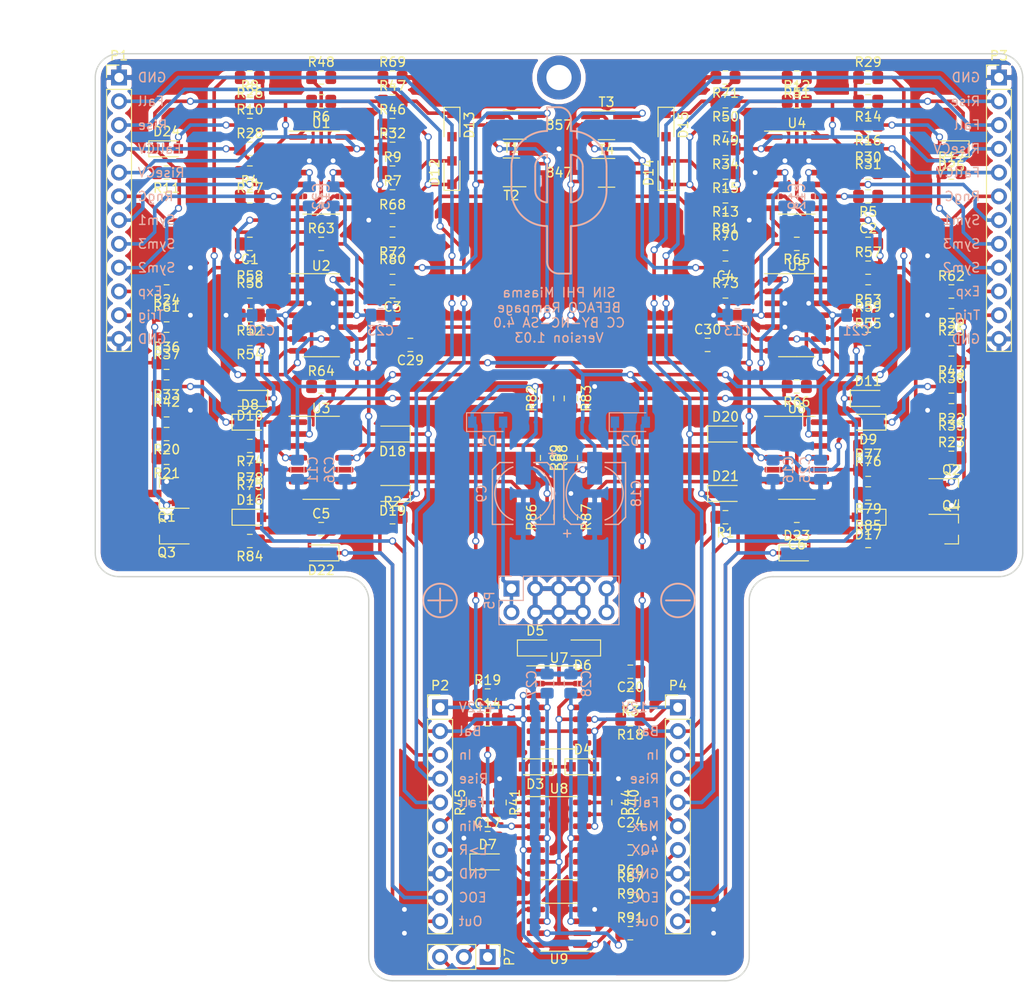
<source format=kicad_pcb>
(kicad_pcb (version 20171130) (host pcbnew "(5.1.5)-3")
  (layers (0 F.Cu signal) (31 B.Cu signal) (34 B.Paste user) (35 F.Paste user) (36 B.SilkS user) (37 F.SilkS user) (38 B.Mask user) (39 F.Mask user) (44 Edge.Cuts user))
  (net 0 "")
  (net 1 "Net-(C1-Pad1)")
  (net 2 "Net-(C1-Pad2)")
  (net 3 "Net-(C2-Pad1)")
  (net 4 "Net-(C2-Pad2)")
  (net 5 "Net-(C3-Pad1)")
  (net 6 "Net-(C3-Pad2)")
  (net 7 "Net-(C4-Pad1)")
  (net 8 "Net-(C4-Pad2)")
  (net 9 "Net-(C5-Pad1)")
  (net 10 "Net-(C5-Pad2)")
  (net 11 "Net-(C6-Pad1)")
  (net 12 "Net-(C6-Pad2)")
  (net 13 RngCap1)
  (net 14 Out1)
  (net 15 RngCap2)
  (net 16 Out2)
  (net 17 Sym2_1)
  (net 18 "Net-(D1-Pad2)")
  (net 19 Sym2_2)
  (net 20 "Net-(D3-Pad1)")
  (net 21 "Net-(D3-Pad2)")
  (net 22 "Net-(D4-Pad2)")
  (net 23 "Net-(D5-Pad1)")
  (net 24 "Net-(D5-Pad2)")
  (net 25 "Net-(D6-Pad1)")
  (net 26 L>R)
  (net 27 "Net-(D7-Pad2)")
  (net 28 "Net-(D8-Pad1)")
  (net 29 "Net-(D8-Pad2)")
  (net 30 "Net-(D9-Pad1)")
  (net 31 "Net-(D9-Pad2)")
  (net 32 In1)
  (net 33 "Net-(D10-Pad2)")
  (net 34 In2)
  (net 35 "Net-(D11-Pad2)")
  (net 36 "Net-(D12-Pad1)")
  (net 37 "Net-(D12-Pad2)")
  (net 38 "Net-(D13-Pad1)")
  (net 39 "Net-(D14-Pad1)")
  (net 40 "Net-(D14-Pad2)")
  (net 41 "Net-(D15-Pad1)")
  (net 42 "Net-(D16-Pad1)")
  (net 43 "Net-(D17-Pad1)")
  (net 44 Rise1)
  (net 45 "Net-(D18-Pad2)")
  (net 46 Fall1)
  (net 47 "Net-(D19-Pad2)")
  (net 48 Rise2)
  (net 49 "Net-(D20-Pad2)")
  (net 50 Fall2)
  (net 51 "Net-(D21-Pad2)")
  (net 52 EOC1)
  (net 53 EOC2)
  (net 54 Trig1)
  (net 55 FallCv1)
  (net 56 RiseCv1)
  (net 57 Sym1_1)
  (net 58 Sym3_1)
  (net 59 Exp1)
  (net 60 Bal1)
  (net 61 Min)
  (net 62 Trig)
  (net 63 RiseCv2)
  (net 64 FallCv2)
  (net 65 Sym1_2)
  (net 66 Sym3_2)
  (net 67 Exp2)
  (net 68 Bal2)
  (net 69 Max)
  (net 70 4QX)
  (net 71 "Net-(R4-Pad1)")
  (net 72 "Net-(R12-Pad1)")
  (net 73 "Net-(R28-Pad2)")
  (net 74 "Net-(R31-Pad2)")
  (net 75 "Net-(R32-Pad2)")
  (net 76 "Net-(R34-Pad2)")
  (net 77 "Net-(R40-Pad2)")
  (net 78 "Net-(R41-Pad2)")
  (net 79 "Net-(R52-Pad1)")
  (net 80 "Net-(R53-Pad1)")
  (net 81 "Net-(R54-Pad2)")
  (net 82 "Net-(R55-Pad2)")
  (net 83 "Net-(R58-Pad2)")
  (net 84 "Net-(R59-Pad2)")
  (net 85 "Net-(R60-Pad2)")
  (net 86 "Net-(R63-Pad2)")
  (net 87 "Net-(R65-Pad2)")
  (net 88 "Net-(R74-Pad2)")
  (net 89 "Net-(R76-Pad2)")
  (net 90 "Net-(R81-Pad1)")
  (net 91 VCC)
  (net 92 "Net-(Q1-Pad3)")
  (net 93 "Net-(Q2-Pad3)")
  (net 94 "Net-(Q3-Pad1)")
  (net 95 "Net-(Q4-Pad1)")
  (net 96 "Net-(P7-Pad2)")
  (net 97 GND)
  (net 98 VEE)
  (net 99 "Net-(D2-Pad1)")
  (net 100 "Net-(D24-Pad2)")
  (net 101 "Net-(D25-Pad2)")
  (net 102 "Net-(P6-Pad1)")
  (net 103 +2.4V)
  (net 104 +1.2V)
  (net 105 -1.2V)
  (net 106 "Net-(P7-Pad3)")
  (net 107 "Net-(P7-Pad1)")
  (net 108 "Net-(R80-Pad1)")
  (module Package_TO_SOT_SMD:TSOT-23-6_HandSoldering (layer F.Cu) (at 149.86 59.69)
    (fp_text reference T4 (at 0 -2.45) (layer F.SilkS))
    (fp_text value BCM847DS)
    (pad 6 smd rect (at 1.71 -0.95) (size 2 0.65) (layers F.Cu F.Paste F.Mask) (net 7 "Net-(C4-Pad1)"))
    (pad 5 smd rect (at 1.71 0) (size 2 0.65) (layers F.Cu F.Paste F.Mask) (net 39 "Net-(D14-Pad1)"))
    (pad 4 smd rect (at 1.71 0.95) (size 2 0.65) (layers F.Cu F.Paste F.Mask) (net 90 "Net-(R81-Pad1)"))
    (pad 3 smd rect (at -1.71 0.95) (size 2 0.65) (layers F.Cu F.Paste F.Mask) (net 15 RngCap2))
    (pad 2 smd rect (at -1.71 0) (size 2 0.65) (layers F.Cu F.Paste F.Mask) (net 97 GND))
    (pad 1 smd rect (at -1.71 -0.95) (size 2 0.65) (layers F.Cu F.Paste F.Mask) (net 90 "Net-(R81-Pad1)"))
  )
  (module Package_TO_SOT_SMD:TSOT-23-6_HandSoldering (layer F.Cu) (at 149.86 54.61)
    (fp_text reference T3 (at 0 -2.45) (layer F.SilkS))
    (fp_text value BCM857DS)
    (pad 6 smd rect (at 1.71 -0.95) (size 2 0.65) (layers F.Cu F.Paste F.Mask) (net 15 RngCap2))
    (pad 5 smd rect (at 1.71 0) (size 2 0.65) (layers F.Cu F.Paste F.Mask) (net 41 "Net-(D15-Pad1)"))
    (pad 4 smd rect (at 1.71 0.95) (size 2 0.65) (layers F.Cu F.Paste F.Mask) (net 90 "Net-(R81-Pad1)"))
    (pad 3 smd rect (at -1.71 0.95) (size 2 0.65) (layers F.Cu F.Paste F.Mask) (net 7 "Net-(C4-Pad1)"))
    (pad 2 smd rect (at -1.71 0) (size 2 0.65) (layers F.Cu F.Paste F.Mask) (net 97 GND))
    (pad 1 smd rect (at -1.71 -0.95) (size 2 0.65) (layers F.Cu F.Paste F.Mask) (net 90 "Net-(R81-Pad1)"))
  )
  (module Package_TO_SOT_SMD:TSOT-23-6_HandSoldering (layer F.Cu) (at 139.7 59.69 180)
    (fp_text reference T2 (at 0 -2.45) (layer F.SilkS))
    (fp_text value BCM847DS)
    (pad 6 smd rect (at 1.71 -0.95 180) (size 2 0.65) (layers F.Cu F.Paste F.Mask) (net 5 "Net-(C3-Pad1)"))
    (pad 5 smd rect (at 1.71 0 180) (size 2 0.65) (layers F.Cu F.Paste F.Mask) (net 36 "Net-(D12-Pad1)"))
    (pad 4 smd rect (at 1.71 0.95 180) (size 2 0.65) (layers F.Cu F.Paste F.Mask) (net 108 "Net-(R80-Pad1)"))
    (pad 3 smd rect (at -1.71 0.95 180) (size 2 0.65) (layers F.Cu F.Paste F.Mask) (net 13 RngCap1))
    (pad 2 smd rect (at -1.71 0 180) (size 2 0.65) (layers F.Cu F.Paste F.Mask) (net 97 GND))
    (pad 1 smd rect (at -1.71 -0.95 180) (size 2 0.65) (layers F.Cu F.Paste F.Mask) (net 108 "Net-(R80-Pad1)"))
  )
  (module Package_TO_SOT_SMD:TSOT-23-6_HandSoldering (layer F.Cu) (at 139.7 54.61 180)
    (fp_text reference T1 (at 0 -2.45) (layer F.SilkS))
    (fp_text value BCM857DS)
    (pad 6 smd rect (at 1.71 -0.95 180) (size 2 0.65) (layers F.Cu F.Paste F.Mask) (net 13 RngCap1))
    (pad 5 smd rect (at 1.71 0 180) (size 2 0.65) (layers F.Cu F.Paste F.Mask) (net 38 "Net-(D13-Pad1)"))
    (pad 4 smd rect (at 1.71 0.95 180) (size 2 0.65) (layers F.Cu F.Paste F.Mask) (net 108 "Net-(R80-Pad1)"))
    (pad 3 smd rect (at -1.71 0.95 180) (size 2 0.65) (layers F.Cu F.Paste F.Mask) (net 5 "Net-(C3-Pad1)"))
    (pad 2 smd rect (at -1.71 0 180) (size 2 0.65) (layers F.Cu F.Paste F.Mask) (net 97 GND))
    (pad 1 smd rect (at -1.71 -0.95 180) (size 2 0.65) (layers F.Cu F.Paste F.Mask) (net 108 "Net-(R80-Pad1)"))
  )
  (module Package_TO_SOT_SMD:SOT-23_Handsoldering (layer F.Cu) (at 186.69 97.79)
    (fp_text reference Q4 (at 0 -2.5) (layer F.SilkS))
    (fp_text value MMBT3904)
    (pad 3 smd rect (at 1.5 0) (size 1.9 0.8) (layers F.Cu F.Paste F.Mask) (net 35 "Net-(D11-Pad2)"))
    (pad 2 smd rect (at -1.5 0.95) (size 1.9 0.8) (layers F.Cu F.Paste F.Mask) (net 97 GND))
    (pad 1 smd rect (at -1.5 -0.95) (size 1.9 0.8) (layers F.Cu F.Paste F.Mask) (net 95 "Net-(Q4-Pad1)"))
  )
  (module Package_TO_SOT_SMD:SOT-23_Handsoldering (layer F.Cu) (at 102.87 97.79 180)
    (fp_text reference Q3 (at 0 -2.5) (layer F.SilkS))
    (fp_text value MMBT3904)
    (pad 3 smd rect (at 1.5 0 180) (size 1.9 0.8) (layers F.Cu F.Paste F.Mask) (net 33 "Net-(D10-Pad2)"))
    (pad 2 smd rect (at -1.5 0.95 180) (size 1.9 0.8) (layers F.Cu F.Paste F.Mask) (net 97 GND))
    (pad 1 smd rect (at -1.5 -0.95 180) (size 1.9 0.8) (layers F.Cu F.Paste F.Mask) (net 94 "Net-(Q3-Pad1)"))
  )
  (module Package_TO_SOT_SMD:SOT-23_Handsoldering (layer F.Cu) (at 186.69 93.98)
    (fp_text reference Q2 (at 0 -2.5) (layer F.SilkS))
    (fp_text value MMBT3904)
    (pad 3 smd rect (at 1.5 0) (size 1.9 0.8) (layers F.Cu F.Paste F.Mask) (net 93 "Net-(Q2-Pad3)"))
    (pad 2 smd rect (at -1.5 0.95) (size 1.9 0.8) (layers F.Cu F.Paste F.Mask) (net 97 GND))
    (pad 1 smd rect (at -1.5 -0.95) (size 1.9 0.8) (layers F.Cu F.Paste F.Mask) (net 62 Trig))
  )
  (module Package_TO_SOT_SMD:SOT-23_Handsoldering (layer F.Cu) (at 102.87 93.98 180)
    (fp_text reference Q1 (at 0 -2.5) (layer F.SilkS))
    (fp_text value MMBT3904)
    (pad 3 smd rect (at 1.5 0 180) (size 1.9 0.8) (layers F.Cu F.Paste F.Mask) (net 92 "Net-(Q1-Pad3)"))
    (pad 2 smd rect (at -1.5 0.95 180) (size 1.9 0.8) (layers F.Cu F.Paste F.Mask) (net 97 GND))
    (pad 1 smd rect (at -1.5 -0.95 180) (size 1.9 0.8) (layers F.Cu F.Paste F.Mask) (net 54 Trig1))
  )
  (module Package_SO:SOIC-8_3.9x4.9mm_P1.27mm (layer F.Cu) (at 144.78 140.335 180)
    (fp_text reference U9 (at 0 -3.4) (layer F.SilkS))
    (fp_text value AD633)
    (pad 1 smd roundrect (at -2.475 -1.905 180) (size 1.95 0.6) (layers F.Cu F.Paste F.Mask) (net 60 Bal1))
    (pad 2 smd roundrect (at -2.475 -0.635 180) (size 1.95 0.6) (layers F.Cu F.Paste F.Mask) (net 97 GND))
    (pad 3 smd roundrect (at -2.475 0.635 180) (size 1.95 0.6) (layers F.Cu F.Paste F.Mask) (net 98 VEE))
    (pad 4 smd roundrect (at -2.475 1.905 180) (size 1.95 0.6) (layers F.Cu F.Paste F.Mask) (net 97 GND))
    (pad 5 smd roundrect (at 2.475 1.905 180) (size 1.95 0.6) (layers F.Cu F.Paste F.Mask) (net 107 "Net-(P7-Pad1)"))
    (pad 6 smd roundrect (at 2.475 0.635 180) (size 1.95 0.6) (layers F.Cu F.Paste F.Mask) (net 91 VCC))
    (pad 7 smd roundrect (at 2.475 -0.635 180) (size 1.95 0.6) (layers F.Cu F.Paste F.Mask) (net 68 Bal2))
    (pad 8 smd roundrect (at 2.475 -1.905 180) (size 1.95 0.6) (layers F.Cu F.Paste F.Mask) (net 97 GND))
  )
  (module Diode_SMD:D_SOD-323_HandSoldering (layer F.Cu) (at 170.18 100.33)
    (fp_text reference D23 (at 0 -1.85) (layer F.SilkS))
    (fp_text value 1N4148WS)
    (pad 2 smd rect (at 1.25 0) (size 1 1) (layers F.Cu F.Paste F.Mask) (net 12 "Net-(C6-Pad2)"))
    (pad 1 smd rect (at -1.25 0) (size 1 1) (layers F.Cu F.Paste F.Mask) (net 53 EOC2))
  )
  (module Diode_SMD:D_SOD-323_HandSoldering (layer F.Cu) (at 119.38 100.33 180)
    (fp_text reference D22 (at 0 -1.85) (layer F.SilkS))
    (fp_text value 1N4148WS)
    (pad 2 smd rect (at 1.25 0 180) (size 1 1) (layers F.Cu F.Paste F.Mask) (net 10 "Net-(C5-Pad2)"))
    (pad 1 smd rect (at -1.25 0 180) (size 1 1) (layers F.Cu F.Paste F.Mask) (net 52 EOC1))
  )
  (module Diode_SMD:D_SOD-323_HandSoldering (layer F.Cu) (at 162.56 93.98)
    (fp_text reference D21 (at 0 -1.85) (layer F.SilkS))
    (fp_text value 1N4148WS)
    (pad 2 smd rect (at 1.25 0) (size 1 1) (layers F.Cu F.Paste F.Mask) (net 51 "Net-(D21-Pad2)"))
    (pad 1 smd rect (at -1.25 0) (size 1 1) (layers F.Cu F.Paste F.Mask) (net 50 Fall2))
  )
  (module Diode_SMD:D_SOD-323_HandSoldering (layer F.Cu) (at 162.56 87.63)
    (fp_text reference D20 (at 0 -1.85) (layer F.SilkS))
    (fp_text value 1N4148WS)
    (pad 2 smd rect (at 1.25 0) (size 1 1) (layers F.Cu F.Paste F.Mask) (net 49 "Net-(D20-Pad2)"))
    (pad 1 smd rect (at -1.25 0) (size 1 1) (layers F.Cu F.Paste F.Mask) (net 48 Rise2))
  )
  (module Diode_SMD:D_SOD-323_HandSoldering (layer F.Cu) (at 127 93.98 180)
    (fp_text reference D19 (at 0 -1.85) (layer F.SilkS))
    (fp_text value 1N4148WS)
    (pad 2 smd rect (at 1.25 0 180) (size 1 1) (layers F.Cu F.Paste F.Mask) (net 47 "Net-(D19-Pad2)"))
    (pad 1 smd rect (at -1.25 0 180) (size 1 1) (layers F.Cu F.Paste F.Mask) (net 46 Fall1))
  )
  (module Diode_SMD:D_SOD-323_HandSoldering (layer F.Cu) (at 127 87.63 180)
    (fp_text reference D18 (at 0 -1.85) (layer F.SilkS))
    (fp_text value 1N4148WS)
    (pad 2 smd rect (at 1.25 0 180) (size 1 1) (layers F.Cu F.Paste F.Mask) (net 45 "Net-(D18-Pad2)"))
    (pad 1 smd rect (at -1.25 0 180) (size 1 1) (layers F.Cu F.Paste F.Mask) (net 44 Rise1))
  )
  (module Diode_SMD:D_SOD-323_HandSoldering (layer F.Cu) (at 177.8 96.52 180)
    (fp_text reference D17 (at 0 -1.85) (layer F.SilkS))
    (fp_text value 1N4148WS)
    (pad 2 smd rect (at 1.25 0 180) (size 1 1) (layers F.Cu F.Paste F.Mask) (net 11 "Net-(C6-Pad1)"))
    (pad 1 smd rect (at -1.25 0 180) (size 1 1) (layers F.Cu F.Paste F.Mask) (net 43 "Net-(D17-Pad1)"))
  )
  (module Diode_SMD:D_SOD-323_HandSoldering (layer F.Cu) (at 111.76 96.52)
    (fp_text reference D16 (at 0 -1.85) (layer F.SilkS))
    (fp_text value 1N4148WS)
    (pad 2 smd rect (at 1.25 0) (size 1 1) (layers F.Cu F.Paste F.Mask) (net 9 "Net-(C5-Pad1)"))
    (pad 1 smd rect (at -1.25 0) (size 1 1) (layers F.Cu F.Paste F.Mask) (net 42 "Net-(D16-Pad1)"))
  )
  (module Diode_SMD:D_SOD-323_HandSoldering (layer F.Cu) (at 156.21 54.61 270)
    (fp_text reference D15 (at 0 -1.85 90) (layer F.SilkS))
    (fp_text value 1N4148WS)
    (pad 2 smd rect (at 1.25 0 270) (size 1 1) (layers F.Cu F.Paste F.Mask) (net 40 "Net-(D14-Pad2)"))
    (pad 1 smd rect (at -1.25 0 270) (size 1 1) (layers F.Cu F.Paste F.Mask) (net 41 "Net-(D15-Pad1)"))
  )
  (module Diode_SMD:D_SOD-323_HandSoldering (layer F.Cu) (at 156.21 59.69 90)
    (fp_text reference D14 (at 0 -1.85 90) (layer F.SilkS))
    (fp_text value 1N4148WS)
    (pad 2 smd rect (at 1.25 0 90) (size 1 1) (layers F.Cu F.Paste F.Mask) (net 40 "Net-(D14-Pad2)"))
    (pad 1 smd rect (at -1.25 0 90) (size 1 1) (layers F.Cu F.Paste F.Mask) (net 39 "Net-(D14-Pad1)"))
  )
  (module Diode_SMD:D_SOD-323_HandSoldering (layer F.Cu) (at 133.35 54.61 270)
    (fp_text reference D13 (at 0 -1.85 90) (layer F.SilkS))
    (fp_text value 1N4148WS)
    (pad 2 smd rect (at 1.25 0 270) (size 1 1) (layers F.Cu F.Paste F.Mask) (net 37 "Net-(D12-Pad2)"))
    (pad 1 smd rect (at -1.25 0 270) (size 1 1) (layers F.Cu F.Paste F.Mask) (net 38 "Net-(D13-Pad1)"))
  )
  (module Diode_SMD:D_SOD-323_HandSoldering (layer F.Cu) (at 133.35 59.69 90)
    (fp_text reference D12 (at 0 -1.85 90) (layer F.SilkS))
    (fp_text value 1N4148WS)
    (pad 2 smd rect (at 1.25 0 90) (size 1 1) (layers F.Cu F.Paste F.Mask) (net 37 "Net-(D12-Pad2)"))
    (pad 1 smd rect (at -1.25 0 90) (size 1 1) (layers F.Cu F.Paste F.Mask) (net 36 "Net-(D12-Pad1)"))
  )
  (module Diode_SMD:D_SOD-323_HandSoldering (layer F.Cu) (at 177.8 83.82)
    (fp_text reference D11 (at 0 -1.85) (layer F.SilkS))
    (fp_text value 1N4148WS)
    (pad 2 smd rect (at 1.25 0) (size 1 1) (layers F.Cu F.Paste F.Mask) (net 35 "Net-(D11-Pad2)"))
    (pad 1 smd rect (at -1.25 0) (size 1 1) (layers F.Cu F.Paste F.Mask) (net 34 In2))
  )
  (module Diode_SMD:D_SOD-323_HandSoldering (layer F.Cu) (at 111.76 83.82 180)
    (fp_text reference D10 (at 0 -1.85) (layer F.SilkS))
    (fp_text value 1N4148WS)
    (pad 2 smd rect (at 1.25 0 180) (size 1 1) (layers F.Cu F.Paste F.Mask) (net 33 "Net-(D10-Pad2)"))
    (pad 1 smd rect (at -1.25 0 180) (size 1 1) (layers F.Cu F.Paste F.Mask) (net 32 In1))
  )
  (module Diode_SMD:D_SOD-323_HandSoldering (layer F.Cu) (at 177.8 86.36 180)
    (fp_text reference D9 (at 0 -1.85) (layer F.SilkS))
    (fp_text value 1N4148WS)
    (pad 2 smd rect (at 1.25 0 180) (size 1 1) (layers F.Cu F.Paste F.Mask) (net 31 "Net-(D9-Pad2)"))
    (pad 1 smd rect (at -1.25 0 180) (size 1 1) (layers F.Cu F.Paste F.Mask) (net 30 "Net-(D9-Pad1)"))
  )
  (module Diode_SMD:D_SOD-323_HandSoldering (layer F.Cu) (at 111.76 86.36)
    (fp_text reference D8 (at 0 -1.85) (layer F.SilkS))
    (fp_text value 1N4148WS)
    (pad 2 smd rect (at 1.25 0) (size 1 1) (layers F.Cu F.Paste F.Mask) (net 29 "Net-(D8-Pad2)"))
    (pad 1 smd rect (at -1.25 0) (size 1 1) (layers F.Cu F.Paste F.Mask) (net 28 "Net-(D8-Pad1)"))
  )
  (module Diode_SMD:D_SOD-323_HandSoldering (layer F.Cu) (at 137.16 133.35)
    (fp_text reference D7 (at 0 -1.85) (layer F.SilkS))
    (fp_text value 1N4148WS)
    (pad 2 smd rect (at 1.25 0) (size 1 1) (layers F.Cu F.Paste F.Mask) (net 27 "Net-(D7-Pad2)"))
    (pad 1 smd rect (at -1.25 0) (size 1 1) (layers F.Cu F.Paste F.Mask) (net 26 L>R))
  )
  (module Diode_SMD:D_SOD-323_HandSoldering (layer F.Cu) (at 147.32 110.49 180)
    (fp_text reference D6 (at 0 -1.85) (layer F.SilkS))
    (fp_text value 1N4148WS)
    (pad 2 smd rect (at 1.25 0 180) (size 1 1) (layers F.Cu F.Paste F.Mask) (net 24 "Net-(D5-Pad2)"))
    (pad 1 smd rect (at -1.25 0 180) (size 1 1) (layers F.Cu F.Paste F.Mask) (net 25 "Net-(D6-Pad1)"))
  )
  (module Diode_SMD:D_SOD-323_HandSoldering (layer F.Cu) (at 142.24 110.49)
    (fp_text reference D5 (at 0 -1.85) (layer F.SilkS))
    (fp_text value 1N4148WS)
    (pad 2 smd rect (at 1.25 0) (size 1 1) (layers F.Cu F.Paste F.Mask) (net 24 "Net-(D5-Pad2)"))
    (pad 1 smd rect (at -1.25 0) (size 1 1) (layers F.Cu F.Paste F.Mask) (net 23 "Net-(D5-Pad1)"))
  )
  (module Diode_SMD:D_SOD-323_HandSoldering (layer F.Cu) (at 147.32 123.19)
    (fp_text reference D4 (at 0 -1.85) (layer F.SilkS))
    (fp_text value 1N4148WS)
    (pad 2 smd rect (at 1.25 0) (size 1 1) (layers F.Cu F.Paste F.Mask) (net 22 "Net-(D4-Pad2)"))
    (pad 1 smd rect (at -1.25 0) (size 1 1) (layers F.Cu F.Paste F.Mask) (net 20 "Net-(D3-Pad1)"))
  )
  (module Diode_SMD:D_SOD-323_HandSoldering (layer F.Cu) (at 142.24 123.19 180)
    (fp_text reference D3 (at 0 -1.85) (layer F.SilkS))
    (fp_text value 1N4148WS)
    (pad 2 smd rect (at 1.25 0 180) (size 1 1) (layers F.Cu F.Paste F.Mask) (net 21 "Net-(D3-Pad2)"))
    (pad 1 smd rect (at -1.25 0 180) (size 1 1) (layers F.Cu F.Paste F.Mask) (net 20 "Net-(D3-Pad1)"))
  )
  (module Package_SO:SOIC-14_3.9x8.7mm_P1.27mm (layer F.Cu) (at 144.78 130.81)
    (fp_text reference U8 (at 0 -5.28) (layer F.SilkS))
    (fp_text value TL074)
    (pad 14 smd roundrect (at 2.475 -3.81) (size 1.95 0.6) (layers F.Cu F.Paste F.Mask) (net 69 Max))
    (pad 13 smd roundrect (at 2.475 -2.54) (size 1.95 0.6) (layers F.Cu F.Paste F.Mask) (net 77 "Net-(R40-Pad2)"))
    (pad 12 smd roundrect (at 2.475 -1.27) (size 1.95 0.6) (layers F.Cu F.Paste F.Mask) (net 20 "Net-(D3-Pad1)"))
    (pad 11 smd roundrect (at 2.475 0) (size 1.95 0.6) (layers F.Cu F.Paste F.Mask) (net 98 VEE))
    (pad 10 smd roundrect (at 2.475 1.27) (size 1.95 0.6) (layers F.Cu F.Paste F.Mask) (net 96 "Net-(P7-Pad2)"))
    (pad 9 smd roundrect (at 2.475 2.54) (size 1.95 0.6) (layers F.Cu F.Paste F.Mask) (net 85 "Net-(R60-Pad2)"))
    (pad 8 smd roundrect (at 2.475 3.81) (size 1.95 0.6) (layers F.Cu F.Paste F.Mask) (net 70 4QX))
    (pad 7 smd roundrect (at -2.475 3.81) (size 1.95 0.6) (layers F.Cu F.Paste F.Mask) (net 27 "Net-(D7-Pad2)"))
    (pad 6 smd roundrect (at -2.475 2.54) (size 1.95 0.6) (layers F.Cu F.Paste F.Mask) (net 68 Bal2))
    (pad 5 smd roundrect (at -2.475 1.27) (size 1.95 0.6) (layers F.Cu F.Paste F.Mask) (net 60 Bal1))
    (pad 4 smd roundrect (at -2.475 0) (size 1.95 0.6) (layers F.Cu F.Paste F.Mask) (net 91 VCC))
    (pad 3 smd roundrect (at -2.475 -1.27) (size 1.95 0.6) (layers F.Cu F.Paste F.Mask) (net 24 "Net-(D5-Pad2)"))
    (pad 2 smd roundrect (at -2.475 -2.54) (size 1.95 0.6) (layers F.Cu F.Paste F.Mask) (net 78 "Net-(R41-Pad2)"))
    (pad 1 smd roundrect (at -2.475 -3.81) (size 1.95 0.6) (layers F.Cu F.Paste F.Mask) (net 61 Min))
  )
  (module Package_SO:SOIC-14_3.9x8.7mm_P1.27mm (layer F.Cu) (at 144.78 116.84)
    (fp_text reference U7 (at 0 -5.28) (layer F.SilkS))
    (fp_text value TL074)
    (pad 14 smd roundrect (at 2.475 -3.81) (size 1.95 0.6) (layers F.Cu F.Paste F.Mask) (net 25 "Net-(D6-Pad1)"))
    (pad 13 smd roundrect (at 2.475 -2.54) (size 1.95 0.6) (layers F.Cu F.Paste F.Mask) (net 24 "Net-(D5-Pad2)"))
    (pad 12 smd roundrect (at 2.475 -1.27) (size 1.95 0.6) (layers F.Cu F.Paste F.Mask) (net 68 Bal2))
    (pad 11 smd roundrect (at 2.475 0) (size 1.95 0.6) (layers F.Cu F.Paste F.Mask) (net 98 VEE))
    (pad 10 smd roundrect (at 2.475 1.27) (size 1.95 0.6) (layers F.Cu F.Paste F.Mask) (net 68 Bal2))
    (pad 9 smd roundrect (at 2.475 2.54) (size 1.95 0.6) (layers F.Cu F.Paste F.Mask) (net 20 "Net-(D3-Pad1)"))
    (pad 8 smd roundrect (at 2.475 3.81) (size 1.95 0.6) (layers F.Cu F.Paste F.Mask) (net 22 "Net-(D4-Pad2)"))
    (pad 7 smd roundrect (at -2.475 3.81) (size 1.95 0.6) (layers F.Cu F.Paste F.Mask) (net 21 "Net-(D3-Pad2)"))
    (pad 6 smd roundrect (at -2.475 2.54) (size 1.95 0.6) (layers F.Cu F.Paste F.Mask) (net 20 "Net-(D3-Pad1)"))
    (pad 5 smd roundrect (at -2.475 1.27) (size 1.95 0.6) (layers F.Cu F.Paste F.Mask) (net 60 Bal1))
    (pad 4 smd roundrect (at -2.475 0) (size 1.95 0.6) (layers F.Cu F.Paste F.Mask) (net 91 VCC))
    (pad 3 smd roundrect (at -2.475 -1.27) (size 1.95 0.6) (layers F.Cu F.Paste F.Mask) (net 60 Bal1))
    (pad 2 smd roundrect (at -2.475 -2.54) (size 1.95 0.6) (layers F.Cu F.Paste F.Mask) (net 24 "Net-(D5-Pad2)"))
    (pad 1 smd roundrect (at -2.475 -3.81) (size 1.95 0.6) (layers F.Cu F.Paste F.Mask) (net 23 "Net-(D5-Pad1)"))
  )
  (module Package_SO:SOIC-14_3.9x8.7mm_P1.27mm (layer F.Cu) (at 170.18 90.17)
    (fp_text reference U6 (at 0 -5.28) (layer F.SilkS))
    (fp_text value TL074)
    (pad 14 smd roundrect (at 2.475 -3.81) (size 1.95 0.6) (layers F.Cu F.Paste F.Mask) (net 31 "Net-(D9-Pad2)"))
    (pad 13 smd roundrect (at 2.475 -2.54) (size 1.95 0.6) (layers F.Cu F.Paste F.Mask) (net 103 +2.4V))
    (pad 12 smd roundrect (at 2.475 -1.27) (size 1.95 0.6) (layers F.Cu F.Paste F.Mask) (net 16 Out2))
    (pad 11 smd roundrect (at 2.475 0) (size 1.95 0.6) (layers F.Cu F.Paste F.Mask) (net 98 VEE))
    (pad 10 smd roundrect (at 2.475 1.27) (size 1.95 0.6) (layers F.Cu F.Paste F.Mask) (net 89 "Net-(R76-Pad2)"))
    (pad 9 smd roundrect (at 2.475 2.54) (size 1.95 0.6) (layers F.Cu F.Paste F.Mask) (net 16 Out2))
    (pad 8 smd roundrect (at 2.475 3.81) (size 1.95 0.6) (layers F.Cu F.Paste F.Mask) (net 11 "Net-(C6-Pad1)"))
    (pad 7 smd roundrect (at -2.475 3.81) (size 1.95 0.6) (layers F.Cu F.Paste F.Mask) (net 51 "Net-(D21-Pad2)"))
    (pad 6 smd roundrect (at -2.475 2.54) (size 1.95 0.6) (layers F.Cu F.Paste F.Mask) (net 104 +1.2V))
    (pad 5 smd roundrect (at -2.475 1.27) (size 1.95 0.6) (layers F.Cu F.Paste F.Mask) (net 8 "Net-(C4-Pad2)"))
    (pad 4 smd roundrect (at -2.475 0) (size 1.95 0.6) (layers F.Cu F.Paste F.Mask) (net 91 VCC))
    (pad 3 smd roundrect (at -2.475 -1.27) (size 1.95 0.6) (layers F.Cu F.Paste F.Mask) (net 105 -1.2V))
    (pad 2 smd roundrect (at -2.475 -2.54) (size 1.95 0.6) (layers F.Cu F.Paste F.Mask) (net 8 "Net-(C4-Pad2)"))
    (pad 1 smd roundrect (at -2.475 -3.81) (size 1.95 0.6) (layers F.Cu F.Paste F.Mask) (net 49 "Net-(D20-Pad2)"))
  )
  (module Package_SO:SOIC-14_3.9x8.7mm_P1.27mm (layer F.Cu) (at 170.18 74.93)
    (fp_text reference U5 (at 0 -5.28) (layer F.SilkS))
    (fp_text value TL074)
    (pad 14 smd roundrect (at 2.475 -3.81) (size 1.95 0.6) (layers F.Cu F.Paste F.Mask) (net 87 "Net-(R65-Pad2)"))
    (pad 13 smd roundrect (at 2.475 -2.54) (size 1.95 0.6) (layers F.Cu F.Paste F.Mask) (net 84 "Net-(R59-Pad2)"))
    (pad 12 smd roundrect (at 2.475 -1.27) (size 1.95 0.6) (layers F.Cu F.Paste F.Mask) (net 97 GND))
    (pad 11 smd roundrect (at 2.475 0) (size 1.95 0.6) (layers F.Cu F.Paste F.Mask) (net 98 VEE))
    (pad 10 smd roundrect (at 2.475 1.27) (size 1.95 0.6) (layers F.Cu F.Paste F.Mask) (net 80 "Net-(R53-Pad1)"))
    (pad 9 smd roundrect (at 2.475 2.54) (size 1.95 0.6) (layers F.Cu F.Paste F.Mask) (net 34 In2))
    (pad 8 smd roundrect (at 2.475 3.81) (size 1.95 0.6) (layers F.Cu F.Paste F.Mask) (net 82 "Net-(R55-Pad2)"))
    (pad 7 smd roundrect (at -2.475 3.81) (size 1.95 0.6) (layers F.Cu F.Paste F.Mask) (net 16 Out2))
    (pad 6 smd roundrect (at -2.475 2.54) (size 1.95 0.6) (layers F.Cu F.Paste F.Mask) (net 15 RngCap2))
    (pad 5 smd roundrect (at -2.475 1.27) (size 1.95 0.6) (layers F.Cu F.Paste F.Mask) (net 97 GND))
    (pad 4 smd roundrect (at -2.475 0) (size 1.95 0.6) (layers F.Cu F.Paste F.Mask) (net 91 VCC))
    (pad 3 smd roundrect (at -2.475 -1.27) (size 1.95 0.6) (layers F.Cu F.Paste F.Mask) (net 97 GND))
    (pad 2 smd roundrect (at -2.475 -2.54) (size 1.95 0.6) (layers F.Cu F.Paste F.Mask) (net 7 "Net-(C4-Pad1)"))
    (pad 1 smd roundrect (at -2.475 -3.81) (size 1.95 0.6) (layers F.Cu F.Paste F.Mask) (net 8 "Net-(C4-Pad2)"))
  )
  (module Package_SO:SOIC-14_3.9x8.7mm_P1.27mm (layer F.Cu) (at 170.18 59.69)
    (fp_text reference U4 (at 0 -5.28) (layer F.SilkS))
    (fp_text value TL074)
    (pad 14 smd roundrect (at 2.475 -3.81) (size 1.95 0.6) (layers F.Cu F.Paste F.Mask) (net 74 "Net-(R31-Pad2)"))
    (pad 13 smd roundrect (at 2.475 -2.54) (size 1.95 0.6) (layers F.Cu F.Paste F.Mask) (net 64 FallCv2))
    (pad 12 smd roundrect (at 2.475 -1.27) (size 1.95 0.6) (layers F.Cu F.Paste F.Mask) (net 97 GND))
    (pad 11 smd roundrect (at 2.475 0) (size 1.95 0.6) (layers F.Cu F.Paste F.Mask) (net 98 VEE))
    (pad 10 smd roundrect (at 2.475 1.27) (size 1.95 0.6) (layers F.Cu F.Paste F.Mask) (net 65 Sym1_2))
    (pad 9 smd roundrect (at 2.475 2.54) (size 1.95 0.6) (layers F.Cu F.Paste F.Mask) (net 66 Sym3_2))
    (pad 8 smd roundrect (at 2.475 3.81) (size 1.95 0.6) (layers F.Cu F.Paste F.Mask) (net 72 "Net-(R12-Pad1)"))
    (pad 7 smd roundrect (at -2.475 3.81) (size 1.95 0.6) (layers F.Cu F.Paste F.Mask) (net 3 "Net-(C2-Pad1)"))
    (pad 6 smd roundrect (at -2.475 2.54) (size 1.95 0.6) (layers F.Cu F.Paste F.Mask) (net 4 "Net-(C2-Pad2)"))
    (pad 5 smd roundrect (at -2.475 1.27) (size 1.95 0.6) (layers F.Cu F.Paste F.Mask) (net 97 GND))
    (pad 4 smd roundrect (at -2.475 0) (size 1.95 0.6) (layers F.Cu F.Paste F.Mask) (net 91 VCC))
    (pad 3 smd roundrect (at -2.475 -1.27) (size 1.95 0.6) (layers F.Cu F.Paste F.Mask) (net 97 GND))
    (pad 2 smd roundrect (at -2.475 -2.54) (size 1.95 0.6) (layers F.Cu F.Paste F.Mask) (net 63 RiseCv2))
    (pad 1 smd roundrect (at -2.475 -3.81) (size 1.95 0.6) (layers F.Cu F.Paste F.Mask) (net 76 "Net-(R34-Pad2)"))
  )
  (module Package_SO:SOIC-14_3.9x8.7mm_P1.27mm (layer F.Cu) (at 119.38 90.17)
    (fp_text reference U3 (at 0 -5.28) (layer F.SilkS))
    (fp_text value TL074)
    (pad 14 smd roundrect (at 2.475 -3.81) (size 1.95 0.6) (layers F.Cu F.Paste F.Mask) (net 45 "Net-(D18-Pad2)"))
    (pad 13 smd roundrect (at 2.475 -2.54) (size 1.95 0.6) (layers F.Cu F.Paste F.Mask) (net 6 "Net-(C3-Pad2)"))
    (pad 12 smd roundrect (at 2.475 -1.27) (size 1.95 0.6) (layers F.Cu F.Paste F.Mask) (net 105 -1.2V))
    (pad 11 smd roundrect (at 2.475 0) (size 1.95 0.6) (layers F.Cu F.Paste F.Mask) (net 98 VEE))
    (pad 10 smd roundrect (at 2.475 1.27) (size 1.95 0.6) (layers F.Cu F.Paste F.Mask) (net 6 "Net-(C3-Pad2)"))
    (pad 9 smd roundrect (at 2.475 2.54) (size 1.95 0.6) (layers F.Cu F.Paste F.Mask) (net 104 +1.2V))
    (pad 8 smd roundrect (at 2.475 3.81) (size 1.95 0.6) (layers F.Cu F.Paste F.Mask) (net 47 "Net-(D19-Pad2)"))
    (pad 7 smd roundrect (at -2.475 3.81) (size 1.95 0.6) (layers F.Cu F.Paste F.Mask) (net 9 "Net-(C5-Pad1)"))
    (pad 6 smd roundrect (at -2.475 2.54) (size 1.95 0.6) (layers F.Cu F.Paste F.Mask) (net 14 Out1))
    (pad 5 smd roundrect (at -2.475 1.27) (size 1.95 0.6) (layers F.Cu F.Paste F.Mask) (net 88 "Net-(R74-Pad2)"))
    (pad 4 smd roundrect (at -2.475 0) (size 1.95 0.6) (layers F.Cu F.Paste F.Mask) (net 91 VCC))
    (pad 3 smd roundrect (at -2.475 -1.27) (size 1.95 0.6) (layers F.Cu F.Paste F.Mask) (net 14 Out1))
    (pad 2 smd roundrect (at -2.475 -2.54) (size 1.95 0.6) (layers F.Cu F.Paste F.Mask) (net 103 +2.4V))
    (pad 1 smd roundrect (at -2.475 -3.81) (size 1.95 0.6) (layers F.Cu F.Paste F.Mask) (net 29 "Net-(D8-Pad2)"))
  )
  (module Package_SO:SOIC-14_3.9x8.7mm_P1.27mm (layer F.Cu) (at 119.38 74.93)
    (fp_text reference U2 (at 0 -5.28) (layer F.SilkS))
    (fp_text value TL074)
    (pad 14 smd roundrect (at 2.475 -3.81) (size 1.95 0.6) (layers F.Cu F.Paste F.Mask) (net 6 "Net-(C3-Pad2)"))
    (pad 13 smd roundrect (at 2.475 -2.54) (size 1.95 0.6) (layers F.Cu F.Paste F.Mask) (net 5 "Net-(C3-Pad1)"))
    (pad 12 smd roundrect (at 2.475 -1.27) (size 1.95 0.6) (layers F.Cu F.Paste F.Mask) (net 97 GND))
    (pad 11 smd roundrect (at 2.475 0) (size 1.95 0.6) (layers F.Cu F.Paste F.Mask) (net 98 VEE))
    (pad 10 smd roundrect (at 2.475 1.27) (size 1.95 0.6) (layers F.Cu F.Paste F.Mask) (net 97 GND))
    (pad 9 smd roundrect (at 2.475 2.54) (size 1.95 0.6) (layers F.Cu F.Paste F.Mask) (net 13 RngCap1))
    (pad 8 smd roundrect (at 2.475 3.81) (size 1.95 0.6) (layers F.Cu F.Paste F.Mask) (net 14 Out1))
    (pad 7 smd roundrect (at -2.475 3.81) (size 1.95 0.6) (layers F.Cu F.Paste F.Mask) (net 81 "Net-(R54-Pad2)"))
    (pad 6 smd roundrect (at -2.475 2.54) (size 1.95 0.6) (layers F.Cu F.Paste F.Mask) (net 32 In1))
    (pad 5 smd roundrect (at -2.475 1.27) (size 1.95 0.6) (layers F.Cu F.Paste F.Mask) (net 79 "Net-(R52-Pad1)"))
    (pad 4 smd roundrect (at -2.475 0) (size 1.95 0.6) (layers F.Cu F.Paste F.Mask) (net 91 VCC))
    (pad 3 smd roundrect (at -2.475 -1.27) (size 1.95 0.6) (layers F.Cu F.Paste F.Mask) (net 97 GND))
    (pad 2 smd roundrect (at -2.475 -2.54) (size 1.95 0.6) (layers F.Cu F.Paste F.Mask) (net 83 "Net-(R58-Pad2)"))
    (pad 1 smd roundrect (at -2.475 -3.81) (size 1.95 0.6) (layers F.Cu F.Paste F.Mask) (net 86 "Net-(R63-Pad2)"))
  )
  (module Package_SO:SOIC-14_3.9x8.7mm_P1.27mm (layer F.Cu) (at 119.38 59.69)
    (fp_text reference U1 (at 0 -5.28) (layer F.SilkS))
    (fp_text value TL074)
    (pad 14 smd roundrect (at 2.475 -3.81) (size 1.95 0.6) (layers F.Cu F.Paste F.Mask) (net 75 "Net-(R32-Pad2)"))
    (pad 13 smd roundrect (at 2.475 -2.54) (size 1.95 0.6) (layers F.Cu F.Paste F.Mask) (net 56 RiseCv1))
    (pad 12 smd roundrect (at 2.475 -1.27) (size 1.95 0.6) (layers F.Cu F.Paste F.Mask) (net 97 GND))
    (pad 11 smd roundrect (at 2.475 0) (size 1.95 0.6) (layers F.Cu F.Paste F.Mask) (net 98 VEE))
    (pad 10 smd roundrect (at 2.475 1.27) (size 1.95 0.6) (layers F.Cu F.Paste F.Mask) (net 97 GND))
    (pad 9 smd roundrect (at 2.475 2.54) (size 1.95 0.6) (layers F.Cu F.Paste F.Mask) (net 2 "Net-(C1-Pad2)"))
    (pad 8 smd roundrect (at 2.475 3.81) (size 1.95 0.6) (layers F.Cu F.Paste F.Mask) (net 1 "Net-(C1-Pad1)"))
    (pad 7 smd roundrect (at -2.475 3.81) (size 1.95 0.6) (layers F.Cu F.Paste F.Mask) (net 71 "Net-(R4-Pad1)"))
    (pad 6 smd roundrect (at -2.475 2.54) (size 1.95 0.6) (layers F.Cu F.Paste F.Mask) (net 58 Sym3_1))
    (pad 5 smd roundrect (at -2.475 1.27) (size 1.95 0.6) (layers F.Cu F.Paste F.Mask) (net 57 Sym1_1))
    (pad 4 smd roundrect (at -2.475 0) (size 1.95 0.6) (layers F.Cu F.Paste F.Mask) (net 91 VCC))
    (pad 3 smd roundrect (at -2.475 -1.27) (size 1.95 0.6) (layers F.Cu F.Paste F.Mask) (net 97 GND))
    (pad 2 smd roundrect (at -2.475 -2.54) (size 1.95 0.6) (layers F.Cu F.Paste F.Mask) (net 55 FallCv1))
    (pad 1 smd roundrect (at -2.475 -3.81) (size 1.95 0.6) (layers F.Cu F.Paste F.Mask) (net 73 "Net-(R28-Pad2)"))
  )
  (module Resistor_SMD:R_0805_2012Metric_Pad1.15x1.40mm_HandSolder (layer F.Cu) (at 152.4 140.97)
    (fp_text reference R91 (at 0 -1.65) (layer F.SilkS))
    (fp_text value 100k)
    (pad 1 smd roundrect (at -1.025 0) (size 1.15 1.4) (layers F.Cu F.Paste F.Mask) (roundrect_rratio 0.217391) (net 68 Bal2))
    (pad 2 smd roundrect (at 1.025 0) (size 1.15 1.4) (layers F.Cu F.Paste F.Mask) (roundrect_rratio 0.217391) (net 106 "Net-(P7-Pad3)"))
  )
  (module Resistor_SMD:R_0805_2012Metric_Pad1.15x1.40mm_HandSolder (layer F.Cu) (at 152.4 138.43)
    (fp_text reference R90 (at 0 -1.65) (layer F.SilkS))
    (fp_text value 100k)
    (pad 2 smd roundrect (at 1.025 0) (size 1.15 1.4) (layers F.Cu F.Paste F.Mask) (roundrect_rratio 0.217391) (net 106 "Net-(P7-Pad3)"))
    (pad 1 smd roundrect (at -1.025 0) (size 1.15 1.4) (layers F.Cu F.Paste F.Mask) (roundrect_rratio 0.217391) (net 60 Bal1))
  )
  (module Resistor_SMD:R_0805_2012Metric_Pad1.15x1.40mm_HandSolder (layer F.Cu) (at 146.05 90.17 90)
    (fp_text reference R89 (at 0 -1.65 90) (layer F.SilkS))
    (fp_text value 10k)
    (pad 2 smd roundrect (at 1.025 0 90) (size 1.15 1.4) (layers F.Cu F.Paste F.Mask) (roundrect_rratio 0.217391) (net 105 -1.2V))
    (pad 1 smd roundrect (at -1.025 0 90) (size 1.15 1.4) (layers F.Cu F.Paste F.Mask) (roundrect_rratio 0.217391) (net 98 VEE))
  )
  (module Resistor_SMD:R_0805_2012Metric_Pad1.15x1.40mm_HandSolder (layer F.Cu) (at 143.51 90.17 270)
    (fp_text reference R88 (at 0 -1.65 90) (layer F.SilkS))
    (fp_text value 1k)
    (pad 2 smd roundrect (at 1.025 0 270) (size 1.15 1.4) (layers F.Cu F.Paste F.Mask) (roundrect_rratio 0.217391) (net 97 GND))
    (pad 1 smd roundrect (at -1.025 0 270) (size 1.15 1.4) (layers F.Cu F.Paste F.Mask) (roundrect_rratio 0.217391) (net 105 -1.2V))
  )
  (module Resistor_SMD:R_0805_2012Metric_Pad1.15x1.40mm_HandSolder (layer F.Cu) (at 146.05 96.52 270)
    (fp_text reference R87 (at 0 -1.65 90) (layer F.SilkS))
    (fp_text value 1k)
    (pad 2 smd roundrect (at 1.025 0 270) (size 1.15 1.4) (layers F.Cu F.Paste F.Mask) (roundrect_rratio 0.217391) (net 104 +1.2V))
    (pad 1 smd roundrect (at -1.025 0 270) (size 1.15 1.4) (layers F.Cu F.Paste F.Mask) (roundrect_rratio 0.217391) (net 97 GND))
  )
  (module Resistor_SMD:R_0805_2012Metric_Pad1.15x1.40mm_HandSolder (layer F.Cu) (at 143.51 96.52 90)
    (fp_text reference R86 (at 0 -1.65 90) (layer F.SilkS))
    (fp_text value 10k)
    (pad 2 smd roundrect (at 1.025 0 90) (size 1.15 1.4) (layers F.Cu F.Paste F.Mask) (roundrect_rratio 0.217391) (net 91 VCC))
    (pad 1 smd roundrect (at -1.025 0 90) (size 1.15 1.4) (layers F.Cu F.Paste F.Mask) (roundrect_rratio 0.217391) (net 104 +1.2V))
  )
  (module Resistor_SMD:R_0805_2012Metric_Pad1.15x1.40mm_HandSolder (layer F.Cu) (at 177.8 99.06)
    (fp_text reference R85 (at 0 -1.65) (layer F.SilkS))
    (fp_text value 1k)
    (pad 2 smd roundrect (at 1.025 0) (size 1.15 1.4) (layers F.Cu F.Paste F.Mask) (roundrect_rratio 0.217391) (net 97 GND))
    (pad 1 smd roundrect (at -1.025 0) (size 1.15 1.4) (layers F.Cu F.Paste F.Mask) (roundrect_rratio 0.217391) (net 12 "Net-(C6-Pad2)"))
  )
  (module Resistor_SMD:R_0805_2012Metric_Pad1.15x1.40mm_HandSolder (layer F.Cu) (at 111.76 99.06 180)
    (fp_text reference R84 (at 0 -1.65) (layer F.SilkS))
    (fp_text value 1k)
    (pad 2 smd roundrect (at 1.025 0 180) (size 1.15 1.4) (layers F.Cu F.Paste F.Mask) (roundrect_rratio 0.217391) (net 97 GND))
    (pad 1 smd roundrect (at -1.025 0 180) (size 1.15 1.4) (layers F.Cu F.Paste F.Mask) (roundrect_rratio 0.217391) (net 10 "Net-(C5-Pad2)"))
  )
  (module Resistor_SMD:R_0805_2012Metric_Pad1.15x1.40mm_HandSolder (layer F.Cu) (at 146.05 83.82 270)
    (fp_text reference R83 (at 0 -1.65 90) (layer F.SilkS))
    (fp_text value 100k)
    (pad 2 smd roundrect (at 1.025 0 270) (size 1.15 1.4) (layers F.Cu F.Paste F.Mask) (roundrect_rratio 0.217391) (net 103 +2.4V))
    (pad 1 smd roundrect (at -1.025 0 270) (size 1.15 1.4) (layers F.Cu F.Paste F.Mask) (roundrect_rratio 0.217391) (net 97 GND))
  )
  (module Resistor_SMD:R_0805_2012Metric_Pad1.15x1.40mm_HandSolder (layer F.Cu) (at 143.51 83.82 90)
    (fp_text reference R82 (at 0 -1.65 90) (layer F.SilkS))
    (fp_text value 20k)
    (pad 2 smd roundrect (at 1.025 0 90) (size 1.15 1.4) (layers F.Cu F.Paste F.Mask) (roundrect_rratio 0.217391) (net 91 VCC))
    (pad 1 smd roundrect (at -1.025 0 90) (size 1.15 1.4) (layers F.Cu F.Paste F.Mask) (roundrect_rratio 0.217391) (net 103 +2.4V))
  )
  (module Resistor_SMD:R_0805_2012Metric_Pad1.15x1.40mm_HandSolder (layer F.Cu) (at 162.56 67.31)
    (fp_text reference R81 (at 0 -1.65) (layer F.SilkS))
    (fp_text value 110k)
    (pad 2 smd roundrect (at 1.025 0) (size 1.15 1.4) (layers F.Cu F.Paste F.Mask) (roundrect_rratio 0.217391) (net 8 "Net-(C4-Pad2)"))
    (pad 1 smd roundrect (at -1.025 0) (size 1.15 1.4) (layers F.Cu F.Paste F.Mask) (roundrect_rratio 0.217391) (net 90 "Net-(R81-Pad1)"))
  )
  (module Resistor_SMD:R_0805_2012Metric_Pad1.15x1.40mm_HandSolder (layer F.Cu) (at 127 67.31 180)
    (fp_text reference R80 (at 0 -1.65) (layer F.SilkS))
    (fp_text value 110k)
    (pad 2 smd roundrect (at 1.025 0 180) (size 1.15 1.4) (layers F.Cu F.Paste F.Mask) (roundrect_rratio 0.217391) (net 6 "Net-(C3-Pad2)"))
    (pad 1 smd roundrect (at -1.025 0 180) (size 1.15 1.4) (layers F.Cu F.Paste F.Mask) (roundrect_rratio 0.217391) (net 108 "Net-(R80-Pad1)"))
  )
  (module Resistor_SMD:R_0805_2012Metric_Pad1.15x1.40mm_HandSolder (layer F.Cu) (at 177.8 93.98 180)
    (fp_text reference R79 (at 0 -1.65) (layer F.SilkS))
    (fp_text value 100k)
    (pad 2 smd roundrect (at 1.025 0 180) (size 1.15 1.4) (layers F.Cu F.Paste F.Mask) (roundrect_rratio 0.217391) (net 43 "Net-(D17-Pad1)"))
    (pad 1 smd roundrect (at -1.025 0 180) (size 1.15 1.4) (layers F.Cu F.Paste F.Mask) (roundrect_rratio 0.217391) (net 89 "Net-(R76-Pad2)"))
  )
  (module Resistor_SMD:R_0805_2012Metric_Pad1.15x1.40mm_HandSolder (layer F.Cu) (at 111.76 93.98)
    (fp_text reference R78 (at 0 -1.65) (layer F.SilkS))
    (fp_text value 100k)
    (pad 2 smd roundrect (at 1.025 0) (size 1.15 1.4) (layers F.Cu F.Paste F.Mask) (roundrect_rratio 0.217391) (net 42 "Net-(D16-Pad1)"))
    (pad 1 smd roundrect (at -1.025 0) (size 1.15 1.4) (layers F.Cu F.Paste F.Mask) (roundrect_rratio 0.217391) (net 88 "Net-(R74-Pad2)"))
  )
  (module Resistor_SMD:R_0805_2012Metric_Pad1.15x1.40mm_HandSolder (layer F.Cu) (at 177.8 91.44)
    (fp_text reference R77 (at 0 -1.65) (layer F.SilkS))
    (fp_text value 22k)
    (pad 2 smd roundrect (at 1.025 0) (size 1.15 1.4) (layers F.Cu F.Paste F.Mask) (roundrect_rratio 0.217391) (net 97 GND))
    (pad 1 smd roundrect (at -1.025 0) (size 1.15 1.4) (layers F.Cu F.Paste F.Mask) (roundrect_rratio 0.217391) (net 89 "Net-(R76-Pad2)"))
  )
  (module Resistor_SMD:R_0805_2012Metric_Pad1.15x1.40mm_HandSolder (layer F.Cu) (at 177.8 88.9 180)
    (fp_text reference R76 (at 0 -1.65) (layer F.SilkS))
    (fp_text value 1M)
    (pad 2 smd roundrect (at 1.025 0 180) (size 1.15 1.4) (layers F.Cu F.Paste F.Mask) (roundrect_rratio 0.217391) (net 89 "Net-(R76-Pad2)"))
    (pad 1 smd roundrect (at -1.025 0 180) (size 1.15 1.4) (layers F.Cu F.Paste F.Mask) (roundrect_rratio 0.217391) (net 91 VCC))
  )
  (module Resistor_SMD:R_0805_2012Metric_Pad1.15x1.40mm_HandSolder (layer F.Cu) (at 111.76 91.44 180)
    (fp_text reference R75 (at 0 -1.65) (layer F.SilkS))
    (fp_text value 22k)
    (pad 2 smd roundrect (at 1.025 0 180) (size 1.15 1.4) (layers F.Cu F.Paste F.Mask) (roundrect_rratio 0.217391) (net 97 GND))
    (pad 1 smd roundrect (at -1.025 0 180) (size 1.15 1.4) (layers F.Cu F.Paste F.Mask) (roundrect_rratio 0.217391) (net 88 "Net-(R74-Pad2)"))
  )
  (module Resistor_SMD:R_0805_2012Metric_Pad1.15x1.40mm_HandSolder (layer F.Cu) (at 111.76 88.9 180)
    (fp_text reference R74 (at 0 -1.65) (layer F.SilkS))
    (fp_text value 1M)
    (pad 2 smd roundrect (at 1.025 0 180) (size 1.15 1.4) (layers F.Cu F.Paste F.Mask) (roundrect_rratio 0.217391) (net 88 "Net-(R74-Pad2)"))
    (pad 1 smd roundrect (at -1.025 0 180) (size 1.15 1.4) (layers F.Cu F.Paste F.Mask) (roundrect_rratio 0.217391) (net 91 VCC))
  )
  (module Resistor_SMD:R_0805_2012Metric_Pad1.15x1.40mm_HandSolder (layer F.Cu) (at 162.56 69.85 180)
    (fp_text reference R73 (at 0 -1.65) (layer F.SilkS))
    (fp_text value 470k)
    (pad 2 smd roundrect (at 1.025 0 180) (size 1.15 1.4) (layers F.Cu F.Paste F.Mask) (roundrect_rratio 0.217391) (net 7 "Net-(C4-Pad1)"))
    (pad 1 smd roundrect (at -1.025 0 180) (size 1.15 1.4) (layers F.Cu F.Paste F.Mask) (roundrect_rratio 0.217391) (net 87 "Net-(R65-Pad2)"))
  )
  (module Resistor_SMD:R_0805_2012Metric_Pad1.15x1.40mm_HandSolder (layer F.Cu) (at 127 69.85)
    (fp_text reference R72 (at 0 -1.65) (layer F.SilkS))
    (fp_text value 470k)
    (pad 2 smd roundrect (at 1.025 0) (size 1.15 1.4) (layers F.Cu F.Paste F.Mask) (roundrect_rratio 0.217391) (net 5 "Net-(C3-Pad1)"))
    (pad 1 smd roundrect (at -1.025 0) (size 1.15 1.4) (layers F.Cu F.Paste F.Mask) (roundrect_rratio 0.217391) (net 86 "Net-(R63-Pad2)"))
  )
  (module Resistor_SMD:R_0805_2012Metric_Pad1.15x1.40mm_HandSolder (layer F.Cu) (at 162.56 49.53 180)
    (fp_text reference R71 (at 0 -1.65) (layer F.SilkS))
    (fp_text value 2k2)
    (pad 2 smd roundrect (at 1.025 0 180) (size 1.15 1.4) (layers F.Cu F.Paste F.Mask) (roundrect_rratio 0.217391) (net 97 GND))
    (pad 1 smd roundrect (at -1.025 0 180) (size 1.15 1.4) (layers F.Cu F.Paste F.Mask) (roundrect_rratio 0.217391) (net 41 "Net-(D15-Pad1)"))
  )
  (module Resistor_SMD:R_0805_2012Metric_Pad1.15x1.40mm_HandSolder (layer F.Cu) (at 162.56 64.77 180)
    (fp_text reference R70 (at 0 -1.65) (layer F.SilkS))
    (fp_text value 2k2)
    (pad 2 smd roundrect (at 1.025 0 180) (size 1.15 1.4) (layers F.Cu F.Paste F.Mask) (roundrect_rratio 0.217391) (net 39 "Net-(D14-Pad1)"))
    (pad 1 smd roundrect (at -1.025 0 180) (size 1.15 1.4) (layers F.Cu F.Paste F.Mask) (roundrect_rratio 0.217391) (net 97 GND))
  )
  (module Resistor_SMD:R_0805_2012Metric_Pad1.15x1.40mm_HandSolder (layer F.Cu) (at 127 49.53)
    (fp_text reference R69 (at 0 -1.65) (layer F.SilkS))
    (fp_text value 2k2)
    (pad 2 smd roundrect (at 1.025 0) (size 1.15 1.4) (layers F.Cu F.Paste F.Mask) (roundrect_rratio 0.217391) (net 97 GND))
    (pad 1 smd roundrect (at -1.025 0) (size 1.15 1.4) (layers F.Cu F.Paste F.Mask) (roundrect_rratio 0.217391) (net 38 "Net-(D13-Pad1)"))
  )
  (module Resistor_SMD:R_0805_2012Metric_Pad1.15x1.40mm_HandSolder (layer F.Cu) (at 127 64.77)
    (fp_text reference R68 (at 0 -1.65) (layer F.SilkS))
    (fp_text value 2k2)
    (pad 2 smd roundrect (at 1.025 0) (size 1.15 1.4) (layers F.Cu F.Paste F.Mask) (roundrect_rratio 0.217391) (net 36 "Net-(D12-Pad1)"))
    (pad 1 smd roundrect (at -1.025 0) (size 1.15 1.4) (layers F.Cu F.Paste F.Mask) (roundrect_rratio 0.217391) (net 97 GND))
  )
  (module Resistor_SMD:R_0805_2012Metric_Pad1.15x1.40mm_HandSolder (layer F.Cu) (at 152.4 133.35 180)
    (fp_text reference R67 (at 0 -1.65) (layer F.SilkS))
    (fp_text value 220k)
    (pad 2 smd roundrect (at 1.025 0 180) (size 1.15 1.4) (layers F.Cu F.Paste F.Mask) (roundrect_rratio 0.217391) (net 70 4QX))
    (pad 1 smd roundrect (at -1.025 0 180) (size 1.15 1.4) (layers F.Cu F.Paste F.Mask) (roundrect_rratio 0.217391) (net 85 "Net-(R60-Pad2)"))
  )
  (module Resistor_SMD:R_0805_2012Metric_Pad1.15x1.40mm_HandSolder (layer F.Cu) (at 170.18 82.55 180)
    (fp_text reference R66 (at 0 -1.65) (layer F.SilkS))
    (fp_text value 10k)
    (pad 2 smd roundrect (at 1.025 0 180) (size 1.15 1.4) (layers F.Cu F.Paste F.Mask) (roundrect_rratio 0.217391) (net 16 Out2))
    (pad 1 smd roundrect (at -1.025 0 180) (size 1.15 1.4) (layers F.Cu F.Paste F.Mask) (roundrect_rratio 0.217391) (net 84 "Net-(R59-Pad2)"))
  )
  (module Resistor_SMD:R_0805_2012Metric_Pad1.15x1.40mm_HandSolder (layer F.Cu) (at 170.18 67.31 180)
    (fp_text reference R65 (at 0 -1.65) (layer F.SilkS))
    (fp_text value 180k)
    (pad 2 smd roundrect (at 1.025 0 180) (size 1.15 1.4) (layers F.Cu F.Paste F.Mask) (roundrect_rratio 0.217391) (net 87 "Net-(R65-Pad2)"))
    (pad 1 smd roundrect (at -1.025 0 180) (size 1.15 1.4) (layers F.Cu F.Paste F.Mask) (roundrect_rratio 0.217391) (net 84 "Net-(R59-Pad2)"))
  )
  (module Resistor_SMD:R_0805_2012Metric_Pad1.15x1.40mm_HandSolder (layer F.Cu) (at 119.38 82.55)
    (fp_text reference R64 (at 0 -1.65) (layer F.SilkS))
    (fp_text value 10k)
    (pad 2 smd roundrect (at 1.025 0) (size 1.15 1.4) (layers F.Cu F.Paste F.Mask) (roundrect_rratio 0.217391) (net 14 Out1))
    (pad 1 smd roundrect (at -1.025 0) (size 1.15 1.4) (layers F.Cu F.Paste F.Mask) (roundrect_rratio 0.217391) (net 83 "Net-(R58-Pad2)"))
  )
  (module Resistor_SMD:R_0805_2012Metric_Pad1.15x1.40mm_HandSolder (layer F.Cu) (at 119.38 67.31)
    (fp_text reference R63 (at 0 -1.65) (layer F.SilkS))
    (fp_text value 180k)
    (pad 2 smd roundrect (at 1.025 0) (size 1.15 1.4) (layers F.Cu F.Paste F.Mask) (roundrect_rratio 0.217391) (net 86 "Net-(R63-Pad2)"))
    (pad 1 smd roundrect (at -1.025 0) (size 1.15 1.4) (layers F.Cu F.Paste F.Mask) (roundrect_rratio 0.217391) (net 83 "Net-(R58-Pad2)"))
  )
  (module Resistor_SMD:R_0805_2012Metric_Pad1.15x1.40mm_HandSolder (layer F.Cu) (at 186.69 72.39)
    (fp_text reference R62 (at 0 -1.65) (layer F.SilkS))
    (fp_text value 110k)
    (pad 2 smd roundrect (at 1.025 0) (size 1.15 1.4) (layers F.Cu F.Paste F.Mask) (roundrect_rratio 0.217391) (net 67 Exp2))
    (pad 1 smd roundrect (at -1.025 0) (size 1.15 1.4) (layers F.Cu F.Paste F.Mask) (roundrect_rratio 0.217391) (net 4 "Net-(C2-Pad2)"))
  )
  (module Resistor_SMD:R_0805_2012Metric_Pad1.15x1.40mm_HandSolder (layer F.Cu) (at 102.87 72.39 180)
    (fp_text reference R61 (at 0 -1.65) (layer F.SilkS))
    (fp_text value 110k)
    (pad 2 smd roundrect (at 1.025 0 180) (size 1.15 1.4) (layers F.Cu F.Paste F.Mask) (roundrect_rratio 0.217391) (net 59 Exp1))
    (pad 1 smd roundrect (at -1.025 0 180) (size 1.15 1.4) (layers F.Cu F.Paste F.Mask) (roundrect_rratio 0.217391) (net 2 "Net-(C1-Pad2)"))
  )
  (module Resistor_SMD:R_0805_2012Metric_Pad1.15x1.40mm_HandSolder (layer F.Cu) (at 152.4 135.89)
    (fp_text reference R60 (at 0 -1.65) (layer F.SilkS))
    (fp_text value 100k)
    (pad 2 smd roundrect (at 1.025 0) (size 1.15 1.4) (layers F.Cu F.Paste F.Mask) (roundrect_rratio 0.217391) (net 85 "Net-(R60-Pad2)"))
    (pad 1 smd roundrect (at -1.025 0) (size 1.15 1.4) (layers F.Cu F.Paste F.Mask) (roundrect_rratio 0.217391) (net 97 GND))
  )
  (module Resistor_SMD:R_0805_2012Metric_Pad1.15x1.40mm_HandSolder (layer F.Cu) (at 177.8 72.39 180)
    (fp_text reference R59 (at 0 -1.65) (layer F.SilkS))
    (fp_text value 10k)
    (pad 2 smd roundrect (at 1.025 0 180) (size 1.15 1.4) (layers F.Cu F.Paste F.Mask) (roundrect_rratio 0.217391) (net 84 "Net-(R59-Pad2)"))
    (pad 1 smd roundrect (at -1.025 0 180) (size 1.15 1.4) (layers F.Cu F.Paste F.Mask) (roundrect_rratio 0.217391) (net 82 "Net-(R55-Pad2)"))
  )
  (module Resistor_SMD:R_0805_2012Metric_Pad1.15x1.40mm_HandSolder (layer F.Cu) (at 111.76 72.39)
    (fp_text reference R58 (at 0 -1.65) (layer F.SilkS))
    (fp_text value 10k)
    (pad 2 smd roundrect (at 1.025 0) (size 1.15 1.4) (layers F.Cu F.Paste F.Mask) (roundrect_rratio 0.217391) (net 83 "Net-(R58-Pad2)"))
    (pad 1 smd roundrect (at -1.025 0) (size 1.15 1.4) (layers F.Cu F.Paste F.Mask) (roundrect_rratio 0.217391) (net 81 "Net-(R54-Pad2)"))
  )
  (module Resistor_SMD:R_0805_2012Metric_Pad1.15x1.40mm_HandSolder (layer F.Cu) (at 177.8 69.85)
    (fp_text reference R57 (at 0 -1.65) (layer F.SilkS))
    (fp_text value 100k)
    (pad 2 smd roundrect (at 1.025 0) (size 1.15 1.4) (layers F.Cu F.Paste F.Mask) (roundrect_rratio 0.217391) (net 4 "Net-(C2-Pad2)"))
    (pad 1 smd roundrect (at -1.025 0) (size 1.15 1.4) (layers F.Cu F.Paste F.Mask) (roundrect_rratio 0.217391) (net 3 "Net-(C2-Pad1)"))
  )
  (module Resistor_SMD:R_0805_2012Metric_Pad1.15x1.40mm_HandSolder (layer F.Cu) (at 111.76 69.85 180)
    (fp_text reference R56 (at 0 -1.65) (layer F.SilkS))
    (fp_text value 100k)
    (pad 2 smd roundrect (at 1.025 0 180) (size 1.15 1.4) (layers F.Cu F.Paste F.Mask) (roundrect_rratio 0.217391) (net 2 "Net-(C1-Pad2)"))
    (pad 1 smd roundrect (at -1.025 0 180) (size 1.15 1.4) (layers F.Cu F.Paste F.Mask) (roundrect_rratio 0.217391) (net 1 "Net-(C1-Pad1)"))
  )
  (module Resistor_SMD:R_0805_2012Metric_Pad1.15x1.40mm_HandSolder (layer F.Cu) (at 177.8 77.47)
    (fp_text reference R55 (at 0 -1.65) (layer F.SilkS))
    (fp_text value 100k)
    (pad 2 smd roundrect (at 1.025 0) (size 1.15 1.4) (layers F.Cu F.Paste F.Mask) (roundrect_rratio 0.217391) (net 82 "Net-(R55-Pad2)"))
    (pad 1 smd roundrect (at -1.025 0) (size 1.15 1.4) (layers F.Cu F.Paste F.Mask) (roundrect_rratio 0.217391) (net 34 In2))
  )
  (module Resistor_SMD:R_0805_2012Metric_Pad1.15x1.40mm_HandSolder (layer F.Cu) (at 111.76 77.47 180)
    (fp_text reference R54 (at 0 -1.65) (layer F.SilkS))
    (fp_text value 100k)
    (pad 2 smd roundrect (at 1.025 0 180) (size 1.15 1.4) (layers F.Cu F.Paste F.Mask) (roundrect_rratio 0.217391) (net 81 "Net-(R54-Pad2)"))
    (pad 1 smd roundrect (at -1.025 0 180) (size 1.15 1.4) (layers F.Cu F.Paste F.Mask) (roundrect_rratio 0.217391) (net 32 In1))
  )
  (module Resistor_SMD:R_0805_2012Metric_Pad1.15x1.40mm_HandSolder (layer F.Cu) (at 177.8 74.93)
    (fp_text reference R53 (at 0 -1.65) (layer F.SilkS))
    (fp_text value 100k)
    (pad 2 smd roundrect (at 1.025 0) (size 1.15 1.4) (layers F.Cu F.Paste F.Mask) (roundrect_rratio 0.217391) (net 97 GND))
    (pad 1 smd roundrect (at -1.025 0) (size 1.15 1.4) (layers F.Cu F.Paste F.Mask) (roundrect_rratio 0.217391) (net 80 "Net-(R53-Pad1)"))
  )
  (module Resistor_SMD:R_0805_2012Metric_Pad1.15x1.40mm_HandSolder (layer F.Cu) (at 111.76 74.93 180)
    (fp_text reference R52 (at 0 -1.65) (layer F.SilkS))
    (fp_text value 100k)
    (pad 2 smd roundrect (at 1.025 0 180) (size 1.15 1.4) (layers F.Cu F.Paste F.Mask) (roundrect_rratio 0.217391) (net 97 GND))
    (pad 1 smd roundrect (at -1.025 0 180) (size 1.15 1.4) (layers F.Cu F.Paste F.Mask) (roundrect_rratio 0.217391) (net 79 "Net-(R52-Pad1)"))
  )
  (module Resistor_SMD:R_0805_2012Metric_Pad1.15x1.40mm_HandSolder (layer F.Cu) (at 170.18 49.53 180)
    (fp_text reference R51 (at 0 -1.65) (layer F.SilkS))
    (fp_text value 100k)
    (pad 2 smd roundrect (at 1.025 0 180) (size 1.15 1.4) (layers F.Cu F.Paste F.Mask) (roundrect_rratio 0.217391) (net 41 "Net-(D15-Pad1)"))
    (pad 1 smd roundrect (at -1.025 0 180) (size 1.15 1.4) (layers F.Cu F.Paste F.Mask) (roundrect_rratio 0.217391) (net 74 "Net-(R31-Pad2)"))
  )
  (module Resistor_SMD:R_0805_2012Metric_Pad1.15x1.40mm_HandSolder (layer F.Cu) (at 162.56 52.07 180)
    (fp_text reference R50 (at 0 -1.65) (layer F.SilkS))
    (fp_text value 100k)
    (pad 2 smd roundrect (at 1.025 0 180) (size 1.15 1.4) (layers F.Cu F.Paste F.Mask) (roundrect_rratio 0.217391) (net 41 "Net-(D15-Pad1)"))
    (pad 1 smd roundrect (at -1.025 0 180) (size 1.15 1.4) (layers F.Cu F.Paste F.Mask) (roundrect_rratio 0.217391) (net 72 "Net-(R12-Pad1)"))
  )
  (module Resistor_SMD:R_0805_2012Metric_Pad1.15x1.40mm_HandSolder (layer F.Cu) (at 162.56 54.61 180)
    (fp_text reference R49 (at 0 -1.65) (layer F.SilkS))
    (fp_text value 100k)
    (pad 2 smd roundrect (at 1.025 0 180) (size 1.15 1.4) (layers F.Cu F.Paste F.Mask) (roundrect_rratio 0.217391) (net 39 "Net-(D14-Pad1)"))
    (pad 1 smd roundrect (at -1.025 0 180) (size 1.15 1.4) (layers F.Cu F.Paste F.Mask) (roundrect_rratio 0.217391) (net 76 "Net-(R34-Pad2)"))
  )
  (module Resistor_SMD:R_0805_2012Metric_Pad1.15x1.40mm_HandSolder (layer F.Cu) (at 119.38 49.53)
    (fp_text reference R48 (at 0 -1.65) (layer F.SilkS))
    (fp_text value 100k)
    (pad 2 smd roundrect (at 1.025 0) (size 1.15 1.4) (layers F.Cu F.Paste F.Mask) (roundrect_rratio 0.217391) (net 38 "Net-(D13-Pad1)"))
    (pad 1 smd roundrect (at -1.025 0) (size 1.15 1.4) (layers F.Cu F.Paste F.Mask) (roundrect_rratio 0.217391) (net 73 "Net-(R28-Pad2)"))
  )
  (module Resistor_SMD:R_0805_2012Metric_Pad1.15x1.40mm_HandSolder (layer F.Cu) (at 127 52.07)
    (fp_text reference R47 (at 0 -1.65) (layer F.SilkS))
    (fp_text value 100k)
    (pad 2 smd roundrect (at 1.025 0) (size 1.15 1.4) (layers F.Cu F.Paste F.Mask) (roundrect_rratio 0.217391) (net 38 "Net-(D13-Pad1)"))
    (pad 1 smd roundrect (at -1.025 0) (size 1.15 1.4) (layers F.Cu F.Paste F.Mask) (roundrect_rratio 0.217391) (net 71 "Net-(R4-Pad1)"))
  )
  (module Resistor_SMD:R_0805_2012Metric_Pad1.15x1.40mm_HandSolder (layer F.Cu) (at 127 54.61)
    (fp_text reference R46 (at 0 -1.65) (layer F.SilkS))
    (fp_text value 100k)
    (pad 2 smd roundrect (at 1.025 0) (size 1.15 1.4) (layers F.Cu F.Paste F.Mask) (roundrect_rratio 0.217391) (net 36 "Net-(D12-Pad1)"))
    (pad 1 smd roundrect (at -1.025 0) (size 1.15 1.4) (layers F.Cu F.Paste F.Mask) (roundrect_rratio 0.217391) (net 75 "Net-(R32-Pad2)"))
  )
  (module Resistor_SMD:R_0805_2012Metric_Pad1.15x1.40mm_HandSolder (layer F.Cu) (at 135.89 127 90)
    (fp_text reference R45 (at 0 -1.65 90) (layer F.SilkS))
    (fp_text value 10k)
    (pad 2 smd roundrect (at 1.025 0 90) (size 1.15 1.4) (layers F.Cu F.Paste F.Mask) (roundrect_rratio 0.217391) (net 61 Min))
    (pad 1 smd roundrect (at -1.025 0 90) (size 1.15 1.4) (layers F.Cu F.Paste F.Mask) (roundrect_rratio 0.217391) (net 78 "Net-(R41-Pad2)"))
  )
  (module Resistor_SMD:R_0805_2012Metric_Pad1.15x1.40mm_HandSolder (layer F.Cu) (at 153.67 127 90)
    (fp_text reference R44 (at 0 -1.65 90) (layer F.SilkS))
    (fp_text value 10k)
    (pad 2 smd roundrect (at 1.025 0 90) (size 1.15 1.4) (layers F.Cu F.Paste F.Mask) (roundrect_rratio 0.217391) (net 69 Max))
    (pad 1 smd roundrect (at -1.025 0 90) (size 1.15 1.4) (layers F.Cu F.Paste F.Mask) (roundrect_rratio 0.217391) (net 77 "Net-(R40-Pad2)"))
  )
  (module Resistor_SMD:R_0805_2012Metric_Pad1.15x1.40mm_HandSolder (layer F.Cu) (at 186.69 82.55)
    (fp_text reference R43 (at 0 -1.65) (layer F.SilkS))
    (fp_text value 10k)
    (pad 2 smd roundrect (at 1.025 0) (size 1.15 1.4) (layers F.Cu F.Paste F.Mask) (roundrect_rratio 0.217391) (net 95 "Net-(Q4-Pad1)"))
    (pad 1 smd roundrect (at -1.025 0) (size 1.15 1.4) (layers F.Cu F.Paste F.Mask) (roundrect_rratio 0.217391) (net 30 "Net-(D9-Pad1)"))
  )
  (module Resistor_SMD:R_0805_2012Metric_Pad1.15x1.40mm_HandSolder (layer F.Cu) (at 102.87 82.55 180)
    (fp_text reference R42 (at 0 -1.65) (layer F.SilkS))
    (fp_text value 10k)
    (pad 2 smd roundrect (at 1.025 0 180) (size 1.15 1.4) (layers F.Cu F.Paste F.Mask) (roundrect_rratio 0.217391) (net 94 "Net-(Q3-Pad1)"))
    (pad 1 smd roundrect (at -1.025 0 180) (size 1.15 1.4) (layers F.Cu F.Paste F.Mask) (roundrect_rratio 0.217391) (net 28 "Net-(D8-Pad1)"))
  )
  (module Resistor_SMD:R_0805_2012Metric_Pad1.15x1.40mm_HandSolder (layer F.Cu) (at 138.43 127 270)
    (fp_text reference R41 (at 0 -1.65 90) (layer F.SilkS))
    (fp_text value 30k)
    (pad 2 smd roundrect (at 1.025 0 270) (size 1.15 1.4) (layers F.Cu F.Paste F.Mask) (roundrect_rratio 0.217391) (net 78 "Net-(R41-Pad2)"))
    (pad 1 smd roundrect (at -1.025 0 270) (size 1.15 1.4) (layers F.Cu F.Paste F.Mask) (roundrect_rratio 0.217391) (net 97 GND))
  )
  (module Resistor_SMD:R_0805_2012Metric_Pad1.15x1.40mm_HandSolder (layer F.Cu) (at 151.13 127 270)
    (fp_text reference R40 (at 0 -1.65 90) (layer F.SilkS))
    (fp_text value 30k)
    (pad 2 smd roundrect (at 1.025 0 270) (size 1.15 1.4) (layers F.Cu F.Paste F.Mask) (roundrect_rratio 0.217391) (net 77 "Net-(R40-Pad2)"))
    (pad 1 smd roundrect (at -1.025 0 270) (size 1.15 1.4) (layers F.Cu F.Paste F.Mask) (roundrect_rratio 0.217391) (net 97 GND))
  )
  (module Resistor_SMD:R_0805_2012Metric_Pad1.15x1.40mm_HandSolder (layer F.Cu) (at 186.69 77.47)
    (fp_text reference R39 (at 0 -1.65) (layer F.SilkS))
    (fp_text value 10k)
    (pad 2 smd roundrect (at 1.025 0) (size 1.15 1.4) (layers F.Cu F.Paste F.Mask) (roundrect_rratio 0.217391) (net 62 Trig))
    (pad 1 smd roundrect (at -1.025 0) (size 1.15 1.4) (layers F.Cu F.Paste F.Mask) (roundrect_rratio 0.217391) (net 35 "Net-(D11-Pad2)"))
  )
  (module Resistor_SMD:R_0805_2012Metric_Pad1.15x1.40mm_HandSolder (layer F.Cu) (at 186.69 80.01 180)
    (fp_text reference R38 (at 0 -1.65) (layer F.SilkS))
    (fp_text value 4k7)
    (pad 2 smd roundrect (at 1.025 0 180) (size 1.15 1.4) (layers F.Cu F.Paste F.Mask) (roundrect_rratio 0.217391) (net 91 VCC))
    (pad 1 smd roundrect (at -1.025 0 180) (size 1.15 1.4) (layers F.Cu F.Paste F.Mask) (roundrect_rratio 0.217391) (net 35 "Net-(D11-Pad2)"))
  )
  (module Resistor_SMD:R_0805_2012Metric_Pad1.15x1.40mm_HandSolder (layer F.Cu) (at 102.87 77.47 180)
    (fp_text reference R37 (at 0 -1.65) (layer F.SilkS))
    (fp_text value 10k)
    (pad 2 smd roundrect (at 1.025 0 180) (size 1.15 1.4) (layers F.Cu F.Paste F.Mask) (roundrect_rratio 0.217391) (net 54 Trig1))
    (pad 1 smd roundrect (at -1.025 0 180) (size 1.15 1.4) (layers F.Cu F.Paste F.Mask) (roundrect_rratio 0.217391) (net 33 "Net-(D10-Pad2)"))
  )
  (module Resistor_SMD:R_0805_2012Metric_Pad1.15x1.40mm_HandSolder (layer F.Cu) (at 102.87 80.01)
    (fp_text reference R36 (at 0 -1.65) (layer F.SilkS))
    (fp_text value 4k7)
    (pad 2 smd roundrect (at 1.025 0) (size 1.15 1.4) (layers F.Cu F.Paste F.Mask) (roundrect_rratio 0.217391) (net 91 VCC))
    (pad 1 smd roundrect (at -1.025 0) (size 1.15 1.4) (layers F.Cu F.Paste F.Mask) (roundrect_rratio 0.217391) (net 33 "Net-(D10-Pad2)"))
  )
  (module Resistor_SMD:R_0805_2012Metric_Pad1.15x1.40mm_HandSolder (layer F.Cu) (at 186.69 85.09 180)
    (fp_text reference R35 (at 0 -1.65) (layer F.SilkS))
    (fp_text value 100k)
    (pad 2 smd roundrect (at 1.025 0 180) (size 1.15 1.4) (layers F.Cu F.Paste F.Mask) (roundrect_rratio 0.217391) (net 97 GND))
    (pad 1 smd roundrect (at -1.025 0 180) (size 1.15 1.4) (layers F.Cu F.Paste F.Mask) (roundrect_rratio 0.217391) (net 95 "Net-(Q4-Pad1)"))
  )
  (module Resistor_SMD:R_0805_2012Metric_Pad1.15x1.40mm_HandSolder (layer F.Cu) (at 162.56 57.15 180)
    (fp_text reference R34 (at 0 -1.65) (layer F.SilkS))
    (fp_text value 100k)
    (pad 2 smd roundrect (at 1.025 0 180) (size 1.15 1.4) (layers F.Cu F.Paste F.Mask) (roundrect_rratio 0.217391) (net 76 "Net-(R34-Pad2)"))
    (pad 1 smd roundrect (at -1.025 0 180) (size 1.15 1.4) (layers F.Cu F.Paste F.Mask) (roundrect_rratio 0.217391) (net 63 RiseCv2))
  )
  (module Resistor_SMD:R_0805_2012Metric_Pad1.15x1.40mm_HandSolder (layer F.Cu) (at 102.87 85.09)
    (fp_text reference R33 (at 0 -1.65) (layer F.SilkS))
    (fp_text value 100k)
    (pad 2 smd roundrect (at 1.025 0) (size 1.15 1.4) (layers F.Cu F.Paste F.Mask) (roundrect_rratio 0.217391) (net 97 GND))
    (pad 1 smd roundrect (at -1.025 0) (size 1.15 1.4) (layers F.Cu F.Paste F.Mask) (roundrect_rratio 0.217391) (net 94 "Net-(Q3-Pad1)"))
  )
  (module Resistor_SMD:R_0805_2012Metric_Pad1.15x1.40mm_HandSolder (layer F.Cu) (at 127 57.15)
    (fp_text reference R32 (at 0 -1.65) (layer F.SilkS))
    (fp_text value 100k)
    (pad 2 smd roundrect (at 1.025 0) (size 1.15 1.4) (layers F.Cu F.Paste F.Mask) (roundrect_rratio 0.217391) (net 75 "Net-(R32-Pad2)"))
    (pad 1 smd roundrect (at -1.025 0) (size 1.15 1.4) (layers F.Cu F.Paste F.Mask) (roundrect_rratio 0.217391) (net 56 RiseCv1))
  )
  (module Resistor_SMD:R_0805_2012Metric_Pad1.15x1.40mm_HandSolder (layer F.Cu) (at 177.8 57.15 180)
    (fp_text reference R31 (at 0 -1.65) (layer F.SilkS))
    (fp_text value 100k)
    (pad 2 smd roundrect (at 1.025 0 180) (size 1.15 1.4) (layers F.Cu F.Paste F.Mask) (roundrect_rratio 0.217391) (net 74 "Net-(R31-Pad2)"))
    (pad 1 smd roundrect (at -1.025 0 180) (size 1.15 1.4) (layers F.Cu F.Paste F.Mask) (roundrect_rratio 0.217391) (net 64 FallCv2))
  )
  (module Resistor_SMD:R_0805_2012Metric_Pad1.15x1.40mm_HandSolder (layer F.Cu) (at 177.8 59.69)
    (fp_text reference R30 (at 0 -1.65) (layer F.SilkS))
    (fp_text value 100k)
    (pad 2 smd roundrect (at 1.025 0) (size 1.15 1.4) (layers F.Cu F.Paste F.Mask) (roundrect_rratio 0.217391) (net 3 "Net-(C2-Pad1)"))
    (pad 1 smd roundrect (at -1.025 0) (size 1.15 1.4) (layers F.Cu F.Paste F.Mask) (roundrect_rratio 0.217391) (net 64 FallCv2))
  )
  (module Resistor_SMD:R_0805_2012Metric_Pad1.15x1.40mm_HandSolder (layer F.Cu) (at 177.8 49.53)
    (fp_text reference R29 (at 0 -1.65) (layer F.SilkS))
    (fp_text value 100k)
    (pad 2 smd roundrect (at 1.025 0) (size 1.15 1.4) (layers F.Cu F.Paste F.Mask) (roundrect_rratio 0.217391) (net 3 "Net-(C2-Pad1)"))
    (pad 1 smd roundrect (at -1.025 0) (size 1.15 1.4) (layers F.Cu F.Paste F.Mask) (roundrect_rratio 0.217391) (net 63 RiseCv2))
  )
  (module Resistor_SMD:R_0805_2012Metric_Pad1.15x1.40mm_HandSolder (layer F.Cu) (at 111.76 57.15)
    (fp_text reference R28 (at 0 -1.65) (layer F.SilkS))
    (fp_text value 100k)
    (pad 2 smd roundrect (at 1.025 0) (size 1.15 1.4) (layers F.Cu F.Paste F.Mask) (roundrect_rratio 0.217391) (net 73 "Net-(R28-Pad2)"))
    (pad 1 smd roundrect (at -1.025 0) (size 1.15 1.4) (layers F.Cu F.Paste F.Mask) (roundrect_rratio 0.217391) (net 55 FallCv1))
  )
  (module Resistor_SMD:R_0805_2012Metric_Pad1.15x1.40mm_HandSolder (layer F.Cu) (at 111.76 59.69 180)
    (fp_text reference R27 (at 0 -1.65) (layer F.SilkS))
    (fp_text value 100k)
    (pad 2 smd roundrect (at 1.025 0 180) (size 1.15 1.4) (layers F.Cu F.Paste F.Mask) (roundrect_rratio 0.217391) (net 1 "Net-(C1-Pad1)"))
    (pad 1 smd roundrect (at -1.025 0 180) (size 1.15 1.4) (layers F.Cu F.Paste F.Mask) (roundrect_rratio 0.217391) (net 55 FallCv1))
  )
  (module Resistor_SMD:R_0805_2012Metric_Pad1.15x1.40mm_HandSolder (layer F.Cu) (at 111.76 49.53 180)
    (fp_text reference R26 (at 0 -1.65) (layer F.SilkS))
    (fp_text value 100k)
    (pad 2 smd roundrect (at 1.025 0 180) (size 1.15 1.4) (layers F.Cu F.Paste F.Mask) (roundrect_rratio 0.217391) (net 1 "Net-(C1-Pad1)"))
    (pad 1 smd roundrect (at -1.025 0 180) (size 1.15 1.4) (layers F.Cu F.Paste F.Mask) (roundrect_rratio 0.217391) (net 56 RiseCv1))
  )
  (module Resistor_SMD:R_0805_2012Metric_Pad1.15x1.40mm_HandSolder (layer F.Cu) (at 186.69 74.93 180)
    (fp_text reference R25 (at 0 -1.65) (layer F.SilkS))
    (fp_text value 560k)
    (pad 2 smd roundrect (at 1.025 0 180) (size 1.15 1.4) (layers F.Cu F.Paste F.Mask) (roundrect_rratio 0.217391) (net 97 GND))
    (pad 1 smd roundrect (at -1.025 0 180) (size 1.15 1.4) (layers F.Cu F.Paste F.Mask) (roundrect_rratio 0.217391) (net 62 Trig))
  )
  (module Resistor_SMD:R_0805_2012Metric_Pad1.15x1.40mm_HandSolder (layer F.Cu) (at 102.87 74.93)
    (fp_text reference R24 (at 0 -1.65) (layer F.SilkS))
    (fp_text value 560k)
    (pad 2 smd roundrect (at 1.025 0) (size 1.15 1.4) (layers F.Cu F.Paste F.Mask) (roundrect_rratio 0.217391) (net 97 GND))
    (pad 1 smd roundrect (at -1.025 0) (size 1.15 1.4) (layers F.Cu F.Paste F.Mask) (roundrect_rratio 0.217391) (net 54 Trig1))
  )
  (module Resistor_SMD:R_0805_2012Metric_Pad1.15x1.40mm_HandSolder (layer F.Cu) (at 186.69 90.17)
    (fp_text reference R23 (at 0 -1.65) (layer F.SilkS))
    (fp_text value 10k)
    (pad 2 smd roundrect (at 1.025 0) (size 1.15 1.4) (layers F.Cu F.Paste F.Mask) (roundrect_rratio 0.217391) (net 93 "Net-(Q2-Pad3)"))
    (pad 1 smd roundrect (at -1.025 0) (size 1.15 1.4) (layers F.Cu F.Paste F.Mask) (roundrect_rratio 0.217391) (net 95 "Net-(Q4-Pad1)"))
  )
  (module Resistor_SMD:R_0805_2012Metric_Pad1.15x1.40mm_HandSolder (layer F.Cu) (at 186.69 87.63)
    (fp_text reference R22 (at 0 -1.65) (layer F.SilkS))
    (fp_text value 4k7)
    (pad 2 smd roundrect (at 1.025 0) (size 1.15 1.4) (layers F.Cu F.Paste F.Mask) (roundrect_rratio 0.217391) (net 93 "Net-(Q2-Pad3)"))
    (pad 1 smd roundrect (at -1.025 0) (size 1.15 1.4) (layers F.Cu F.Paste F.Mask) (roundrect_rratio 0.217391) (net 91 VCC))
  )
  (module Resistor_SMD:R_0805_2012Metric_Pad1.15x1.40mm_HandSolder (layer F.Cu) (at 102.87 90.17 180)
    (fp_text reference R21 (at 0 -1.65) (layer F.SilkS))
    (fp_text value 10k)
    (pad 2 smd roundrect (at 1.025 0 180) (size 1.15 1.4) (layers F.Cu F.Paste F.Mask) (roundrect_rratio 0.217391) (net 92 "Net-(Q1-Pad3)"))
    (pad 1 smd roundrect (at -1.025 0 180) (size 1.15 1.4) (layers F.Cu F.Paste F.Mask) (roundrect_rratio 0.217391) (net 94 "Net-(Q3-Pad1)"))
  )
  (module Resistor_SMD:R_0805_2012Metric_Pad1.15x1.40mm_HandSolder (layer F.Cu) (at 102.87 87.63 180)
    (fp_text reference R20 (at 0 -1.65) (layer F.SilkS))
    (fp_text value 4k7)
    (pad 2 smd roundrect (at 1.025 0 180) (size 1.15 1.4) (layers F.Cu F.Paste F.Mask) (roundrect_rratio 0.217391) (net 92 "Net-(Q1-Pad3)"))
    (pad 1 smd roundrect (at -1.025 0 180) (size 1.15 1.4) (layers F.Cu F.Paste F.Mask) (roundrect_rratio 0.217391) (net 91 VCC))
  )
  (module Resistor_SMD:R_0805_2012Metric_Pad1.15x1.40mm_HandSolder (layer F.Cu) (at 137.16 115.57)
    (fp_text reference R19 (at 0 -1.65) (layer F.SilkS))
    (fp_text value 1M)
    (pad 2 smd roundrect (at 1.025 0) (size 1.15 1.4) (layers F.Cu F.Paste F.Mask) (roundrect_rratio 0.217391) (net 91 VCC))
    (pad 1 smd roundrect (at -1.025 0) (size 1.15 1.4) (layers F.Cu F.Paste F.Mask) (roundrect_rratio 0.217391) (net 24 "Net-(D5-Pad2)"))
  )
  (module Resistor_SMD:R_0805_2012Metric_Pad1.15x1.40mm_HandSolder (layer F.Cu) (at 152.4 118.11 180)
    (fp_text reference R18 (at 0 -1.65) (layer F.SilkS))
    (fp_text value 1M)
    (pad 2 smd roundrect (at 1.025 0 180) (size 1.15 1.4) (layers F.Cu F.Paste F.Mask) (roundrect_rratio 0.217391) (net 20 "Net-(D3-Pad1)"))
    (pad 1 smd roundrect (at -1.025 0 180) (size 1.15 1.4) (layers F.Cu F.Paste F.Mask) (roundrect_rratio 0.217391) (net 98 VEE))
  )
  (module Resistor_SMD:R_0805_2012Metric_Pad1.15x1.40mm_HandSolder (layer F.Cu) (at 186.69 59.69)
    (fp_text reference R17 (at 0 -1.65) (layer F.SilkS))
    (fp_text value 560k)
    (pad 2 smd roundrect (at 1.025 0) (size 1.15 1.4) (layers F.Cu F.Paste F.Mask) (roundrect_rratio 0.217391) (net 64 FallCv2))
    (pad 1 smd roundrect (at -1.025 0) (size 1.15 1.4) (layers F.Cu F.Paste F.Mask) (roundrect_rratio 0.217391) (net 19 Sym2_2))
  )
  (module Resistor_SMD:R_0805_2012Metric_Pad1.15x1.40mm_HandSolder (layer F.Cu) (at 177.8 54.61 180)
    (fp_text reference R16 (at 0 -1.65) (layer F.SilkS))
    (fp_text value 3M)
    (pad 2 smd roundrect (at 1.025 0 180) (size 1.15 1.4) (layers F.Cu F.Paste F.Mask) (roundrect_rratio 0.217391) (net 64 FallCv2))
    (pad 1 smd roundrect (at -1.025 0 180) (size 1.15 1.4) (layers F.Cu F.Paste F.Mask) (roundrect_rratio 0.217391) (net 101 "Net-(D25-Pad2)"))
  )
  (module Resistor_SMD:R_0805_2012Metric_Pad1.15x1.40mm_HandSolder (layer F.Cu) (at 162.56 59.69 180)
    (fp_text reference R15 (at 0 -1.65) (layer F.SilkS))
    (fp_text value 1M)
    (pad 2 smd roundrect (at 1.025 0 180) (size 1.15 1.4) (layers F.Cu F.Paste F.Mask) (roundrect_rratio 0.217391) (net 40 "Net-(D14-Pad2)"))
    (pad 1 smd roundrect (at -1.025 0 180) (size 1.15 1.4) (layers F.Cu F.Paste F.Mask) (roundrect_rratio 0.217391) (net 19 Sym2_2))
  )
  (module Resistor_SMD:R_0805_2012Metric_Pad1.15x1.40mm_HandSolder (layer F.Cu) (at 177.8 52.07 180)
    (fp_text reference R14 (at 0 -1.65) (layer F.SilkS))
    (fp_text value 3M)
    (pad 2 smd roundrect (at 1.025 0 180) (size 1.15 1.4) (layers F.Cu F.Paste F.Mask) (roundrect_rratio 0.217391) (net 63 RiseCv2))
    (pad 1 smd roundrect (at -1.025 0 180) (size 1.15 1.4) (layers F.Cu F.Paste F.Mask) (roundrect_rratio 0.217391) (net 101 "Net-(D25-Pad2)"))
  )
  (module Resistor_SMD:R_0805_2012Metric_Pad1.15x1.40mm_HandSolder (layer F.Cu) (at 162.56 62.23 180)
    (fp_text reference R13 (at 0 -1.65) (layer F.SilkS))
    (fp_text value 560k)
    (pad 2 smd roundrect (at 1.025 0 180) (size 1.15 1.4) (layers F.Cu F.Paste F.Mask) (roundrect_rratio 0.217391) (net 39 "Net-(D14-Pad1)"))
    (pad 1 smd roundrect (at -1.025 0 180) (size 1.15 1.4) (layers F.Cu F.Paste F.Mask) (roundrect_rratio 0.217391) (net 19 Sym2_2))
  )
  (module Resistor_SMD:R_0805_2012Metric_Pad1.15x1.40mm_HandSolder (layer F.Cu) (at 170.18 52.07)
    (fp_text reference R12 (at 0 -1.65) (layer F.SilkS))
    (fp_text value 100k)
    (pad 2 smd roundrect (at 1.025 0) (size 1.15 1.4) (layers F.Cu F.Paste F.Mask) (roundrect_rratio 0.217391) (net 63 RiseCv2))
    (pad 1 smd roundrect (at -1.025 0) (size 1.15 1.4) (layers F.Cu F.Paste F.Mask) (roundrect_rratio 0.217391) (net 72 "Net-(R12-Pad1)"))
  )
  (module Resistor_SMD:R_0805_2012Metric_Pad1.15x1.40mm_HandSolder (layer F.Cu) (at 102.87 59.69 180)
    (fp_text reference R11 (at 0 -1.65) (layer F.SilkS))
    (fp_text value 560k)
    (pad 2 smd roundrect (at 1.025 0 180) (size 1.15 1.4) (layers F.Cu F.Paste F.Mask) (roundrect_rratio 0.217391) (net 55 FallCv1))
    (pad 1 smd roundrect (at -1.025 0 180) (size 1.15 1.4) (layers F.Cu F.Paste F.Mask) (roundrect_rratio 0.217391) (net 17 Sym2_1))
  )
  (module Resistor_SMD:R_0805_2012Metric_Pad1.15x1.40mm_HandSolder (layer F.Cu) (at 111.76 54.61)
    (fp_text reference R10 (at 0 -1.65) (layer F.SilkS))
    (fp_text value 3M)
    (pad 2 smd roundrect (at 1.025 0) (size 1.15 1.4) (layers F.Cu F.Paste F.Mask) (roundrect_rratio 0.217391) (net 55 FallCv1))
    (pad 1 smd roundrect (at -1.025 0) (size 1.15 1.4) (layers F.Cu F.Paste F.Mask) (roundrect_rratio 0.217391) (net 100 "Net-(D24-Pad2)"))
  )
  (module Resistor_SMD:R_0805_2012Metric_Pad1.15x1.40mm_HandSolder (layer F.Cu) (at 127 59.69)
    (fp_text reference R9 (at 0 -1.65) (layer F.SilkS))
    (fp_text value 1M)
    (pad 2 smd roundrect (at 1.025 0) (size 1.15 1.4) (layers F.Cu F.Paste F.Mask) (roundrect_rratio 0.217391) (net 37 "Net-(D12-Pad2)"))
    (pad 1 smd roundrect (at -1.025 0) (size 1.15 1.4) (layers F.Cu F.Paste F.Mask) (roundrect_rratio 0.217391) (net 17 Sym2_1))
  )
  (module Resistor_SMD:R_0805_2012Metric_Pad1.15x1.40mm_HandSolder (layer F.Cu) (at 111.76 52.07)
    (fp_text reference R8 (at 0 -1.65) (layer F.SilkS))
    (fp_text value 3M)
    (pad 2 smd roundrect (at 1.025 0) (size 1.15 1.4) (layers F.Cu F.Paste F.Mask) (roundrect_rratio 0.217391) (net 56 RiseCv1))
    (pad 1 smd roundrect (at -1.025 0) (size 1.15 1.4) (layers F.Cu F.Paste F.Mask) (roundrect_rratio 0.217391) (net 100 "Net-(D24-Pad2)"))
  )
  (module Resistor_SMD:R_0805_2012Metric_Pad1.15x1.40mm_HandSolder (layer F.Cu) (at 127 62.23)
    (fp_text reference R7 (at 0 -1.65) (layer F.SilkS))
    (fp_text value 560k)
    (pad 2 smd roundrect (at 1.025 0) (size 1.15 1.4) (layers F.Cu F.Paste F.Mask) (roundrect_rratio 0.217391) (net 36 "Net-(D12-Pad1)"))
    (pad 1 smd roundrect (at -1.025 0) (size 1.15 1.4) (layers F.Cu F.Paste F.Mask) (roundrect_rratio 0.217391) (net 17 Sym2_1))
  )
  (module Resistor_SMD:R_0805_2012Metric_Pad1.15x1.40mm_HandSolder (layer F.Cu) (at 119.38 52.07 180)
    (fp_text reference R6 (at 0 -1.65) (layer F.SilkS))
    (fp_text value 100k)
    (pad 2 smd roundrect (at 1.025 0 180) (size 1.15 1.4) (layers F.Cu F.Paste F.Mask) (roundrect_rratio 0.217391) (net 56 RiseCv1))
    (pad 1 smd roundrect (at -1.025 0 180) (size 1.15 1.4) (layers F.Cu F.Paste F.Mask) (roundrect_rratio 0.217391) (net 71 "Net-(R4-Pad1)"))
  )
  (module Resistor_SMD:R_0805_2012Metric_Pad1.15x1.40mm_HandSolder (layer F.Cu) (at 177.8 62.23 180)
    (fp_text reference R5 (at 0 -1.65) (layer F.SilkS))
    (fp_text value 10k)
    (pad 2 smd roundrect (at 1.025 0 180) (size 1.15 1.4) (layers F.Cu F.Paste F.Mask) (roundrect_rratio 0.217391) (net 66 Sym3_2))
    (pad 1 smd roundrect (at -1.025 0 180) (size 1.15 1.4) (layers F.Cu F.Paste F.Mask) (roundrect_rratio 0.217391) (net 72 "Net-(R12-Pad1)"))
  )
  (module Resistor_SMD:R_0805_2012Metric_Pad1.15x1.40mm_HandSolder (layer F.Cu) (at 111.76 62.23)
    (fp_text reference R4 (at 0 -1.65) (layer F.SilkS))
    (fp_text value 10k)
    (pad 2 smd roundrect (at 1.025 0) (size 1.15 1.4) (layers F.Cu F.Paste F.Mask) (roundrect_rratio 0.217391) (net 58 Sym3_1))
    (pad 1 smd roundrect (at -1.025 0) (size 1.15 1.4) (layers F.Cu F.Paste F.Mask) (roundrect_rratio 0.217391) (net 71 "Net-(R4-Pad1)"))
  )
  (module Resistor_SMD:R_0805_2012Metric_Pad1.15x1.40mm_HandSolder (layer F.Cu) (at 152.4 115.57 180)
    (fp_text reference R3 (at 0 -1.65) (layer F.SilkS))
    (fp_text value 10M)
    (pad 2 smd roundrect (at 1.025 0 180) (size 1.15 1.4) (layers F.Cu F.Paste F.Mask) (roundrect_rratio 0.217391) (net 68 Bal2))
    (pad 1 smd roundrect (at -1.025 0 180) (size 1.15 1.4) (layers F.Cu F.Paste F.Mask) (roundrect_rratio 0.217391) (net 98 VEE))
  )
  (module Resistor_SMD:R_0805_2012Metric_Pad1.15x1.40mm_HandSolder (layer F.Cu) (at 127 96.52)
    (fp_text reference R2 (at 0 -1.65) (layer F.SilkS))
    (fp_text value 30k)
    (pad 2 smd roundrect (at 1.025 0) (size 1.15 1.4) (layers F.Cu F.Paste F.Mask) (roundrect_rratio 0.217391) (net 60 Bal1))
    (pad 1 smd roundrect (at -1.025 0) (size 1.15 1.4) (layers F.Cu F.Paste F.Mask) (roundrect_rratio 0.217391) (net 14 Out1))
  )
  (module Resistor_SMD:R_0805_2012Metric_Pad1.15x1.40mm_HandSolder (layer F.Cu) (at 162.56 96.52 180)
    (fp_text reference R1 (at 0 -1.65) (layer F.SilkS))
    (fp_text value 30k)
    (pad 2 smd roundrect (at 1.025 0 180) (size 1.15 1.4) (layers F.Cu F.Paste F.Mask) (roundrect_rratio 0.217391) (net 68 Bal2))
    (pad 1 smd roundrect (at -1.025 0 180) (size 1.15 1.4) (layers F.Cu F.Paste F.Mask) (roundrect_rratio 0.217391) (net 16 Out2))
  )
  (module Connector_PinHeader_2.54mm:PinHeader_1x03_P2.54mm_Vertical (layer F.Cu) (at 137.16 143.51 270)
    (fp_text reference P7 (at 0 -2.33 90) (layer F.SilkS))
    (fp_text value SUM_or_4QX)
    (pad 3 thru_hole oval (at 0 5.08 270) (size 1.7 1.7) (drill 1) (layers *.Cu *.Mask) (net 106 "Net-(P7-Pad3)"))
    (pad 2 thru_hole oval (at 0 2.54 270) (size 1.7 1.7) (drill 1) (layers *.Cu *.Mask) (net 96 "Net-(P7-Pad2)"))
    (pad 1 thru_hole rect (at 0 0 270) (size 1.7 1.7) (drill 1) (layers *.Cu *.Mask) (net 107 "Net-(P7-Pad1)"))
  )
  (module Capacitor_SMD:C_0805_2012Metric_Pad1.15x1.40mm_HandSolder (layer F.Cu) (at 160.655 78.105)
    (fp_text reference C30 (at 0 -1.65) (layer F.SilkS))
    (fp_text value 1n)
    (pad 2 smd roundrect (at 1.025 0) (size 1.15 1.4) (layers F.Cu F.Paste F.Mask) (roundrect_rratio 0.217391) (net 16 Out2))
    (pad 1 smd roundrect (at -1.025 0) (size 1.15 1.4) (layers F.Cu F.Paste F.Mask) (roundrect_rratio 0.217391) (net 15 RngCap2))
  )
  (module Capacitor_SMD:C_0805_2012Metric_Pad1.15x1.40mm_HandSolder (layer F.Cu) (at 128.905 78.105 180)
    (fp_text reference C29 (at 0 -1.65) (layer F.SilkS))
    (fp_text value 1n)
    (pad 2 smd roundrect (at 1.025 0 180) (size 1.15 1.4) (layers F.Cu F.Paste F.Mask) (roundrect_rratio 0.217391) (net 14 Out1))
    (pad 1 smd roundrect (at -1.025 0 180) (size 1.15 1.4) (layers F.Cu F.Paste F.Mask) (roundrect_rratio 0.217391) (net 13 RngCap1))
  )
  (module Capacitor_SMD:C_0805_2012Metric_Pad1.15x1.40mm_HandSolder (layer B.Cu) (at 146.05 114.3 90)
    (fp_text reference C28 (at 0 1.65 90) (layer B.SilkS) (effects (justify mirror)))
    (fp_text value 100n)
    (pad 2 smd roundrect (at 1.025 0 90) (size 1.15 1.4) (layers B.Cu B.Paste B.Mask) (roundrect_rratio 0.217391) (net 97 GND))
    (pad 1 smd roundrect (at -1.025 0 90) (size 1.15 1.4) (layers B.Cu B.Paste B.Mask) (roundrect_rratio 0.217391) (net 98 VEE))
  )
  (module Capacitor_SMD:C_0805_2012Metric_Pad1.15x1.40mm_HandSolder (layer B.Cu) (at 143.51 114.3 270)
    (fp_text reference C27 (at 0 1.65 90) (layer B.SilkS) (effects (justify mirror)))
    (fp_text value 100n)
    (pad 2 smd roundrect (at 1.025 0 270) (size 1.15 1.4) (layers B.Cu B.Paste B.Mask) (roundrect_rratio 0.217391) (net 91 VCC))
    (pad 1 smd roundrect (at -1.025 0 270) (size 1.15 1.4) (layers B.Cu B.Paste B.Mask) (roundrect_rratio 0.217391) (net 97 GND))
  )
  (module Capacitor_SMD:C_0805_2012Metric_Pad1.15x1.40mm_HandSolder (layer B.Cu) (at 121.92 91.44 270)
    (fp_text reference C26 (at 0 1.65 90) (layer B.SilkS) (effects (justify mirror)))
    (fp_text value 100n)
    (pad 2 smd roundrect (at 1.025 0 270) (size 1.15 1.4) (layers B.Cu B.Paste B.Mask) (roundrect_rratio 0.217391) (net 97 GND))
    (pad 1 smd roundrect (at -1.025 0 270) (size 1.15 1.4) (layers B.Cu B.Paste B.Mask) (roundrect_rratio 0.217391) (net 98 VEE))
  )
  (module Capacitor_SMD:C_0805_2012Metric_Pad1.15x1.40mm_HandSolder (layer B.Cu) (at 172.72 91.44 270)
    (fp_text reference C25 (at 0 1.65 90) (layer B.SilkS) (effects (justify mirror)))
    (fp_text value 100n)
    (pad 2 smd roundrect (at 1.025 0 270) (size 1.15 1.4) (layers B.Cu B.Paste B.Mask) (roundrect_rratio 0.217391) (net 97 GND))
    (pad 1 smd roundrect (at -1.025 0 270) (size 1.15 1.4) (layers B.Cu B.Paste B.Mask) (roundrect_rratio 0.217391) (net 98 VEE))
  )
  (module Capacitor_SMD:C_0805_2012Metric_Pad1.15x1.40mm_HandSolder (layer F.Cu) (at 152.4 130.81)
    (fp_text reference C24 (at 0 -1.65) (layer F.SilkS))
    (fp_text value 100n)
    (pad 2 smd roundrect (at 1.025 0) (size 1.15 1.4) (layers F.Cu F.Paste F.Mask) (roundrect_rratio 0.217391) (net 97 GND))
    (pad 1 smd roundrect (at -1.025 0) (size 1.15 1.4) (layers F.Cu F.Paste F.Mask) (roundrect_rratio 0.217391) (net 98 VEE))
  )
  (module Capacitor_SMD:C_0805_2012Metric_Pad1.15x1.40mm_HandSolder (layer B.Cu) (at 125.73 74.93)
    (fp_text reference C23 (at 0 1.65) (layer B.SilkS) (effects (justify mirror)))
    (fp_text value 100n)
    (pad 2 smd roundrect (at 1.025 0) (size 1.15 1.4) (layers B.Cu B.Paste B.Mask) (roundrect_rratio 0.217391) (net 97 GND))
    (pad 1 smd roundrect (at -1.025 0) (size 1.15 1.4) (layers B.Cu B.Paste B.Mask) (roundrect_rratio 0.217391) (net 98 VEE))
  )
  (module Capacitor_SMD:C_0805_2012Metric_Pad1.15x1.40mm_HandSolder (layer B.Cu) (at 120.65 62.23 270)
    (fp_text reference C22 (at 0 1.65 90) (layer B.SilkS) (effects (justify mirror)))
    (fp_text value 100n)
    (pad 2 smd roundrect (at 1.025 0 270) (size 1.15 1.4) (layers B.Cu B.Paste B.Mask) (roundrect_rratio 0.217391) (net 97 GND))
    (pad 1 smd roundrect (at -1.025 0 270) (size 1.15 1.4) (layers B.Cu B.Paste B.Mask) (roundrect_rratio 0.217391) (net 98 VEE))
  )
  (module Capacitor_SMD:C_0805_2012Metric_Pad1.15x1.40mm_HandSolder (layer B.Cu) (at 176.53 74.93)
    (fp_text reference C21 (at 0 1.65) (layer B.SilkS) (effects (justify mirror)))
    (fp_text value 100n)
    (pad 2 smd roundrect (at 1.025 0) (size 1.15 1.4) (layers B.Cu B.Paste B.Mask) (roundrect_rratio 0.217391) (net 97 GND))
    (pad 1 smd roundrect (at -1.025 0) (size 1.15 1.4) (layers B.Cu B.Paste B.Mask) (roundrect_rratio 0.217391) (net 98 VEE))
  )
  (module Capacitor_SMD:C_0805_2012Metric_Pad1.15x1.40mm_HandSolder (layer F.Cu) (at 152.4 113.03 180)
    (fp_text reference C20 (at 0 -1.65) (layer F.SilkS))
    (fp_text value 100n)
    (pad 2 smd roundrect (at 1.025 0 180) (size 1.15 1.4) (layers F.Cu F.Paste F.Mask) (roundrect_rratio 0.217391) (net 97 GND))
    (pad 1 smd roundrect (at -1.025 0 180) (size 1.15 1.4) (layers F.Cu F.Paste F.Mask) (roundrect_rratio 0.217391) (net 98 VEE))
  )
  (module Capacitor_SMD:C_0805_2012Metric_Pad1.15x1.40mm_HandSolder (layer B.Cu) (at 171.45 62.23 270)
    (fp_text reference C19 (at 0 1.65 90) (layer B.SilkS) (effects (justify mirror)))
    (fp_text value 100n)
    (pad 2 smd roundrect (at 1.025 0 270) (size 1.15 1.4) (layers B.Cu B.Paste B.Mask) (roundrect_rratio 0.217391) (net 97 GND))
    (pad 1 smd roundrect (at -1.025 0 270) (size 1.15 1.4) (layers B.Cu B.Paste B.Mask) (roundrect_rratio 0.217391) (net 98 VEE))
  )
  (module Capacitor_SMD:C_0805_2012Metric_Pad1.15x1.40mm_HandSolder (layer F.Cu) (at 137.16 130.81)
    (fp_text reference C17 (at 0 -1.65) (layer F.SilkS))
    (fp_text value 100n)
    (pad 2 smd roundrect (at 1.025 0) (size 1.15 1.4) (layers F.Cu F.Paste F.Mask) (roundrect_rratio 0.217391) (net 91 VCC))
    (pad 1 smd roundrect (at -1.025 0) (size 1.15 1.4) (layers F.Cu F.Paste F.Mask) (roundrect_rratio 0.217391) (net 97 GND))
  )
  (module Capacitor_SMD:C_0805_2012Metric_Pad1.15x1.40mm_HandSolder (layer B.Cu) (at 167.64 91.44 90)
    (fp_text reference C16 (at 0 1.65 90) (layer B.SilkS) (effects (justify mirror)))
    (fp_text value 100n)
    (pad 2 smd roundrect (at 1.025 0 90) (size 1.15 1.4) (layers B.Cu B.Paste B.Mask) (roundrect_rratio 0.217391) (net 91 VCC))
    (pad 1 smd roundrect (at -1.025 0 90) (size 1.15 1.4) (layers B.Cu B.Paste B.Mask) (roundrect_rratio 0.217391) (net 97 GND))
  )
  (module Capacitor_SMD:C_0805_2012Metric_Pad1.15x1.40mm_HandSolder (layer B.Cu) (at 118.11 62.23 90)
    (fp_text reference C15 (at 0 1.65 90) (layer B.SilkS) (effects (justify mirror)))
    (fp_text value 100n)
    (pad 2 smd roundrect (at 1.025 0 90) (size 1.15 1.4) (layers B.Cu B.Paste B.Mask) (roundrect_rratio 0.217391) (net 91 VCC))
    (pad 1 smd roundrect (at -1.025 0 90) (size 1.15 1.4) (layers B.Cu B.Paste B.Mask) (roundrect_rratio 0.217391) (net 97 GND))
  )
  (module Capacitor_SMD:C_0805_2012Metric_Pad1.15x1.40mm_HandSolder (layer F.Cu) (at 137.16 118.11)
    (fp_text reference C14 (at 0 -1.65) (layer F.SilkS))
    (fp_text value 100n)
    (pad 2 smd roundrect (at 1.025 0) (size 1.15 1.4) (layers F.Cu F.Paste F.Mask) (roundrect_rratio 0.217391) (net 91 VCC))
    (pad 1 smd roundrect (at -1.025 0) (size 1.15 1.4) (layers F.Cu F.Paste F.Mask) (roundrect_rratio 0.217391) (net 97 GND))
  )
  (module Capacitor_SMD:C_0805_2012Metric_Pad1.15x1.40mm_HandSolder (layer B.Cu) (at 163.83 74.93)
    (fp_text reference C13 (at 0 1.65) (layer B.SilkS) (effects (justify mirror)))
    (fp_text value 100n)
    (pad 2 smd roundrect (at 1.025 0) (size 1.15 1.4) (layers B.Cu B.Paste B.Mask) (roundrect_rratio 0.217391) (net 91 VCC))
    (pad 1 smd roundrect (at -1.025 0) (size 1.15 1.4) (layers B.Cu B.Paste B.Mask) (roundrect_rratio 0.217391) (net 97 GND))
  )
  (module Capacitor_SMD:C_0805_2012Metric_Pad1.15x1.40mm_HandSolder (layer B.Cu) (at 168.91 62.23 90)
    (fp_text reference C12 (at 0 1.65 90) (layer B.SilkS) (effects (justify mirror)))
    (fp_text value 100n)
    (pad 2 smd roundrect (at 1.025 0 90) (size 1.15 1.4) (layers B.Cu B.Paste B.Mask) (roundrect_rratio 0.217391) (net 91 VCC))
    (pad 1 smd roundrect (at -1.025 0 90) (size 1.15 1.4) (layers B.Cu B.Paste B.Mask) (roundrect_rratio 0.217391) (net 97 GND))
  )
  (module Capacitor_SMD:C_0805_2012Metric_Pad1.15x1.40mm_HandSolder (layer B.Cu) (at 116.84 91.44 90)
    (fp_text reference C11 (at 0 1.65 90) (layer B.SilkS) (effects (justify mirror)))
    (fp_text value 100n)
    (pad 2 smd roundrect (at 1.025 0 90) (size 1.15 1.4) (layers B.Cu B.Paste B.Mask) (roundrect_rratio 0.217391) (net 91 VCC))
    (pad 1 smd roundrect (at -1.025 0 90) (size 1.15 1.4) (layers B.Cu B.Paste B.Mask) (roundrect_rratio 0.217391) (net 97 GND))
  )
  (module Capacitor_SMD:C_0805_2012Metric_Pad1.15x1.40mm_HandSolder (layer B.Cu) (at 113.03 74.93)
    (fp_text reference C10 (at 0 1.65) (layer B.SilkS) (effects (justify mirror)))
    (fp_text value 100n)
    (pad 2 smd roundrect (at 1.025 0) (size 1.15 1.4) (layers B.Cu B.Paste B.Mask) (roundrect_rratio 0.217391) (net 91 VCC))
    (pad 1 smd roundrect (at -1.025 0) (size 1.15 1.4) (layers B.Cu B.Paste B.Mask) (roundrect_rratio 0.217391) (net 97 GND))
  )
  (module Capacitor_SMD:C_0805_2012Metric_Pad1.15x1.40mm_HandSolder (layer F.Cu) (at 170.18 97.79 180)
    (fp_text reference C6 (at 0 -1.65) (layer F.SilkS))
    (fp_text value 100n)
    (pad 2 smd roundrect (at 1.025 0 180) (size 1.15 1.4) (layers F.Cu F.Paste F.Mask) (roundrect_rratio 0.217391) (net 12 "Net-(C6-Pad2)"))
    (pad 1 smd roundrect (at -1.025 0 180) (size 1.15 1.4) (layers F.Cu F.Paste F.Mask) (roundrect_rratio 0.217391) (net 11 "Net-(C6-Pad1)"))
  )
  (module Capacitor_SMD:C_0805_2012Metric_Pad1.15x1.40mm_HandSolder (layer F.Cu) (at 119.38 97.79)
    (fp_text reference C5 (at 0 -1.65) (layer F.SilkS))
    (fp_text value 100n)
    (pad 2 smd roundrect (at 1.025 0) (size 1.15 1.4) (layers F.Cu F.Paste F.Mask) (roundrect_rratio 0.217391) (net 10 "Net-(C5-Pad2)"))
    (pad 1 smd roundrect (at -1.025 0) (size 1.15 1.4) (layers F.Cu F.Paste F.Mask) (roundrect_rratio 0.217391) (net 9 "Net-(C5-Pad1)"))
  )
  (module Capacitor_SMD:C_0805_2012Metric_Pad1.15x1.40mm_HandSolder (layer F.Cu) (at 162.56 72.39)
    (fp_text reference C4 (at 0 -1.65) (layer F.SilkS))
    (fp_text value 100p)
    (pad 2 smd roundrect (at 1.025 0) (size 1.15 1.4) (layers F.Cu F.Paste F.Mask) (roundrect_rratio 0.217391) (net 8 "Net-(C4-Pad2)"))
    (pad 1 smd roundrect (at -1.025 0) (size 1.15 1.4) (layers F.Cu F.Paste F.Mask) (roundrect_rratio 0.217391) (net 7 "Net-(C4-Pad1)"))
  )
  (module Capacitor_SMD:C_0805_2012Metric_Pad1.15x1.40mm_HandSolder (layer F.Cu) (at 127 72.39 180)
    (fp_text reference C3 (at 0 -1.65) (layer F.SilkS))
    (fp_text value 100p)
    (pad 2 smd roundrect (at 1.025 0 180) (size 1.15 1.4) (layers F.Cu F.Paste F.Mask) (roundrect_rratio 0.217391) (net 6 "Net-(C3-Pad2)"))
    (pad 1 smd roundrect (at -1.025 0 180) (size 1.15 1.4) (layers F.Cu F.Paste F.Mask) (roundrect_rratio 0.217391) (net 5 "Net-(C3-Pad1)"))
  )
  (module Capacitor_SMD:C_0805_2012Metric_Pad1.15x1.40mm_HandSolder (layer F.Cu) (at 177.8 67.31)
    (fp_text reference C2 (at 0 -1.65) (layer F.SilkS))
    (fp_text value 560p)
    (pad 2 smd roundrect (at 1.025 0) (size 1.15 1.4) (layers F.Cu F.Paste F.Mask) (roundrect_rratio 0.217391) (net 4 "Net-(C2-Pad2)"))
    (pad 1 smd roundrect (at -1.025 0) (size 1.15 1.4) (layers F.Cu F.Paste F.Mask) (roundrect_rratio 0.217391) (net 3 "Net-(C2-Pad1)"))
  )
  (module Capacitor_SMD:C_0805_2012Metric_Pad1.15x1.40mm_HandSolder (layer F.Cu) (at 111.76 67.31 180)
    (fp_text reference C1 (at 0 -1.65) (layer F.SilkS))
    (fp_text value 560p)
    (pad 2 smd roundrect (at 1.025 0 180) (size 1.15 1.4) (layers F.Cu F.Paste F.Mask) (roundrect_rratio 0.217391) (net 2 "Net-(C1-Pad2)"))
    (pad 1 smd roundrect (at -1.025 0 180) (size 1.15 1.4) (layers F.Cu F.Paste F.Mask) (roundrect_rratio 0.217391) (net 1 "Net-(C1-Pad1)"))
  )
  (module Connector_PinHeader_2.54mm:PinHeader_2x05_P2.54mm_Vertical (layer B.Cu) (at 139.7 104.14 270)
    (fp_text reference P5 (at 1.27 2.33 90) (layer B.SilkS) (effects (justify mirror)))
    (fp_text value CONN_02X05)
    (pad 10 thru_hole oval (at 2.54 -10.16 270) (size 1.7 1.7) (drill 1) (layers *.Cu *.Mask) (net 99 "Net-(D2-Pad1)"))
    (pad 9 thru_hole oval (at 0 -10.16 270) (size 1.7 1.7) (drill 1) (layers *.Cu *.Mask) (net 99 "Net-(D2-Pad1)"))
    (pad 8 thru_hole oval (at 2.54 -7.62 270) (size 1.7 1.7) (drill 1) (layers *.Cu *.Mask) (net 97 GND))
    (pad 7 thru_hole oval (at 0 -7.62 270) (size 1.7 1.7) (drill 1) (layers *.Cu *.Mask) (net 97 GND))
    (pad 6 thru_hole oval (at 2.54 -5.08 270) (size 1.7 1.7) (drill 1) (layers *.Cu *.Mask) (net 97 GND))
    (pad 5 thru_hole oval (at 0 -5.08 270) (size 1.7 1.7) (drill 1) (layers *.Cu *.Mask) (net 97 GND))
    (pad 4 thru_hole oval (at 2.54 -2.54 270) (size 1.7 1.7) (drill 1) (layers *.Cu *.Mask) (net 97 GND))
    (pad 3 thru_hole oval (at 0 -2.54 270) (size 1.7 1.7) (drill 1) (layers *.Cu *.Mask) (net 97 GND))
    (pad 2 thru_hole oval (at 2.54 0 270) (size 1.7 1.7) (drill 1) (layers *.Cu *.Mask) (net 18 "Net-(D1-Pad2)"))
    (pad 1 thru_hole rect (at 0 0 270) (size 1.7 1.7) (drill 1) (layers *.Cu *.Mask) (net 18 "Net-(D1-Pad2)"))
  )
  (module Connector_PinHeader_2.54mm:PinHeader_1x10_P2.54mm_Vertical (layer F.Cu) (at 157.48 116.84)
    (fp_text reference P4 (at 0 -2.33) (layer F.SilkS))
    (fp_text value CONN_01X10)
    (pad 10 thru_hole oval (at 0 22.86) (size 1.7 1.7) (drill 1) (layers *.Cu *.Mask) (net 16 Out2))
    (pad 9 thru_hole oval (at 0 20.32) (size 1.7 1.7) (drill 1) (layers *.Cu *.Mask) (net 53 EOC2))
    (pad 8 thru_hole oval (at 0 17.78) (size 1.7 1.7) (drill 1) (layers *.Cu *.Mask) (net 97 GND))
    (pad 7 thru_hole oval (at 0 15.24) (size 1.7 1.7) (drill 1) (layers *.Cu *.Mask) (net 70 4QX))
    (pad 6 thru_hole oval (at 0 12.7) (size 1.7 1.7) (drill 1) (layers *.Cu *.Mask) (net 69 Max))
    (pad 5 thru_hole oval (at 0 10.16) (size 1.7 1.7) (drill 1) (layers *.Cu *.Mask) (net 50 Fall2))
    (pad 4 thru_hole oval (at 0 7.62) (size 1.7 1.7) (drill 1) (layers *.Cu *.Mask) (net 48 Rise2))
    (pad 3 thru_hole oval (at 0 5.08) (size 1.7 1.7) (drill 1) (layers *.Cu *.Mask) (net 34 In2))
    (pad 2 thru_hole oval (at 0 2.54) (size 1.7 1.7) (drill 1) (layers *.Cu *.Mask) (net 68 Bal2))
    (pad 1 thru_hole rect (at 0 0) (size 1.7 1.7) (drill 1) (layers *.Cu *.Mask) (net 98 VEE))
  )
  (module Connector_PinHeader_2.54mm:PinHeader_1x12_P2.54mm_Vertical (layer F.Cu) (at 191.77 49.53)
    (fp_text reference P3 (at 0 -2.33) (layer F.SilkS))
    (fp_text value CONN_01X12)
    (pad 12 thru_hole oval (at 0 27.94) (size 1.7 1.7) (drill 1) (layers *.Cu *.Mask) (net 97 GND))
    (pad 11 thru_hole oval (at 0 25.4) (size 1.7 1.7) (drill 1) (layers *.Cu *.Mask) (net 62 Trig))
    (pad 10 thru_hole oval (at 0 22.86) (size 1.7 1.7) (drill 1) (layers *.Cu *.Mask) (net 67 Exp2))
    (pad 9 thru_hole oval (at 0 20.32) (size 1.7 1.7) (drill 1) (layers *.Cu *.Mask) (net 19 Sym2_2))
    (pad 8 thru_hole oval (at 0 17.78) (size 1.7 1.7) (drill 1) (layers *.Cu *.Mask) (net 66 Sym3_2))
    (pad 7 thru_hole oval (at 0 15.24) (size 1.7 1.7) (drill 1) (layers *.Cu *.Mask) (net 65 Sym1_2))
    (pad 6 thru_hole oval (at 0 12.7) (size 1.7 1.7) (drill 1) (layers *.Cu *.Mask) (net 15 RngCap2))
    (pad 5 thru_hole oval (at 0 10.16) (size 1.7 1.7) (drill 1) (layers *.Cu *.Mask) (net 64 FallCv2))
    (pad 4 thru_hole oval (at 0 7.62) (size 1.7 1.7) (drill 1) (layers *.Cu *.Mask) (net 63 RiseCv2))
    (pad 3 thru_hole oval (at 0 5.08) (size 1.7 1.7) (drill 1) (layers *.Cu *.Mask) (net 50 Fall2))
    (pad 2 thru_hole oval (at 0 2.54) (size 1.7 1.7) (drill 1) (layers *.Cu *.Mask) (net 48 Rise2))
    (pad 1 thru_hole rect (at 0 0) (size 1.7 1.7) (drill 1) (layers *.Cu *.Mask) (net 97 GND))
  )
  (module Connector_PinHeader_2.54mm:PinHeader_1x10_P2.54mm_Vertical (layer F.Cu) (at 132.08 116.84)
    (fp_text reference P2 (at 0 -2.33) (layer F.SilkS))
    (fp_text value CONN_01X10)
    (pad 10 thru_hole oval (at 0 22.86) (size 1.7 1.7) (drill 1) (layers *.Cu *.Mask) (net 14 Out1))
    (pad 9 thru_hole oval (at 0 20.32) (size 1.7 1.7) (drill 1) (layers *.Cu *.Mask) (net 52 EOC1))
    (pad 8 thru_hole oval (at 0 17.78) (size 1.7 1.7) (drill 1) (layers *.Cu *.Mask) (net 97 GND))
    (pad 7 thru_hole oval (at 0 15.24) (size 1.7 1.7) (drill 1) (layers *.Cu *.Mask) (net 26 L>R))
    (pad 6 thru_hole oval (at 0 12.7) (size 1.7 1.7) (drill 1) (layers *.Cu *.Mask) (net 61 Min))
    (pad 5 thru_hole oval (at 0 10.16) (size 1.7 1.7) (drill 1) (layers *.Cu *.Mask) (net 46 Fall1))
    (pad 4 thru_hole oval (at 0 7.62) (size 1.7 1.7) (drill 1) (layers *.Cu *.Mask) (net 44 Rise1))
    (pad 3 thru_hole oval (at 0 5.08) (size 1.7 1.7) (drill 1) (layers *.Cu *.Mask) (net 32 In1))
    (pad 2 thru_hole oval (at 0 2.54) (size 1.7 1.7) (drill 1) (layers *.Cu *.Mask) (net 60 Bal1))
    (pad 1 thru_hole rect (at 0 0) (size 1.7 1.7) (drill 1) (layers *.Cu *.Mask) (net 91 VCC))
  )
  (module Connector_PinHeader_2.54mm:PinHeader_1x12_P2.54mm_Vertical (layer F.Cu) (at 97.79 49.53)
    (fp_text reference P1 (at 0 -2.33) (layer F.SilkS))
    (fp_text value CONN_01X12)
    (pad 12 thru_hole oval (at 0 27.94) (size 1.7 1.7) (drill 1) (layers *.Cu *.Mask) (net 97 GND))
    (pad 11 thru_hole oval (at 0 25.4) (size 1.7 1.7) (drill 1) (layers *.Cu *.Mask) (net 54 Trig1))
    (pad 10 thru_hole oval (at 0 22.86) (size 1.7 1.7) (drill 1) (layers *.Cu *.Mask) (net 59 Exp1))
    (pad 9 thru_hole oval (at 0 20.32) (size 1.7 1.7) (drill 1) (layers *.Cu *.Mask) (net 17 Sym2_1))
    (pad 8 thru_hole oval (at 0 17.78) (size 1.7 1.7) (drill 1) (layers *.Cu *.Mask) (net 58 Sym3_1))
    (pad 7 thru_hole oval (at 0 15.24) (size 1.7 1.7) (drill 1) (layers *.Cu *.Mask) (net 57 Sym1_1))
    (pad 6 thru_hole oval (at 0 12.7) (size 1.7 1.7) (drill 1) (layers *.Cu *.Mask) (net 13 RngCap1))
    (pad 5 thru_hole oval (at 0 10.16) (size 1.7 1.7) (drill 1) (layers *.Cu *.Mask) (net 56 RiseCv1))
    (pad 4 thru_hole oval (at 0 7.62) (size 1.7 1.7) (drill 1) (layers *.Cu *.Mask) (net 55 FallCv1))
    (pad 3 thru_hole oval (at 0 5.08) (size 1.7 1.7) (drill 1) (layers *.Cu *.Mask) (net 44 Rise1))
    (pad 2 thru_hole oval (at 0 2.54) (size 1.7 1.7) (drill 1) (layers *.Cu *.Mask) (net 46 Fall1))
    (pad 1 thru_hole rect (at 0 0) (size 1.7 1.7) (drill 1) (layers *.Cu *.Mask) (net 97 GND))
  )
  (module Diode_SMD:D_SOD-323_HandSoldering (layer F.Cu) (at 186.69 57.15 180)
    (fp_text reference D25 (at 0 -1.85) (layer F.SilkS))
    (fp_text value 1N4148WS)
    (pad 2 smd rect (at 1.25 0 180) (size 1 1) (layers F.Cu F.Paste F.Mask) (net 101 "Net-(D25-Pad2)"))
    (pad 1 smd rect (at -1.25 0 180) (size 1 1) (layers F.Cu F.Paste F.Mask) (net 19 Sym2_2))
  )
  (module Diode_SMD:D_SOD-323_HandSoldering (layer F.Cu) (at 102.87 57.15)
    (fp_text reference D24 (at 0 -1.85) (layer F.SilkS))
    (fp_text value 1N4148WS)
    (pad 2 smd rect (at 1.25 0) (size 1 1) (layers F.Cu F.Paste F.Mask) (net 100 "Net-(D24-Pad2)"))
    (pad 1 smd rect (at -1.25 0) (size 1 1) (layers F.Cu F.Paste F.Mask) (net 17 Sym2_1))
  )
  (module Diode_SMD:D_SOD-123 (layer B.Cu) (at 152.4 86.36)
    (fp_text reference D2 (at 0 2) (layer B.SilkS) (effects (justify mirror)))
    (fp_text value 1N5819HW)
    (pad 2 smd rect (at 1.65 0) (size 0.9 1.2) (layers B.Cu B.Paste B.Mask) (net 98 VEE))
    (pad 1 smd rect (at -1.65 0) (size 0.9 1.2) (layers B.Cu B.Paste B.Mask) (net 99 "Net-(D2-Pad1)"))
  )
  (module Diode_SMD:D_SOD-123 (layer B.Cu) (at 137.16 86.36)
    (fp_text reference D1 (at 0 2) (layer B.SilkS) (effects (justify mirror)))
    (fp_text value 1N5819HW)
    (pad 2 smd rect (at 1.65 0) (size 0.9 1.2) (layers B.Cu B.Paste B.Mask) (net 18 "Net-(D1-Pad2)"))
    (pad 1 smd rect (at -1.65 0) (size 0.9 1.2) (layers B.Cu B.Paste B.Mask) (net 91 VCC))
  )
  (module Capacitors_SMD:c_elec_6.3x5.8 (layer B.Cu) (at 140.97 93.98 270)
    (fp_text reference C9 (at 0 4.445 270) (layer B.SilkS) (effects (justify mirror)))
    (fp_text value 10u)
    (fp_text user + (at -4.2799 -3.0099 270) (layer B.SilkS) (effects (justify mirror)))
    (pad 1 smd rect (at -2.7 0 90) (size 3.5 1.6) (layers B.Cu B.Paste B.Mask) (net 91 VCC))
    (pad 2 smd rect (at 2.7 0 90) (size 3.5 1.6) (layers B.Cu B.Paste B.Mask) (net 97 GND))
  )
  (module Capacitors_SMD:c_elec_6.3x5.8 (layer B.Cu) (at 148.59 93.98 90)
    (fp_text reference C18 (at 0 4.445 90) (layer B.SilkS) (effects (justify mirror)))
    (fp_text value 10u)
    (fp_text user + (at -4.2799 -3.0099 90) (layer B.SilkS) (effects (justify mirror)))
    (pad 1 smd rect (at -2.7 0 270) (size 3.5 1.6) (layers B.Cu B.Paste B.Mask) (net 97 GND))
    (pad 2 smd rect (at 2.7 0 270) (size 3.5 1.6) (layers B.Cu B.Paste B.Mask) (net 98 VEE))
  )
  (module Mounting_Holes:MountingHole_2.7mm_M2.5_DIN965_Pad (layer F.Cu) (at 144.78 49.53)
    (fp_text reference P6 (at 0 0) (layer F.SilkS))
    (fp_text value CONN_01X01)
    (pad 1 thru_hole circle (at 0 0) (size 4.7 4.7) (drill 2.7) (layers *.Cu *.Mask) (net 102 "Net-(P6-Pad1)"))
  )
  (gr_text +12V (at 133.985 116.84) (layer B.SilkS) (effects (font (size 1 1)) (justify right mirror)))
  (gr_text Bal (at 133.985 119.38) (layer B.SilkS) (effects (font (size 1 1)) (justify right mirror)))
  (gr_text In (at 133.985 121.92) (layer B.SilkS) (effects (font (size 1 1)) (justify right mirror)))
  (gr_text Rise (at 133.985 124.46) (layer B.SilkS) (effects (font (size 1 1)) (justify right mirror)))
  (gr_text Fall (at 133.985 127) (layer B.SilkS) (effects (font (size 1 1)) (justify right mirror)))
  (gr_text Min (at 133.985 129.54) (layer B.SilkS) (effects (font (size 1 1)) (justify right mirror)))
  (gr_text L>R (at 133.985 132.08) (layer B.SilkS) (effects (font (size 1 1)) (justify right mirror)))
  (gr_text Out (at 133.985 139.7) (layer B.SilkS) (effects (font (size 1 1)) (justify right mirror)))
  (gr_text EOC (at 133.985 137.16) (layer B.SilkS) (effects (font (size 1 1)) (justify right mirror)))
  (gr_text "GND\n" (at 133.985 134.62) (layer B.SilkS) (effects (font (size 1 1)) (justify right mirror)))
  (gr_text Out (at 155.575 139.7) (layer B.SilkS) (effects (font (size 1 1)) (justify left mirror)))
  (gr_text EOC (at 155.575 137.16) (layer B.SilkS) (effects (font (size 1 1)) (justify left mirror)))
  (gr_text GND (at 155.575 134.62) (layer B.SilkS) (effects (font (size 1 1)) (justify left mirror)))
  (gr_text 4QX (at 155.575 132.08) (layer B.SilkS) (effects (font (size 1 1)) (justify left mirror)))
  (gr_text Max (at 155.575 129.54) (layer B.SilkS) (effects (font (size 1 1)) (justify left mirror)))
  (gr_text Fall (at 155.575 127) (layer B.SilkS) (effects (font (size 1 1)) (justify left mirror)))
  (gr_text Rise (at 155.575 124.46) (layer B.SilkS) (effects (font (size 1 1)) (justify left mirror)))
  (gr_text In (at 155.575 121.92) (layer B.SilkS) (effects (font (size 1 1)) (justify left mirror)))
  (gr_text Bal (at 155.575 119.38) (layer B.SilkS) (effects (font (size 1 1)) (justify left mirror)))
  (gr_text -12V (at 155.575 116.84) (layer B.SilkS) (effects (font (size 1 1)) (justify left mirror)))
  (gr_text GND (at 189.865 77.47) (layer B.SilkS) (effects (font (size 1 1)) (justify left mirror)))
  (gr_text Trig (at 189.865 74.93) (layer B.SilkS) (effects (font (size 1 1)) (justify left mirror)))
  (gr_text Exp (at 189.865 72.39) (layer B.SilkS) (effects (font (size 1 1)) (justify left mirror)))
  (gr_text Sym2 (at 189.865 69.85) (layer B.SilkS) (effects (font (size 1 1)) (justify left mirror)))
  (gr_text Sym3 (at 189.865 67.31) (layer B.SilkS) (effects (font (size 1 1)) (justify left mirror)))
  (gr_text Sym1 (at 189.865 64.77) (layer B.SilkS) (effects (font (size 1 1)) (justify left mirror)))
  (gr_text RngC (at 189.865 62.23) (layer B.SilkS) (effects (font (size 1 1)) (justify left mirror)))
  (gr_text RiseCV (at 189.865 57.15) (layer B.SilkS) (effects (font (size 1 1)) (justify left mirror)))
  (gr_text FallCV (at 189.865 59.69) (layer B.SilkS) (effects (font (size 1 1)) (justify left mirror)))
  (gr_text Fall (at 189.865 54.61) (layer B.SilkS) (effects (font (size 1 1)) (justify left mirror)))
  (gr_text Rise (at 189.865 52.07) (layer B.SilkS) (effects (font (size 1 1)) (justify left mirror)))
  (gr_text "GND\n" (at 189.865 49.53) (layer B.SilkS) (effects (font (size 1 1)) (justify left mirror)))
  (gr_text RiseCV (at 99.695 59.69) (layer B.SilkS) (effects (font (size 1 1)) (justify right mirror)))
  (gr_text RngC (at 99.695 62.23) (layer B.SilkS) (effects (font (size 1 1)) (justify right mirror)))
  (gr_text Sym1 (at 99.695 64.77) (layer B.SilkS) (effects (font (size 1 1)) (justify right mirror)))
  (gr_text Sym3 (at 99.695 67.31) (layer B.SilkS) (effects (font (size 1 1)) (justify right mirror)))
  (gr_text Sym2 (at 99.695 69.85) (layer B.SilkS) (effects (font (size 1 1)) (justify right mirror)))
  (gr_text Exp (at 99.695 72.39) (layer B.SilkS) (effects (font (size 1 1)) (justify right mirror)))
  (gr_text Trig (at 99.695 74.93) (layer B.SilkS) (effects (font (size 1 1)) (justify right mirror)))
  (gr_text FallCV (at 99.695 57.15) (layer B.SilkS) (effects (font (size 1 1)) (justify right mirror)))
  (gr_text Rise (at 99.695 54.61) (layer B.SilkS) (effects (font (size 1 1)) (justify right mirror)))
  (gr_text Fall (at 99.695 52.07) (layer B.SilkS) (effects (font (size 1 1)) (justify right mirror)))
  (gr_text "GND\n" (at 99.695 77.47) (layer B.SilkS) (effects (font (size 1 1)) (justify right mirror)))
  (gr_text "GND\n" (at 99.695 49.53) (layer B.SilkS) (effects (font (size 1 1)) (justify right mirror)))
  (gr_circle (center 157.48 105.41) (end 158.75 104.14) (layer B.SilkS) (width 0.2))
  (gr_arc (start 144.78 69.215) (end 143.51 69.215) (angle -90) (layer B.SilkS) (width 0.2))
  (gr_line (start 146.05 70.485) (end 144.78 70.485) (angle 90) (layer B.SilkS) (width 0.2))
  (gr_line (start 146.05 65.405) (end 146.05 70.485) (angle 90) (layer B.SilkS) (width 0.2))
  (gr_line (start 143.51 65.405) (end 143.51 69.215) (angle 90) (layer B.SilkS) (width 0.2))
  (gr_line (start 139.7 61.595) (end 139.7 59.055) (angle 90) (layer B.SilkS) (width 0.2))
  (gr_line (start 149.86 61.595) (end 149.86 59.055) (angle 90) (layer B.SilkS) (width 0.2))
  (gr_arc (start 143.51 59.055) (end 143.51 55.245) (angle -90) (layer B.SilkS) (width 0.2))
  (gr_arc (start 143.51 61.595) (end 139.7 61.595) (angle -90) (layer B.SilkS) (width 0.2))
  (gr_arc (start 146.05 61.595) (end 146.05 65.405) (angle -90) (layer B.SilkS) (width 0.2))
  (gr_arc (start 146.05 59.055) (end 149.86 59.055) (angle -90) (layer B.SilkS) (width 0.2))
  (gr_line (start 143.51 57.785) (end 143.51 62.865) (angle 90) (layer B.SilkS) (width 0.2))
  (gr_line (start 146.05 57.785) (end 146.05 62.865) (angle 90) (layer B.SilkS) (width 0.2))
  (gr_line (start 142.24 59.055) (end 142.24 61.595) (angle 90) (layer B.SilkS) (width 0.2))
  (gr_line (start 147.32 59.055) (end 147.32 61.595) (angle 90) (layer B.SilkS) (width 0.2))
  (gr_arc (start 143.51 61.595) (end 142.24 61.595) (angle -90) (layer B.SilkS) (width 0.2))
  (gr_arc (start 146.05 61.595) (end 146.05 62.865) (angle -90) (layer B.SilkS) (width 0.2))
  (gr_arc (start 143.51 59.055) (end 143.51 57.785) (angle -90) (layer B.SilkS) (width 0.2))
  (gr_arc (start 146.05 59.055) (end 147.32 59.055) (angle -90) (layer B.SilkS) (width 0.2))
  (gr_line (start 143.51 52.705) (end 143.51 55.245) (angle 90) (layer B.SilkS) (width 0.2))
  (gr_line (start 144.78 52.705) (end 143.51 52.705) (angle 90) (layer B.SilkS) (width 0.2))
  (gr_line (start 146.05 55.245) (end 146.05 53.975) (angle 90) (layer B.SilkS) (width 0.2))
  (gr_arc (start 144.78 53.975) (end 146.05 53.975) (angle -90) (layer B.SilkS) (width 0.2))
  (gr_text "SIN PHI Miasma\nBEFACO Rampage\nCC BY-NC-SA 4.0\nVersion 1.03" (at 144.78 74.93) (layer B.SilkS) (effects (font (size 1 1)) (justify mirror)))
  (gr_line (start 132.08 106.68) (end 132.08 104.14) (angle 90) (layer B.SilkS) (width 0.2))
  (gr_line (start 130.81 105.41) (end 133.35 105.41) (angle 90) (layer B.SilkS) (width 0.2))
  (gr_line (start 156.21 105.41) (end 158.75 105.41) (angle 90) (layer B.SilkS) (width 0.2))
  (gr_circle (center 132.08 105.41) (end 133.35 104.14) (layer B.SilkS) (width 0.2))
  (gr_line (start 124.46 105.41) (end 124.46 143.51) (angle 90) (layer Edge.Cuts) (width 0.15))
  (gr_line (start 97.79 102.87) (end 121.92 102.87) (angle 90) (layer Edge.Cuts) (width 0.15))
  (gr_line (start 95.25 100.33) (end 95.25 49.53) (angle 90) (layer Edge.Cuts) (width 0.15))
  (gr_arc (start 97.79 100.33) (end 97.79 102.87) (angle 90) (layer Edge.Cuts) (width 0.15))
  (gr_arc (start 121.92 105.41) (end 121.92 102.87) (angle 90) (layer Edge.Cuts) (width 0.15))
  (gr_line (start 165.1 105.41) (end 165.1 143.51) (angle 90) (layer Edge.Cuts) (width 0.15))
  (gr_line (start 191.77 102.87) (end 167.64 102.87) (angle 90) (layer Edge.Cuts) (width 0.15))
  (gr_line (start 194.31 100.33) (end 194.31 49.53) (angle 90) (layer Edge.Cuts) (width 0.15))
  (gr_arc (start 167.64 105.41) (end 165.1 105.41) (angle 90) (layer Edge.Cuts) (width 0.15))
  (gr_arc (start 191.77 100.33) (end 194.31 100.33) (angle 90) (layer Edge.Cuts) (width 0.15))
  (gr_text 847 (at 144.78 59.69) (layer F.SilkS) (effects (font (size 1 1))))
  (gr_text 857 (at 144.78 54.61) (layer F.SilkS) (effects (font (size 1 1))))
  (gr_line (start 127 146.05) (end 162.56 146.05) (angle 90) (layer Edge.Cuts) (width 0.15))
  (gr_arc (start 127 143.51) (end 127 146.05) (angle 90) (layer Edge.Cuts) (width 0.15))
  (gr_arc (start 162.56 143.51) (end 165.1 143.51) (angle 90) (layer Edge.Cuts) (width 0.15))
  (gr_arc (start 191.77 49.53) (end 191.77 46.99) (angle 90) (layer Edge.Cuts) (width 0.15))
  (gr_line (start 97.79 46.99) (end 191.77 46.99) (angle 90) (layer Edge.Cuts) (width 0.15))
  (gr_arc (start 97.79 49.53) (end 95.25 49.53) (angle 90) (layer Edge.Cuts) (width 0.15))
  (segment (start 107.95 59.69) (end 107.95 63.5) (width 0.381) (layer F.Cu) (net 1))
  (segment (start 110.51 66.06) (end 113.01 66.06) (width 0.381) (layer F.Cu) (net 1))
  (segment (start 107.95 63.5) (end 110.51 66.06) (width 0.381) (layer F.Cu) (net 1))
  (segment (start 110.41 49.53) (end 109.22 49.53) (width 0.381) (layer F.Cu) (net 1))
  (segment (start 107.95 59.69) (end 110.41 59.69) (width 0.381) (layer F.Cu) (net 1))
  (segment (start 107.95 50.8) (end 107.95 59.69) (width 0.381) (layer F.Cu) (net 1))
  (segment (start 109.22 49.53) (end 107.95 50.8) (width 0.381) (layer F.Cu) (net 1))
  (segment (start 113.01 67.31) (end 113.01 66.06) (width 0.381) (layer F.Cu) (net 1))
  (segment (start 121.92 64.77) (end 121.92 63.5) (width 0.381) (layer F.Cu) (net 1))
  (segment (start 113.01 66.06) (end 113.03 66.04) (width 0.381) (layer F.Cu) (net 1))
  (segment (start 113.03 66.04) (end 120.65 66.04) (width 0.381) (layer F.Cu) (net 1))
  (segment (start 120.65 66.04) (end 121.92 64.77) (width 0.381) (layer F.Cu) (net 1))
  (segment (start 121.92 63.5) (end 122.08 63.5) (width 0.381) (layer F.Cu) (net 1))
  (segment (start 113.11 69.85) (end 113.11 67.41) (width 0.381) (layer F.Cu) (net 1))
  (segment (start 113.11 67.41) (end 113.01 67.31) (width 0.381) (layer F.Cu) (net 1))
  (segment (start 113.01 67.29) (end 113.01 67.31) (width 0.381) (layer F.Cu) (net 1))
  (segment (start 113.01 69.75) (end 113.11 69.85) (width 0.381) (layer F.Cu) (net 1))
  (segment (start 113.01 69.95) (end 113.11 69.85) (width 0.381) (layer F.Cu) (net 1))
  (segment (start 113.01 67.21) (end 113.11 67.31) (width 0.381) (layer F.Cu) (net 1))
  (segment (start 113.11 67.31) (end 112.95 67.31) (width 0.381) (layer F.Cu) (net 1))
  (segment (start 110.41 69.85) (end 107.95 69.85) (width 0.381) (layer F.Cu) (net 2))
  (segment (start 105.41 72.39) (end 104.22 72.39) (width 0.381) (layer F.Cu) (net 2))
  (segment (start 107.95 69.85) (end 105.41 72.39) (width 0.381) (layer F.Cu) (net 2))
  (segment (start 122.08 62.23) (end 120.65 62.23) (width 0.381) (layer F.Cu) (net 2))
  (segment (start 120.65 62.23) (end 118.11 64.77) (width 0.381) (layer F.Cu) (net 2))
  (segment (start 118.11 64.77) (end 111.76 64.77) (width 0.381) (layer F.Cu) (net 2))
  (via (at 111.76 64.77) (size 0.762) (drill 0.508) (layers F.Cu B.Cu) (net 2))
  (segment (start 111.76 64.77) (end 110.49 66.04) (width 0.381) (layer B.Cu) (net 2))
  (segment (start 110.49 66.04) (end 110.49 68.58) (width 0.381) (layer B.Cu) (net 2))
  (segment (start 110.49 68.58) (end 110.41 68.58) (width 0.381) (layer F.Cu) (net 2))
  (via (at 110.49 68.58) (size 0.762) (drill 0.508) (layers F.Cu B.Cu) (net 2))
  (segment (start 110.41 69.85) (end 110.41 68.58) (width 0.381) (layer F.Cu) (net 2))
  (segment (start 110.41 68.58) (end 110.41 67.41) (width 0.381) (layer F.Cu) (net 2))
  (segment (start 110.41 67.41) (end 110.51 67.31) (width 0.381) (layer F.Cu) (net 2))
  (segment (start 104.22 72.39) (end 104.06 72.39) (width 0.381) (layer F.Cu) (net 2))
  (segment (start 110.41 67.21) (end 110.51 67.31) (width 0.381) (layer F.Cu) (net 2))
  (segment (start 179.15 59.69) (end 181.61 59.69) (width 0.381) (layer F.Cu) (net 3))
  (segment (start 176.53 66.04) (end 179.07 66.04) (width 0.381) (layer F.Cu) (net 3))
  (segment (start 168.91 66.04) (end 176.53 66.04) (width 0.381) (layer F.Cu) (net 3))
  (segment (start 176.53 66.04) (end 176.55 66.06) (width 0.381) (layer F.Cu) (net 3))
  (segment (start 176.55 66.06) (end 176.55 67.31) (width 0.381) (layer F.Cu) (net 3))
  (segment (start 176.55 67.29) (end 176.55 67.31) (width 0.381) (layer F.Cu) (net 3))
  (segment (start 168.91 66.04) (end 167.48 64.61) (width 0.381) (layer F.Cu) (net 3))
  (segment (start 167.48 64.61) (end 167.48 63.5) (width 0.381) (layer F.Cu) (net 3))
  (segment (start 167.64 63.5) (end 167.48 63.5) (width 0.381) (layer F.Cu) (net 3))
  (segment (start 176.53 67.29) (end 176.45 67.37) (width 0.381) (layer F.Cu) (net 3))
  (segment (start 176.45 67.37) (end 176.45 69.85) (width 0.381) (layer F.Cu) (net 3))
  (segment (start 176.61 69.69) (end 176.45 69.85) (width 0.381) (layer F.Cu) (net 3))
  (segment (start 176.45 67.41) (end 176.55 67.31) (width 0.381) (layer F.Cu) (net 3))
  (segment (start 176.55 69.95) (end 176.45 69.85) (width 0.381) (layer F.Cu) (net 3))
  (segment (start 176.45 67.21) (end 176.55 67.31) (width 0.381) (layer F.Cu) (net 3))
  (segment (start 181.61 50.8) (end 181.61 59.69) (width 0.381) (layer F.Cu) (net 3))
  (segment (start 181.61 59.69) (end 181.61 63.5) (width 0.381) (layer F.Cu) (net 3))
  (segment (start 181.61 63.5) (end 179.07 66.04) (width 0.381) (layer F.Cu) (net 3))
  (segment (start 180.34 49.53) (end 181.61 50.8) (width 0.381) (layer F.Cu) (net 3))
  (segment (start 179.15 49.53) (end 180.34 49.53) (width 0.381) (layer F.Cu) (net 3))
  (segment (start 179.15 69.85) (end 181.61 69.85) (width 0.381) (layer F.Cu) (net 4))
  (segment (start 184.15 72.39) (end 185.34 72.39) (width 0.381) (layer F.Cu) (net 4))
  (segment (start 181.61 69.85) (end 184.15 72.39) (width 0.381) (layer F.Cu) (net 4))
  (segment (start 167.48 62.23) (end 168.91 62.23) (width 0.381) (layer F.Cu) (net 4))
  (segment (start 168.91 62.23) (end 171.45 64.77) (width 0.381) (layer F.Cu) (net 4))
  (segment (start 171.45 64.77) (end 177.8 64.77) (width 0.381) (layer F.Cu) (net 4))
  (via (at 177.8 64.77) (size 0.762) (drill 0.508) (layers F.Cu B.Cu) (net 4))
  (segment (start 177.8 64.77) (end 179.07 66.04) (width 0.381) (layer B.Cu) (net 4))
  (segment (start 179.07 66.04) (end 179.07 68.58) (width 0.381) (layer B.Cu) (net 4))
  (segment (start 185.34 72.31) (end 185.34 72.39) (width 0.381) (layer F.Cu) (net 4))
  (segment (start 179.07 68.58) (end 179.05 68.58) (width 0.381) (layer F.Cu) (net 4))
  (via (at 179.07 68.58) (size 0.762) (drill 0.508) (layers F.Cu B.Cu) (net 4))
  (segment (start 179.05 67.31) (end 179.05 68.58) (width 0.381) (layer F.Cu) (net 4))
  (segment (start 179.05 68.58) (end 179.05 69.75) (width 0.381) (layer F.Cu) (net 4))
  (segment (start 179.05 69.75) (end 179.15 69.85) (width 0.381) (layer F.Cu) (net 4))
  (segment (start 179.15 67.41) (end 179.05 67.31) (width 0.381) (layer F.Cu) (net 4))
  (segment (start 179.15 67.21) (end 179.05 67.31) (width 0.381) (layer F.Cu) (net 4))
  (segment (start 179.15 69.85) (end 179.09 69.85) (width 0.381) (layer F.Cu) (net 4))
  (segment (start 128.35 69.85) (end 130.175 69.85) (width 0.381) (layer F.Cu) (net 5))
  (segment (start 135.89 68.58) (end 135.89 60.96) (width 0.381) (layer B.Cu) (net 5))
  (segment (start 134.62 69.85) (end 135.89 68.58) (width 0.381) (layer B.Cu) (net 5))
  (segment (start 130.175 69.85) (end 134.62 69.85) (width 0.381) (layer B.Cu) (net 5))
  (via (at 130.175 69.85) (size 0.762) (drill 0.508) (layers F.Cu B.Cu) (net 5))
  (segment (start 141.50086 53.66004) (end 143.18996 53.66004) (width 0.381) (layer F.Cu) (net 5))
  (segment (start 143.18996 53.66004) (end 143.51 53.34) (width 0.381) (layer F.Cu) (net 5))
  (via (at 143.51 53.34) (size 0.762) (drill 0.508) (layers F.Cu B.Cu) (net 5))
  (segment (start 143.51 53.34) (end 137.16 53.34) (width 0.381) (layer B.Cu) (net 5))
  (segment (start 137.16 53.34) (end 135.89 54.61) (width 0.381) (layer B.Cu) (net 5))
  (segment (start 135.89 54.61) (end 135.89 60.96) (width 0.381) (layer B.Cu) (net 5))
  (segment (start 122.08 72.39) (end 123.19 72.39) (width 0.381) (layer F.Cu) (net 5))
  (segment (start 127 73.66) (end 128.25 72.41) (width 0.381) (layer F.Cu) (net 5))
  (segment (start 124.46 73.66) (end 127 73.66) (width 0.381) (layer F.Cu) (net 5))
  (segment (start 123.19 72.39) (end 124.46 73.66) (width 0.381) (layer F.Cu) (net 5))
  (segment (start 128.25 72.41) (end 128.25 72.39) (width 0.381) (layer F.Cu) (net 5))
  (segment (start 128.25 72.39) (end 128.25 69.95) (width 0.381) (layer F.Cu) (net 5))
  (segment (start 128.25 69.95) (end 128.35 69.85) (width 0.381) (layer F.Cu) (net 5))
  (segment (start 137.89914 60.63996) (end 136.21004 60.63996) (width 0.381) (layer F.Cu) (net 5))
  (via (at 135.89 60.96) (size 0.762) (drill 0.508) (layers F.Cu B.Cu) (net 5))
  (segment (start 136.21004 60.63996) (end 135.89 60.96) (width 0.381) (layer F.Cu) (net 5))
  (segment (start 125.75 72.39) (end 125.75 72.37) (width 0.381) (layer F.Cu) (net 6))
  (segment (start 125.75 72.37) (end 127 71.12) (width 0.381) (layer F.Cu) (net 6))
  (segment (start 127 68.66) (end 125.65 67.31) (width 0.381) (layer F.Cu) (net 6))
  (segment (start 127 71.12) (end 127 68.66) (width 0.381) (layer F.Cu) (net 6))
  (segment (start 122.08 71.12) (end 123.19 71.12) (width 0.381) (layer F.Cu) (net 6))
  (segment (start 124.46 72.39) (end 125.75 72.39) (width 0.381) (layer F.Cu) (net 6))
  (segment (start 123.19 71.12) (end 124.46 72.39) (width 0.381) (layer F.Cu) (net 6))
  (segment (start 121.285 87.63) (end 122.08 87.63) (width 0.381) (layer F.Cu) (net 6))
  (segment (start 122.08 71.12) (end 120.65 71.12) (width 0.381) (layer F.Cu) (net 6))
  (segment (start 123.19 80.01) (end 123.19 82.55) (width 0.381) (layer F.Cu) (net 6))
  (segment (start 121.92 76.2) (end 123.19 77.47) (width 0.381) (layer B.Cu) (net 6))
  (segment (start 121.92 72.39) (end 121.92 76.2) (width 0.381) (layer B.Cu) (net 6))
  (segment (start 123.19 77.47) (end 123.19 80.01) (width 0.381) (layer B.Cu) (net 6))
  (segment (start 120.65 71.12) (end 121.92 72.39) (width 0.381) (layer B.Cu) (net 6))
  (via (at 120.65 71.12) (size 0.762) (drill 0.508) (layers F.Cu B.Cu) (net 6))
  (via (at 123.19 80.01) (size 0.762) (drill 0.508) (layers F.Cu B.Cu) (net 6))
  (segment (start 120.43549 87.18549) (end 120.88 87.63) (width 0.381) (layer F.Cu) (net 6))
  (segment (start 123.19 82.55) (end 120.43549 85.30451) (width 0.381) (layer F.Cu) (net 6))
  (segment (start 120.43549 85.30451) (end 120.43549 87.18549) (width 0.381) (layer F.Cu) (net 6))
  (segment (start 120.88 91.44) (end 121.855 91.44) (width 0.381) (layer F.Cu) (net 6))
  (segment (start 120.43549 90.99549) (end 120.88 91.44) (width 0.381) (layer F.Cu) (net 6))
  (segment (start 120.43549 88.07451) (end 120.43549 90.99549) (width 0.381) (layer F.Cu) (net 6))
  (segment (start 120.88 87.63) (end 120.43549 88.07451) (width 0.381) (layer F.Cu) (net 6))
  (segment (start 121.855 87.63) (end 120.88 87.63) (width 0.381) (layer F.Cu) (net 6))
  (segment (start 161.21 69.85) (end 159.385 69.85) (width 0.381) (layer F.Cu) (net 7))
  (segment (start 153.67 68.58) (end 153.67 58.42) (width 0.381) (layer B.Cu) (net 7))
  (segment (start 154.94 69.85) (end 153.67 68.58) (width 0.381) (layer B.Cu) (net 7))
  (segment (start 159.385 69.85) (end 154.94 69.85) (width 0.381) (layer B.Cu) (net 7))
  (via (at 159.385 69.85) (size 0.762) (drill 0.508) (layers F.Cu B.Cu) (net 7))
  (segment (start 153.67 58.42) (end 152.4 57.15) (width 0.381) (layer B.Cu) (net 7))
  (segment (start 152.4 57.15) (end 148.59 57.15) (width 0.381) (layer B.Cu) (net 7))
  (via (at 148.59 57.15) (size 0.762) (drill 0.508) (layers F.Cu B.Cu) (net 7))
  (segment (start 148.59 57.15) (end 148.05914 56.61914) (width 0.381) (layer F.Cu) (net 7))
  (segment (start 148.05914 56.61914) (end 148.05914 55.55996) (width 0.381) (layer F.Cu) (net 7))
  (segment (start 153.67 58.42) (end 153.34996 58.74004) (width 0.381) (layer F.Cu) (net 7))
  (segment (start 151.66086 58.74004) (end 153.34996 58.74004) (width 0.381) (layer F.Cu) (net 7))
  (via (at 153.67 58.42) (size 0.762) (drill 0.508) (layers F.Cu B.Cu) (net 7))
  (segment (start 167.48 72.39) (end 166.37 72.39) (width 0.381) (layer F.Cu) (net 7))
  (segment (start 162.56 73.66) (end 161.31 72.41) (width 0.381) (layer F.Cu) (net 7))
  (segment (start 165.1 73.66) (end 162.56 73.66) (width 0.381) (layer F.Cu) (net 7))
  (segment (start 166.37 72.39) (end 165.1 73.66) (width 0.381) (layer F.Cu) (net 7))
  (segment (start 161.31 72.41) (end 161.31 69.95) (width 0.381) (layer F.Cu) (net 7))
  (segment (start 161.31 69.95) (end 161.21 69.85) (width 0.381) (layer F.Cu) (net 7))
  (segment (start 167.48 71.12) (end 168.91 71.12) (width 0.381) (layer F.Cu) (net 8))
  (segment (start 168.91 71.12) (end 167.64 72.39) (width 0.381) (layer B.Cu) (net 8))
  (via (at 168.91 71.12) (size 0.762) (drill 0.508) (layers F.Cu B.Cu) (net 8))
  (segment (start 167.64 72.39) (end 167.64 76.2) (width 0.381) (layer B.Cu) (net 8))
  (segment (start 166.37 82.55) (end 166.37 80.01) (width 0.381) (layer F.Cu) (net 8))
  (via (at 166.37 80.01) (size 0.762) (drill 0.508) (layers F.Cu B.Cu) (net 8))
  (segment (start 166.37 80.01) (end 166.37 77.47) (width 0.381) (layer B.Cu) (net 8))
  (segment (start 166.37 77.47) (end 167.64 76.2) (width 0.381) (layer B.Cu) (net 8))
  (segment (start 167.48 71.12) (end 166.37 71.12) (width 0.381) (layer F.Cu) (net 8))
  (segment (start 166.37 71.12) (end 165.1 72.39) (width 0.381) (layer F.Cu) (net 8))
  (segment (start 165.1 72.39) (end 163.81 72.39) (width 0.381) (layer F.Cu) (net 8))
  (segment (start 163.91 67.31) (end 163.83 67.31) (width 0.381) (layer F.Cu) (net 8))
  (segment (start 163.83 67.31) (end 162.56 68.58) (width 0.381) (layer F.Cu) (net 8))
  (segment (start 162.56 68.58) (end 162.56 71.14) (width 0.381) (layer F.Cu) (net 8))
  (segment (start 162.56 71.14) (end 163.81 72.39) (width 0.381) (layer F.Cu) (net 8))
  (segment (start 166.37 82.55) (end 169.12451 85.30451) (width 0.381) (layer F.Cu) (net 8))
  (segment (start 169.12451 87.18549) (end 168.68 87.63) (width 0.381) (layer F.Cu) (net 8))
  (segment (start 169.12451 85.30451) (end 169.12451 87.18549) (width 0.381) (layer F.Cu) (net 8))
  (segment (start 169.12451 90.99549) (end 168.68 91.44) (width 0.381) (layer F.Cu) (net 8))
  (segment (start 169.12451 88.07451) (end 169.12451 90.99549) (width 0.381) (layer F.Cu) (net 8))
  (segment (start 168.68 87.63) (end 169.12451 88.07451) (width 0.381) (layer F.Cu) (net 8))
  (segment (start 168.68 91.44) (end 167.705 91.44) (width 0.381) (layer F.Cu) (net 8))
  (segment (start 167.705 87.63) (end 168.68 87.63) (width 0.381) (layer F.Cu) (net 8))
  (segment (start 116.84 96.52) (end 116.86 96.52) (width 0.381) (layer F.Cu) (net 9))
  (segment (start 116.86 96.52) (end 118.13 97.79) (width 0.381) (layer F.Cu) (net 9))
  (segment (start 113.01 96.52) (end 116.84 96.52) (width 0.381) (layer F.Cu) (net 9))
  (segment (start 116.68 96.36) (end 116.68 93.98) (width 0.381) (layer F.Cu) (net 9))
  (segment (start 116.84 96.52) (end 116.68 96.36) (width 0.381) (layer F.Cu) (net 9))
  (segment (start 118.13 100.33) (end 118.13 99.06) (width 0.381) (layer F.Cu) (net 10))
  (segment (start 120.63 97.79) (end 120.63 97.81) (width 0.381) (layer F.Cu) (net 10))
  (segment (start 120.63 97.81) (end 119.38 99.06) (width 0.381) (layer F.Cu) (net 10))
  (segment (start 119.38 99.06) (end 118.13 99.06) (width 0.381) (layer F.Cu) (net 10))
  (segment (start 118.13 99.06) (end 113.11 99.06) (width 0.381) (layer F.Cu) (net 10))
  (segment (start 172.88 93.98) (end 172.88 96.52) (width 0.381) (layer F.Cu) (net 11))
  (segment (start 176.55 96.52) (end 172.88 96.52) (width 0.381) (layer F.Cu) (net 11))
  (segment (start 172.88 96.52) (end 172.72 96.52) (width 0.381) (layer F.Cu) (net 11))
  (segment (start 172.72 96.52) (end 171.45 97.79) (width 0.381) (layer F.Cu) (net 11))
  (segment (start 171.45 97.79) (end 171.43 97.79) (width 0.381) (layer F.Cu) (net 11))
  (segment (start 171.45 99.06) (end 171.45 100.31) (width 0.381) (layer F.Cu) (net 12))
  (segment (start 171.45 100.31) (end 171.43 100.33) (width 0.381) (layer F.Cu) (net 12))
  (segment (start 176.45 99.06) (end 171.45 99.06) (width 0.381) (layer F.Cu) (net 12))
  (segment (start 170.18 99.06) (end 168.93 97.81) (width 0.381) (layer F.Cu) (net 12))
  (segment (start 171.45 99.06) (end 170.18 99.06) (width 0.381) (layer F.Cu) (net 12))
  (segment (start 168.93 97.81) (end 168.93 97.79) (width 0.381) (layer F.Cu) (net 12))
  (segment (start 171.53 100.23) (end 171.43 100.33) (width 0.381) (layer F.Cu) (net 12))
  (segment (start 129.54 76.2) (end 142.24 76.2) (width 0.381) (layer F.Cu) (net 13))
  (segment (start 143.51 74.93) (end 143.51 58.42) (width 0.381) (layer B.Cu) (net 13))
  (via (at 143.51 74.93) (size 0.762) (drill 0.508) (layers F.Cu B.Cu) (net 13))
  (segment (start 142.24 76.2) (end 143.51 74.93) (width 0.381) (layer F.Cu) (net 13))
  (segment (start 122.08 77.47) (end 123.825 77.47) (width 0.381) (layer F.Cu) (net 13))
  (segment (start 123.825 77.47) (end 125.095 76.2) (width 0.381) (layer F.Cu) (net 13))
  (segment (start 143.51 58.42) (end 142.24 57.15) (width 0.381) (layer B.Cu) (net 13))
  (segment (start 142.24 57.15) (end 138.43 57.15) (width 0.381) (layer B.Cu) (net 13))
  (via (at 138.43 57.15) (size 0.762) (drill 0.508) (layers F.Cu B.Cu) (net 13))
  (segment (start 138.43 57.15) (end 137.89914 56.61914) (width 0.381) (layer F.Cu) (net 13))
  (segment (start 137.89914 56.61914) (end 137.89914 55.55996) (width 0.381) (layer F.Cu) (net 13))
  (segment (start 143.18996 58.74004) (end 141.50086 58.74004) (width 0.381) (layer F.Cu) (net 13))
  (via (at 143.51 58.42) (size 0.762) (drill 0.508) (layers F.Cu B.Cu) (net 13))
  (segment (start 143.51 58.42) (end 143.18996 58.74004) (width 0.381) (layer F.Cu) (net 13))
  (segment (start 107.95 78.74) (end 107.95 68.58) (width 0.381) (layer B.Cu) (net 13))
  (segment (start 107.95 68.58) (end 107.95 66.04) (width 0.381) (layer F.Cu) (net 13))
  (segment (start 102.87 64.77) (end 100.33 62.23) (width 0.381) (layer F.Cu) (net 13))
  (segment (start 110.49 81.28) (end 107.95 78.74) (width 0.381) (layer B.Cu) (net 13))
  (segment (start 118.11 77.47) (end 116.84 78.74) (width 0.381) (layer B.Cu) (net 13))
  (segment (start 107.95 66.04) (end 106.68 64.77) (width 0.381) (layer F.Cu) (net 13))
  (segment (start 100.33 62.23) (end 97.79 62.23) (width 0.381) (layer F.Cu) (net 13))
  (segment (start 119.38 77.47) (end 118.11 77.47) (width 0.381) (layer B.Cu) (net 13))
  (segment (start 116.84 78.74) (end 116.84 80.01) (width 0.381) (layer B.Cu) (net 13))
  (segment (start 115.57 81.28) (end 110.49 81.28) (width 0.381) (layer F.Cu) (net 13))
  (segment (start 116.84 80.01) (end 115.57 81.28) (width 0.381) (layer F.Cu) (net 13))
  (segment (start 106.68 64.77) (end 102.87 64.77) (width 0.381) (layer F.Cu) (net 13))
  (segment (start 122.08 77.47) (end 119.38 77.47) (width 0.381) (layer F.Cu) (net 13))
  (via (at 110.49 81.28) (size 0.762) (drill 0.508) (layers F.Cu B.Cu) (net 13))
  (via (at 119.38 77.47) (size 0.762) (drill 0.508) (layers F.Cu B.Cu) (net 13))
  (via (at 116.84 80.01) (size 0.762) (drill 0.508) (layers F.Cu B.Cu) (net 13))
  (via (at 107.95 68.58) (size 0.762) (drill 0.508) (layers F.Cu B.Cu) (net 13))
  (segment (start 129.93 76.59) (end 129.54 76.2) (width 0.381) (layer F.Cu) (net 13))
  (segment (start 125.095 76.2) (end 129.54 76.2) (width 0.381) (layer F.Cu) (net 13))
  (segment (start 129.93 78.105) (end 129.93 76.59) (width 0.381) (layer F.Cu) (net 13))
  (segment (start 127 138.43) (end 127 101.6) (width 0.381) (layer F.Cu) (net 14))
  (segment (start 127 101.6) (end 125.65 100.25) (width 0.381) (layer F.Cu) (net 14))
  (segment (start 122.08 78.74) (end 123.825 78.74) (width 0.381) (layer F.Cu) (net 14))
  (segment (start 124.46 78.105) (end 127.655 78.105) (width 0.381) (layer F.Cu) (net 14))
  (segment (start 123.825 78.74) (end 124.46 78.105) (width 0.381) (layer F.Cu) (net 14))
  (segment (start 119.38 85.09) (end 120.65 83.82) (width 0.381) (layer F.Cu) (net 14))
  (segment (start 119.38 88.9) (end 119.38 85.09) (width 0.381) (layer F.Cu) (net 14))
  (segment (start 119.38 92.71) (end 119.38 88.9) (width 0.381) (layer F.Cu) (net 14))
  (segment (start 119.38 92.71) (end 119.38 93.98) (width 0.381) (layer F.Cu) (net 14))
  (segment (start 119.38 93.98) (end 120.65 95.25) (width 0.381) (layer F.Cu) (net 14))
  (segment (start 120.65 95.25) (end 121.92 95.25) (width 0.381) (layer F.Cu) (net 14))
  (segment (start 120.73 82.55) (end 120.73 81.36) (width 0.381) (layer F.Cu) (net 14))
  (segment (start 121.92 80.17) (end 121.92 78.9) (width 0.381) (layer F.Cu) (net 14))
  (segment (start 120.73 81.36) (end 121.92 80.17) (width 0.381) (layer F.Cu) (net 14))
  (segment (start 121.92 78.9) (end 122.08 78.74) (width 0.381) (layer F.Cu) (net 14))
  (segment (start 120.65 83.82) (end 120.65 82.63) (width 0.381) (layer F.Cu) (net 14))
  (segment (start 120.65 82.63) (end 120.73 82.55) (width 0.381) (layer F.Cu) (net 14))
  (segment (start 119.38 88.9) (end 116.68 88.9) (width 0.381) (layer F.Cu) (net 14))
  (segment (start 125.65 96.52) (end 125.65 100.25) (width 0.381) (layer F.Cu) (net 14))
  (segment (start 128.27 139.7) (end 132.08 139.7) (width 0.381) (layer F.Cu) (net 14))
  (segment (start 127 138.43) (end 128.27 139.7) (width 0.381) (layer F.Cu) (net 14))
  (segment (start 116.68 92.71) (end 119.38 92.71) (width 0.381) (layer F.Cu) (net 14))
  (segment (start 123.19 96.52) (end 125.65 96.52) (width 0.381) (layer F.Cu) (net 14))
  (segment (start 121.92 95.25) (end 123.19 96.52) (width 0.381) (layer F.Cu) (net 14))
  (segment (start 160.02 76.2) (end 147.32 76.2) (width 0.381) (layer F.Cu) (net 15))
  (segment (start 146.05 74.93) (end 146.05 60.96) (width 0.381) (layer B.Cu) (net 15))
  (via (at 146.05 74.93) (size 0.762) (drill 0.508) (layers F.Cu B.Cu) (net 15))
  (segment (start 147.32 76.2) (end 146.05 74.93) (width 0.381) (layer F.Cu) (net 15))
  (segment (start 167.48 77.47) (end 165.735 77.47) (width 0.381) (layer F.Cu) (net 15))
  (segment (start 165.735 77.47) (end 164.465 76.2) (width 0.381) (layer F.Cu) (net 15))
  (segment (start 146.05 60.96) (end 146.05 54.61) (width 0.381) (layer B.Cu) (net 15))
  (segment (start 153.34996 53.66004) (end 151.66086 53.66004) (width 0.381) (layer F.Cu) (net 15))
  (segment (start 153.67 53.34) (end 153.34996 53.66004) (width 0.381) (layer F.Cu) (net 15))
  (via (at 153.67 53.34) (size 0.762) (drill 0.508) (layers F.Cu B.Cu) (net 15))
  (segment (start 147.32 53.34) (end 153.67 53.34) (width 0.381) (layer B.Cu) (net 15))
  (segment (start 146.05 54.61) (end 147.32 53.34) (width 0.381) (layer B.Cu) (net 15))
  (via (at 179.07 81.28) (size 0.762) (drill 0.508) (layers F.Cu B.Cu) (net 15))
  (segment (start 167.48 77.47) (end 170.18 77.47) (width 0.381) (layer F.Cu) (net 15))
  (segment (start 173.99 81.28) (end 179.07 81.28) (width 0.381) (layer F.Cu) (net 15))
  (segment (start 172.72 80.01) (end 173.99 81.28) (width 0.381) (layer F.Cu) (net 15))
  (via (at 172.72 80.01) (size 0.762) (drill 0.508) (layers F.Cu B.Cu) (net 15))
  (segment (start 172.72 78.74) (end 172.72 80.01) (width 0.381) (layer B.Cu) (net 15))
  (segment (start 171.45 77.47) (end 172.72 78.74) (width 0.381) (layer B.Cu) (net 15))
  (segment (start 170.18 77.47) (end 171.45 77.47) (width 0.381) (layer B.Cu) (net 15))
  (via (at 170.18 77.47) (size 0.762) (drill 0.508) (layers F.Cu B.Cu) (net 15))
  (segment (start 148.05914 60.63996) (end 146.37004 60.63996) (width 0.381) (layer F.Cu) (net 15))
  (via (at 146.05 60.96) (size 0.762) (drill 0.508) (layers F.Cu B.Cu) (net 15))
  (segment (start 146.37004 60.63996) (end 146.05 60.96) (width 0.381) (layer F.Cu) (net 15))
  (segment (start 191.77 62.23) (end 189.23 62.23) (width 0.381) (layer F.Cu) (net 15))
  (segment (start 181.61 78.74) (end 179.07 81.28) (width 0.381) (layer B.Cu) (net 15))
  (segment (start 181.61 68.58) (end 181.61 78.74) (width 0.381) (layer B.Cu) (net 15))
  (via (at 181.61 68.58) (size 0.762) (drill 0.508) (layers F.Cu B.Cu) (net 15))
  (segment (start 181.61 66.04) (end 181.61 68.58) (width 0.381) (layer F.Cu) (net 15))
  (segment (start 182.88 64.77) (end 181.61 66.04) (width 0.381) (layer F.Cu) (net 15))
  (segment (start 186.69 64.77) (end 182.88 64.77) (width 0.381) (layer F.Cu) (net 15))
  (segment (start 189.23 62.23) (end 186.69 64.77) (width 0.381) (layer F.Cu) (net 15))
  (segment (start 159.63 78.105) (end 159.63 76.59) (width 0.381) (layer F.Cu) (net 15))
  (segment (start 159.63 76.59) (end 160.02 76.2) (width 0.381) (layer F.Cu) (net 15))
  (segment (start 164.465 76.2) (end 160.02 76.2) (width 0.381) (layer F.Cu) (net 15))
  (segment (start 162.56 138.43) (end 162.56 101.6) (width 0.381) (layer F.Cu) (net 16))
  (segment (start 162.56 101.6) (end 163.91 100.25) (width 0.381) (layer F.Cu) (net 16))
  (segment (start 161.905 78.105) (end 165.1 78.105) (width 0.381) (layer F.Cu) (net 16))
  (segment (start 167.48 78.74) (end 165.735 78.74) (width 0.381) (layer F.Cu) (net 16))
  (segment (start 165.735 78.74) (end 165.1 78.105) (width 0.381) (layer F.Cu) (net 16))
  (segment (start 163.91 96.52) (end 163.91 100.25) (width 0.381) (layer F.Cu) (net 16))
  (segment (start 161.29 139.7) (end 157.48 139.7) (width 0.381) (layer F.Cu) (net 16))
  (segment (start 162.56 138.43) (end 161.29 139.7) (width 0.381) (layer F.Cu) (net 16))
  (segment (start 170.18 85.09) (end 170.18 88.9) (width 0.381) (layer F.Cu) (net 16))
  (segment (start 170.18 92.71) (end 170.18 88.9) (width 0.381) (layer F.Cu) (net 16))
  (segment (start 170.18 92.71) (end 170.18 93.98) (width 0.381) (layer F.Cu) (net 16))
  (segment (start 166.37 96.52) (end 163.91 96.52) (width 0.381) (layer F.Cu) (net 16))
  (segment (start 167.64 95.25) (end 166.37 96.52) (width 0.381) (layer F.Cu) (net 16))
  (segment (start 168.91 95.25) (end 167.64 95.25) (width 0.381) (layer F.Cu) (net 16))
  (segment (start 170.18 93.98) (end 168.91 95.25) (width 0.381) (layer F.Cu) (net 16))
  (segment (start 168.83 82.55) (end 168.83 83.74) (width 0.381) (layer F.Cu) (net 16))
  (segment (start 168.83 83.74) (end 170.18 85.09) (width 0.381) (layer F.Cu) (net 16))
  (segment (start 168.83 82.55) (end 168.83 81.36) (width 0.381) (layer F.Cu) (net 16))
  (segment (start 167.64 80.17) (end 167.64 78.9) (width 0.381) (layer F.Cu) (net 16))
  (segment (start 168.83 81.36) (end 167.64 80.17) (width 0.381) (layer F.Cu) (net 16))
  (segment (start 167.64 78.9) (end 167.48 78.74) (width 0.381) (layer F.Cu) (net 16))
  (segment (start 172.88 92.71) (end 170.18 92.71) (width 0.381) (layer F.Cu) (net 16))
  (segment (start 170.18 88.9) (end 172.88 88.9) (width 0.381) (layer F.Cu) (net 16))
  (segment (start 104.22 59.69) (end 104.22 63.42) (width 0.381) (layer F.Cu) (net 17))
  (segment (start 100.33 69.85) (end 97.79 69.85) (width 0.381) (layer B.Cu) (net 17))
  (segment (start 102.87 67.31) (end 100.33 69.85) (width 0.381) (layer B.Cu) (net 17))
  (segment (start 102.87 64.77) (end 102.87 67.31) (width 0.381) (layer B.Cu) (net 17))
  (segment (start 104.14 63.5) (end 102.87 64.77) (width 0.381) (layer B.Cu) (net 17))
  (via (at 104.14 63.5) (size 0.762) (drill 0.508) (layers F.Cu B.Cu) (net 17))
  (segment (start 104.22 63.42) (end 104.14 63.5) (width 0.381) (layer F.Cu) (net 17))
  (segment (start 101.62 57.15) (end 101.62 53.32) (width 0.381) (layer F.Cu) (net 17))
  (via (at 105.41 52.07) (size 0.762) (drill 0.508) (layers F.Cu B.Cu) (net 17))
  (segment (start 102.87 52.07) (end 105.41 52.07) (width 0.381) (layer F.Cu) (net 17))
  (segment (start 101.62 53.32) (end 102.87 52.07) (width 0.381) (layer F.Cu) (net 17))
  (via (at 125.65 60.96) (size 0.762) (drill 0.508) (layers F.Cu B.Cu) (net 17))
  (segment (start 124.46 52.07) (end 105.41 52.07) (width 0.381) (layer B.Cu) (net 17))
  (segment (start 125.73 53.34) (end 124.46 52.07) (width 0.381) (layer B.Cu) (net 17))
  (segment (start 125.73 60.88) (end 125.73 53.34) (width 0.381) (layer B.Cu) (net 17))
  (segment (start 125.73 60.88) (end 125.65 60.96) (width 0.381) (layer B.Cu) (net 17))
  (segment (start 125.65 62.23) (end 125.65 60.96) (width 0.381) (layer F.Cu) (net 17))
  (segment (start 125.65 60.96) (end 125.65 59.69) (width 0.381) (layer F.Cu) (net 17))
  (segment (start 101.68 57.15) (end 104.22 59.69) (width 0.381) (layer F.Cu) (net 17))
  (segment (start 101.62 57.15) (end 101.68 57.15) (width 0.381) (layer F.Cu) (net 17))
  (segment (start 139.7 106.68) (end 139.7 104.14) (width 0.381) (layer B.Cu) (net 18))
  (segment (start 138.81 103.25) (end 139.7 104.14) (width 0.381) (layer B.Cu) (net 18))
  (segment (start 138.81 86.36) (end 138.81 103.25) (width 0.381) (layer B.Cu) (net 18))
  (segment (start 184.15 52.07) (end 186.69 52.07) (width 0.381) (layer F.Cu) (net 19))
  (segment (start 187.94 53.32) (end 187.94 57.15) (width 0.381) (layer F.Cu) (net 19))
  (segment (start 186.69 52.07) (end 187.94 53.32) (width 0.381) (layer F.Cu) (net 19))
  (via (at 184.15 52.07) (size 0.762) (drill 0.508) (layers F.Cu B.Cu) (net 19))
  (segment (start 185.34 63.42) (end 185.34 59.69) (width 0.381) (layer F.Cu) (net 19))
  (segment (start 185.42 63.5) (end 185.34 63.42) (width 0.381) (layer F.Cu) (net 19))
  (via (at 185.42 63.5) (size 0.762) (drill 0.508) (layers F.Cu B.Cu) (net 19))
  (segment (start 186.69 64.77) (end 185.42 63.5) (width 0.381) (layer B.Cu) (net 19))
  (segment (start 186.69 67.31) (end 186.69 64.77) (width 0.381) (layer B.Cu) (net 19))
  (segment (start 187.94 57.15) (end 187.88 57.15) (width 0.381) (layer F.Cu) (net 19))
  (segment (start 187.88 57.15) (end 185.34 59.69) (width 0.381) (layer F.Cu) (net 19))
  (segment (start 185.42 59.77) (end 185.34 59.69) (width 0.381) (layer F.Cu) (net 19))
  (segment (start 163.83 60.96) (end 163.91 60.96) (width 0.381) (layer F.Cu) (net 19))
  (via (at 163.83 60.96) (size 0.762) (drill 0.508) (layers F.Cu B.Cu) (net 19))
  (segment (start 163.83 53.34) (end 163.83 60.96) (width 0.381) (layer B.Cu) (net 19))
  (segment (start 165.1 52.07) (end 163.83 53.34) (width 0.381) (layer B.Cu) (net 19))
  (segment (start 184.15 52.07) (end 165.1 52.07) (width 0.381) (layer B.Cu) (net 19))
  (segment (start 163.91 59.61) (end 163.91 59.69) (width 0.381) (layer F.Cu) (net 19))
  (segment (start 163.91 59.69) (end 163.83 59.69) (width 0.381) (layer F.Cu) (net 19))
  (segment (start 163.91 62.23) (end 163.91 60.96) (width 0.381) (layer F.Cu) (net 19))
  (segment (start 163.91 60.96) (end 163.91 59.69) (width 0.381) (layer F.Cu) (net 19))
  (segment (start 191.77 69.85) (end 189.23 69.85) (width 0.381) (layer B.Cu) (net 19))
  (segment (start 189.23 69.85) (end 186.69 67.31) (width 0.381) (layer B.Cu) (net 19))
  (segment (start 144.78 123.19) (end 144.78 119.38) (width 0.381) (layer F.Cu) (net 20))
  (segment (start 146.07 123.19) (end 144.78 123.19) (width 0.381) (layer F.Cu) (net 20))
  (segment (start 146.07 123.21) (end 146.07 123.19) (width 0.381) (layer F.Cu) (net 20))
  (segment (start 145.97 123.09) (end 146.07 123.19) (width 0.381) (layer F.Cu) (net 20))
  (segment (start 145.97 123.29) (end 146.07 123.19) (width 0.381) (layer F.Cu) (net 20))
  (segment (start 147.48 129.54) (end 148.59 129.54) (width 0.381) (layer F.Cu) (net 20))
  (via (at 148.59 119.38) (size 0.762) (drill 0.508) (layers F.Cu B.Cu) (net 20))
  (segment (start 148.59 129.54) (end 148.59 119.38) (width 0.381) (layer B.Cu) (net 20))
  (via (at 148.59 129.54) (size 0.762) (drill 0.508) (layers F.Cu B.Cu) (net 20))
  (segment (start 147.48 119.38) (end 148.59 119.38) (width 0.381) (layer F.Cu) (net 20))
  (segment (start 149.86 118.11) (end 151.05 118.11) (width 0.381) (layer F.Cu) (net 20))
  (segment (start 148.59 119.38) (end 149.86 118.11) (width 0.381) (layer F.Cu) (net 20))
  (segment (start 147.48 119.38) (end 144.78 119.38) (width 0.381) (layer F.Cu) (net 20))
  (segment (start 144.78 119.38) (end 142.08 119.38) (width 0.381) (layer F.Cu) (net 20))
  (segment (start 144.78 123.19) (end 143.49 123.19) (width 0.381) (layer F.Cu) (net 20))
  (segment (start 143.51 123.19) (end 143.49 123.19) (width 0.381) (layer F.Cu) (net 20))
  (segment (start 140.99 123.19) (end 140.99 123.17) (width 0.381) (layer F.Cu) (net 21))
  (segment (start 140.99 123.17) (end 142.08 122.08) (width 0.381) (layer F.Cu) (net 21))
  (segment (start 142.08 122.08) (end 142.08 120.65) (width 0.381) (layer F.Cu) (net 21))
  (segment (start 147.48 122.08) (end 147.48 120.65) (width 0.381) (layer F.Cu) (net 22))
  (segment (start 148.57 123.19) (end 148.57 123.17) (width 0.381) (layer F.Cu) (net 22))
  (segment (start 148.57 123.17) (end 147.48 122.08) (width 0.381) (layer F.Cu) (net 22))
  (segment (start 148.57 123.19) (end 148.57 123.21) (width 0.381) (layer F.Cu) (net 22))
  (segment (start 140.99 110.49) (end 140.99 110.51) (width 0.381) (layer F.Cu) (net 23))
  (segment (start 140.99 110.51) (end 142.08 111.6) (width 0.381) (layer F.Cu) (net 23))
  (segment (start 142.08 111.6) (end 142.08 113.03) (width 0.381) (layer F.Cu) (net 23))
  (segment (start 140.99 110.47) (end 140.99 110.49) (width 0.381) (layer F.Cu) (net 23))
  (segment (start 135.81 115.57) (end 135.89 115.57) (width 0.381) (layer F.Cu) (net 24))
  (segment (start 135.89 115.57) (end 137.16 116.84) (width 0.381) (layer F.Cu) (net 24))
  (segment (start 139.7 129.54) (end 142.08 129.54) (width 0.381) (layer F.Cu) (net 24))
  (via (at 139.7 129.54) (size 0.762) (drill 0.508) (layers F.Cu B.Cu) (net 24))
  (segment (start 138.43 129.54) (end 139.7 129.54) (width 0.381) (layer B.Cu) (net 24))
  (segment (start 137.16 128.27) (end 138.43 129.54) (width 0.381) (layer B.Cu) (net 24))
  (segment (start 137.16 121.92) (end 137.16 128.27) (width 0.381) (layer B.Cu) (net 24))
  (via (at 137.16 121.92) (size 0.762) (drill 0.508) (layers F.Cu B.Cu) (net 24))
  (segment (start 142.08 114.3) (end 137.16 114.3) (width 0.381) (layer F.Cu) (net 24))
  (segment (start 137.16 114.3) (end 135.89 115.57) (width 0.381) (layer F.Cu) (net 24))
  (segment (start 144.78 110.49) (end 144.78 114.3) (width 0.381) (layer F.Cu) (net 24))
  (segment (start 143.49 110.49) (end 144.78 110.49) (width 0.381) (layer F.Cu) (net 24))
  (segment (start 144.78 110.49) (end 146.07 110.49) (width 0.381) (layer F.Cu) (net 24))
  (segment (start 147.48 114.3) (end 144.78 114.3) (width 0.381) (layer F.Cu) (net 24))
  (segment (start 144.78 114.3) (end 142.08 114.3) (width 0.381) (layer F.Cu) (net 24))
  (segment (start 137.16 116.84) (end 137.16 121.92) (width 0.381) (layer F.Cu) (net 24))
  (segment (start 148.57 110.49) (end 148.57 110.51) (width 0.381) (layer F.Cu) (net 25))
  (segment (start 148.57 110.51) (end 147.48 111.6) (width 0.381) (layer F.Cu) (net 25))
  (segment (start 147.48 111.6) (end 147.48 113.03) (width 0.381) (layer F.Cu) (net 25))
  (segment (start 148.57 110.47) (end 148.57 110.49) (width 0.381) (layer F.Cu) (net 25))
  (segment (start 132.08 132.08) (end 133.35 132.08) (width 0.381) (layer F.Cu) (net 26))
  (segment (start 134.62 133.35) (end 135.91 133.35) (width 0.381) (layer F.Cu) (net 26))
  (segment (start 133.35 132.08) (end 134.62 133.35) (width 0.381) (layer F.Cu) (net 26))
  (segment (start 139.7 133.35) (end 138.41 133.35) (width 0.381) (layer F.Cu) (net 27))
  (segment (start 140.97 134.62) (end 139.7 133.35) (width 0.381) (layer F.Cu) (net 27))
  (segment (start 142.08 134.62) (end 140.97 134.62) (width 0.381) (layer F.Cu) (net 27))
  (segment (start 110.51 86.36) (end 109.22 86.36) (width 0.381) (layer F.Cu) (net 28))
  (segment (start 105.41 82.55) (end 104.22 82.55) (width 0.381) (layer F.Cu) (net 28))
  (via (at 105.41 82.55) (size 0.762) (drill 0.508) (layers F.Cu B.Cu) (net 28))
  (segment (start 106.68 82.55) (end 105.41 82.55) (width 0.381) (layer B.Cu) (net 28))
  (segment (start 107.95 83.82) (end 106.68 82.55) (width 0.381) (layer B.Cu) (net 28))
  (segment (start 107.95 85.09) (end 107.95 83.82) (width 0.381) (layer B.Cu) (net 28))
  (segment (start 109.22 86.36) (end 107.95 85.09) (width 0.381) (layer B.Cu) (net 28))
  (via (at 109.22 86.36) (size 0.762) (drill 0.508) (layers F.Cu B.Cu) (net 28))
  (segment (start 116.68 86.36) (end 113.01 86.36) (width 0.381) (layer F.Cu) (net 29))
  (segment (start 179.05 86.36) (end 180.34 86.36) (width 0.381) (layer F.Cu) (net 30))
  (segment (start 184.15 82.55) (end 185.34 82.55) (width 0.381) (layer F.Cu) (net 30))
  (via (at 184.15 82.55) (size 0.762) (drill 0.508) (layers F.Cu B.Cu) (net 30))
  (segment (start 182.88 82.55) (end 184.15 82.55) (width 0.381) (layer B.Cu) (net 30))
  (segment (start 181.61 83.82) (end 182.88 82.55) (width 0.381) (layer B.Cu) (net 30))
  (segment (start 181.61 85.09) (end 181.61 83.82) (width 0.381) (layer B.Cu) (net 30))
  (segment (start 180.34 86.36) (end 181.61 85.09) (width 0.381) (layer B.Cu) (net 30))
  (via (at 180.34 86.36) (size 0.762) (drill 0.508) (layers F.Cu B.Cu) (net 30))
  (segment (start 179.07 86.36) (end 179.05 86.36) (width 0.381) (layer F.Cu) (net 30))
  (segment (start 172.88 86.36) (end 176.55 86.36) (width 0.381) (layer F.Cu) (net 31))
  (segment (start 128.27 120.65) (end 128.27 100.33) (width 0.381) (layer F.Cu) (net 32))
  (segment (start 127 99.06) (end 114.3 99.06) (width 0.381) (layer B.Cu) (net 32))
  (via (at 127 99.06) (size 0.762) (drill 0.508) (layers F.Cu B.Cu) (net 32))
  (segment (start 128.27 100.33) (end 127 99.06) (width 0.381) (layer F.Cu) (net 32))
  (segment (start 114.3 83.82) (end 114.3 85.09) (width 0.381) (layer B.Cu) (net 32))
  (segment (start 129.54 121.92) (end 132.08 121.92) (width 0.381) (layer F.Cu) (net 32))
  (segment (start 128.27 120.65) (end 129.54 121.92) (width 0.381) (layer F.Cu) (net 32))
  (segment (start 113.03 97.79) (end 114.3 99.06) (width 0.381) (layer B.Cu) (net 32))
  (segment (start 113.03 86.36) (end 113.03 97.79) (width 0.381) (layer B.Cu) (net 32))
  (segment (start 114.3 85.09) (end 113.03 86.36) (width 0.381) (layer B.Cu) (net 32))
  (segment (start 113.11 77.47) (end 113.11 78.66) (width 0.381) (layer F.Cu) (net 32))
  (segment (start 114.3 83.82) (end 113.01 83.82) (width 0.381) (layer F.Cu) (net 32))
  (via (at 114.3 83.82) (size 0.762) (drill 0.508) (layers F.Cu B.Cu) (net 32))
  (segment (start 114.3 82.55) (end 114.3 83.82) (width 0.381) (layer B.Cu) (net 32))
  (segment (start 113.03 81.28) (end 114.3 82.55) (width 0.381) (layer B.Cu) (net 32))
  (segment (start 113.03 78.74) (end 113.03 81.28) (width 0.381) (layer B.Cu) (net 32))
  (via (at 113.03 78.74) (size 0.762) (drill 0.508) (layers F.Cu B.Cu) (net 32))
  (segment (start 113.11 78.66) (end 113.03 78.74) (width 0.381) (layer F.Cu) (net 32))
  (segment (start 116.68 77.47) (end 113.11 77.47) (width 0.381) (layer F.Cu) (net 32))
  (segment (start 100.33 97.79) (end 101.87 97.79) (width 0.381) (layer F.Cu) (net 33))
  (segment (start 99.06 96.52) (end 100.33 97.79) (width 0.381) (layer F.Cu) (net 33))
  (segment (start 99.06 81.28) (end 99.06 96.52) (width 0.381) (layer F.Cu) (net 33))
  (segment (start 104.22 77.47) (end 101.68 80.01) (width 0.381) (layer F.Cu) (net 33))
  (segment (start 100.33 80.01) (end 99.06 81.28) (width 0.381) (layer F.Cu) (net 33))
  (segment (start 101.68 80.01) (end 100.33 80.01) (width 0.381) (layer F.Cu) (net 33))
  (segment (start 107.95 82.55) (end 107.95 80.01) (width 0.381) (layer F.Cu) (net 33))
  (segment (start 109.22 83.82) (end 107.95 82.55) (width 0.381) (layer F.Cu) (net 33))
  (segment (start 110.51 83.82) (end 109.22 83.82) (width 0.381) (layer F.Cu) (net 33))
  (segment (start 105.41 77.47) (end 104.22 77.47) (width 0.381) (layer F.Cu) (net 33))
  (segment (start 107.95 80.01) (end 105.41 77.47) (width 0.381) (layer F.Cu) (net 33))
  (segment (start 161.29 120.65) (end 161.29 100.33) (width 0.381) (layer F.Cu) (net 34))
  (via (at 162.56 99.06) (size 0.762) (drill 0.508) (layers F.Cu B.Cu) (net 34))
  (segment (start 161.29 100.33) (end 162.56 99.06) (width 0.381) (layer F.Cu) (net 34))
  (segment (start 175.26 85.09) (end 176.53 86.36) (width 0.381) (layer B.Cu) (net 34))
  (segment (start 175.26 85.09) (end 175.26 83.82) (width 0.381) (layer B.Cu) (net 34))
  (segment (start 176.53 86.36) (end 176.53 97.79) (width 0.381) (layer B.Cu) (net 34))
  (segment (start 176.53 97.79) (end 175.26 99.06) (width 0.381) (layer B.Cu) (net 34))
  (segment (start 175.26 99.06) (end 162.56 99.06) (width 0.381) (layer B.Cu) (net 34))
  (segment (start 157.48 121.92) (end 160.02 121.92) (width 0.381) (layer F.Cu) (net 34))
  (segment (start 160.02 121.92) (end 161.29 120.65) (width 0.381) (layer F.Cu) (net 34))
  (segment (start 176.45 77.47) (end 176.45 78.66) (width 0.381) (layer F.Cu) (net 34))
  (segment (start 175.26 83.82) (end 176.55 83.82) (width 0.381) (layer F.Cu) (net 34))
  (via (at 175.26 83.82) (size 0.762) (drill 0.508) (layers F.Cu B.Cu) (net 34))
  (segment (start 175.26 82.55) (end 175.26 83.82) (width 0.381) (layer B.Cu) (net 34))
  (segment (start 176.53 81.28) (end 175.26 82.55) (width 0.381) (layer B.Cu) (net 34))
  (segment (start 176.53 78.74) (end 176.53 81.28) (width 0.381) (layer B.Cu) (net 34))
  (via (at 176.53 78.74) (size 0.762) (drill 0.508) (layers F.Cu B.Cu) (net 34))
  (segment (start 176.45 78.66) (end 176.53 78.74) (width 0.381) (layer F.Cu) (net 34))
  (segment (start 172.88 77.47) (end 176.45 77.47) (width 0.381) (layer F.Cu) (net 34))
  (segment (start 176.45 77.39) (end 176.45 77.47) (width 0.381) (layer F.Cu) (net 34))
  (segment (start 189.23 97.79) (end 187.69 97.79) (width 0.381) (layer F.Cu) (net 35))
  (segment (start 189.23 80.01) (end 190.5 81.28) (width 0.381) (layer F.Cu) (net 35))
  (segment (start 185.5 77.47) (end 188.04 80.01) (width 0.381) (layer F.Cu) (net 35))
  (segment (start 190.5 81.28) (end 190.5 96.52) (width 0.381) (layer F.Cu) (net 35))
  (segment (start 180.34 83.82) (end 181.61 82.55) (width 0.381) (layer F.Cu) (net 35))
  (segment (start 179.05 83.82) (end 180.34 83.82) (width 0.381) (layer F.Cu) (net 35))
  (segment (start 190.5 96.52) (end 189.23 97.79) (width 0.381) (layer F.Cu) (net 35))
  (segment (start 181.61 82.55) (end 181.61 80.01) (width 0.381) (layer F.Cu) (net 35))
  (segment (start 181.61 80.01) (end 184.15 77.47) (width 0.381) (layer F.Cu) (net 35))
  (segment (start 188.04 80.01) (end 189.23 80.01) (width 0.381) (layer F.Cu) (net 35))
  (segment (start 184.15 77.47) (end 185.5 77.47) (width 0.381) (layer F.Cu) (net 35))
  (segment (start 128.35 62.23) (end 128.35 64.77) (width 0.381) (layer F.Cu) (net 36))
  (segment (start 128.35 54.61) (end 129.54 54.61) (width 0.381) (layer F.Cu) (net 36))
  (via (at 130.81 60.96) (size 0.762) (drill 0.508) (layers F.Cu B.Cu) (net 36))
  (segment (start 130.81 55.88) (end 130.81 60.96) (width 0.381) (layer B.Cu) (net 36))
  (via (at 130.81 55.88) (size 0.762) (drill 0.508) (layers F.Cu B.Cu) (net 36))
  (segment (start 129.54 54.61) (end 130.81 55.88) (width 0.381) (layer F.Cu) (net 36))
  (segment (start 128.35 62.23) (end 129.54 62.23) (width 0.381) (layer F.Cu) (net 36))
  (segment (start 130.81 60.96) (end 133.33 60.96) (width 0.381) (layer F.Cu) (net 36))
  (segment (start 129.54 62.23) (end 130.81 60.96) (width 0.381) (layer F.Cu) (net 36))
  (segment (start 133.33 60.96) (end 133.35 60.94) (width 0.381) (layer F.Cu) (net 36))
  (segment (start 134.6 59.69) (end 133.35 60.94) (width 0.381) (layer F.Cu) (net 36))
  (segment (start 137.89914 59.69) (end 134.6 59.69) (width 0.381) (layer F.Cu) (net 36))
  (segment (start 133.35 58.44) (end 133.35 55.86) (width 0.381) (layer F.Cu) (net 37))
  (segment (start 128.35 59.69) (end 129.54 59.69) (width 0.381) (layer F.Cu) (net 37))
  (segment (start 130.79 58.44) (end 133.35 58.44) (width 0.381) (layer F.Cu) (net 37))
  (segment (start 129.54 59.69) (end 130.79 58.44) (width 0.381) (layer F.Cu) (net 37))
  (segment (start 137.89914 54.61) (end 134.6 54.61) (width 0.381) (layer F.Cu) (net 38))
  (segment (start 128.35 52.07) (end 129.54 52.07) (width 0.381) (layer F.Cu) (net 38))
  (segment (start 130.81 53.34) (end 133.33 53.34) (width 0.381) (layer F.Cu) (net 38))
  (segment (start 129.54 52.07) (end 130.81 53.34) (width 0.381) (layer F.Cu) (net 38))
  (segment (start 133.33 53.34) (end 133.35 53.36) (width 0.381) (layer F.Cu) (net 38))
  (segment (start 125.65 49.53) (end 120.73 49.53) (width 0.381) (layer F.Cu) (net 38))
  (segment (start 128.35 52.07) (end 128.19 52.07) (width 0.381) (layer F.Cu) (net 38))
  (segment (start 128.19 52.07) (end 125.65 49.53) (width 0.381) (layer F.Cu) (net 38))
  (segment (start 134.6 54.61) (end 133.35 53.36) (width 0.381) (layer F.Cu) (net 38))
  (segment (start 125.73 49.45) (end 125.65 49.53) (width 0.381) (layer F.Cu) (net 38))
  (segment (start 161.21 54.61) (end 160.02 54.61) (width 0.381) (layer F.Cu) (net 39))
  (via (at 158.75 60.96) (size 0.762) (drill 0.508) (layers F.Cu B.Cu) (net 39))
  (segment (start 158.75 55.88) (end 158.75 60.96) (width 0.381) (layer B.Cu) (net 39))
  (via (at 158.75 55.88) (size 0.762) (drill 0.508) (layers F.Cu B.Cu) (net 39))
  (segment (start 160.02 54.61) (end 158.75 55.88) (width 0.381) (layer F.Cu) (net 39))
  (segment (start 161.21 62.23) (end 160.02 62.23) (width 0.381) (layer F.Cu) (net 39))
  (segment (start 158.75 60.96) (end 156.23 60.96) (width 0.381) (layer F.Cu) (net 39))
  (segment (start 160.02 62.23) (end 158.75 60.96) (width 0.381) (layer F.Cu) (net 39))
  (segment (start 156.23 60.96) (end 156.21 60.94) (width 0.381) (layer F.Cu) (net 39))
  (segment (start 154.92 59.67) (end 153.71 59.67) (width 0.381) (layer F.Cu) (net 39))
  (segment (start 153.71 59.67) (end 153.69 59.69) (width 0.381) (layer F.Cu) (net 39))
  (segment (start 161.21 62.23) (end 161.21 64.77) (width 0.381) (layer F.Cu) (net 39))
  (segment (start 156.21 60.96) (end 156.21 60.94) (width 0.381) (layer F.Cu) (net 39))
  (segment (start 154.94 59.69) (end 154.92 59.67) (width 0.381) (layer F.Cu) (net 39))
  (segment (start 154.92 59.67) (end 156.21 60.94) (width 0.381) (layer F.Cu) (net 39))
  (segment (start 153.69 59.69) (end 151.66086 59.69) (width 0.381) (layer F.Cu) (net 39))
  (segment (start 156.21 58.44) (end 158.77 58.44) (width 0.381) (layer F.Cu) (net 40))
  (segment (start 160.02 59.69) (end 161.21 59.69) (width 0.381) (layer F.Cu) (net 40))
  (segment (start 158.77 58.44) (end 160.02 59.69) (width 0.381) (layer F.Cu) (net 40))
  (segment (start 156.21 58.44) (end 156.21 55.86) (width 0.381) (layer F.Cu) (net 40))
  (segment (start 163.91 49.53) (end 163.75 49.53) (width 0.381) (layer F.Cu) (net 41))
  (segment (start 168.83 49.53) (end 163.91 49.53) (width 0.381) (layer F.Cu) (net 41))
  (segment (start 163.91 49.53) (end 163.83 49.53) (width 0.381) (layer F.Cu) (net 41))
  (segment (start 163.81 49.43) (end 163.91 49.53) (width 0.381) (layer F.Cu) (net 41))
  (segment (start 154.94 54.61) (end 151.66086 54.61) (width 0.381) (layer F.Cu) (net 41))
  (segment (start 163.75 49.53) (end 161.21 52.07) (width 0.381) (layer F.Cu) (net 41))
  (segment (start 161.21 52.07) (end 160.02 52.07) (width 0.381) (layer F.Cu) (net 41))
  (segment (start 158.75 53.34) (end 156.23 53.34) (width 0.381) (layer F.Cu) (net 41))
  (segment (start 160.02 52.07) (end 158.75 53.34) (width 0.381) (layer F.Cu) (net 41))
  (segment (start 156.23 53.34) (end 156.21 53.36) (width 0.381) (layer F.Cu) (net 41))
  (segment (start 156.21 53.36) (end 154.94 54.61) (width 0.381) (layer F.Cu) (net 41))
  (segment (start 156.21 53.34) (end 156.21 53.36) (width 0.381) (layer F.Cu) (net 41))
  (segment (start 161.37 52.07) (end 161.21 52.07) (width 0.381) (layer F.Cu) (net 41))
  (segment (start 113.11 93.98) (end 113.05 93.98) (width 0.381) (layer F.Cu) (net 42))
  (segment (start 113.05 93.98) (end 110.51 96.52) (width 0.381) (layer F.Cu) (net 42))
  (segment (start 176.45 93.98) (end 176.51 93.98) (width 0.381) (layer F.Cu) (net 43))
  (segment (start 176.51 93.98) (end 179.05 96.52) (width 0.381) (layer F.Cu) (net 43))
  (segment (start 128.25 87.63) (end 130.81 87.63) (width 0.381) (layer F.Cu) (net 44))
  (via (at 130.81 87.63) (size 0.762) (drill 0.508) (layers F.Cu B.Cu) (net 44))
  (segment (start 134.62 73.66) (end 134.62 67.945) (width 0.381) (layer F.Cu) (net 44))
  (segment (start 130.81 83.82) (end 134.62 80.01) (width 0.381) (layer B.Cu) (net 44))
  (segment (start 134.62 80.01) (end 134.62 73.66) (width 0.381) (layer B.Cu) (net 44))
  (via (at 134.62 73.66) (size 0.762) (drill 0.508) (layers F.Cu B.Cu) (net 44))
  (segment (start 130.81 87.63) (end 130.81 83.82) (width 0.381) (layer B.Cu) (net 44))
  (segment (start 100.965 54.61) (end 97.79 54.61) (width 0.381) (layer B.Cu) (net 44))
  (segment (start 104.775 50.8) (end 100.965 54.61) (width 0.381) (layer B.Cu) (net 44))
  (segment (start 127.635 50.8) (end 104.775 50.8) (width 0.381) (layer B.Cu) (net 44))
  (segment (start 132.08 55.245) (end 127.635 50.8) (width 0.381) (layer B.Cu) (net 44))
  (segment (start 132.08 65.405) (end 132.08 55.245) (width 0.381) (layer B.Cu) (net 44))
  (via (at 132.08 65.405) (size 0.762) (drill 0.508) (layers F.Cu B.Cu) (net 44))
  (segment (start 134.62 67.945) (end 132.08 65.405) (width 0.381) (layer F.Cu) (net 44))
  (segment (start 132.08 124.46) (end 130.81 124.46) (width 0.381) (layer B.Cu) (net 44))
  (segment (start 130.81 94.615) (end 130.81 87.63) (width 0.381) (layer B.Cu) (net 44))
  (segment (start 129.54 95.885) (end 130.81 94.615) (width 0.381) (layer B.Cu) (net 44))
  (segment (start 129.54 123.19) (end 129.54 95.885) (width 0.381) (layer B.Cu) (net 44))
  (segment (start 130.81 124.46) (end 129.54 123.19) (width 0.381) (layer B.Cu) (net 44))
  (segment (start 122.08 86.36) (end 123.19 86.36) (width 0.381) (layer F.Cu) (net 45))
  (segment (start 124.46 87.63) (end 125.75 87.63) (width 0.381) (layer F.Cu) (net 45))
  (segment (start 123.19 86.36) (end 124.46 87.63) (width 0.381) (layer F.Cu) (net 45))
  (segment (start 133.35 68.58) (end 133.35 54.61) (width 0.381) (layer B.Cu) (net 46))
  (via (at 133.35 68.58) (size 0.762) (drill 0.508) (layers F.Cu B.Cu) (net 46))
  (segment (start 129.54 93.98) (end 129.54 83.185) (width 0.381) (layer B.Cu) (net 46))
  (via (at 133.35 73.66) (size 0.762) (drill 0.508) (layers F.Cu B.Cu) (net 46))
  (segment (start 133.35 79.375) (end 133.35 73.66) (width 0.381) (layer B.Cu) (net 46))
  (segment (start 129.54 83.185) (end 133.35 79.375) (width 0.381) (layer B.Cu) (net 46))
  (segment (start 133.35 68.58) (end 133.35 73.66) (width 0.381) (layer F.Cu) (net 46))
  (segment (start 101.6 52.07) (end 97.79 52.07) (width 0.381) (layer B.Cu) (net 46))
  (segment (start 104.14 49.53) (end 101.6 52.07) (width 0.381) (layer B.Cu) (net 46))
  (segment (start 128.27 49.53) (end 104.14 49.53) (width 0.381) (layer B.Cu) (net 46))
  (segment (start 133.35 54.61) (end 128.27 49.53) (width 0.381) (layer B.Cu) (net 46))
  (segment (start 132.08 127) (end 129.54 127) (width 0.381) (layer B.Cu) (net 46))
  (segment (start 129.54 93.98) (end 128.25 93.98) (width 0.381) (layer F.Cu) (net 46))
  (via (at 129.54 93.98) (size 0.762) (drill 0.508) (layers F.Cu B.Cu) (net 46))
  (segment (start 128.27 95.25) (end 129.54 93.98) (width 0.381) (layer B.Cu) (net 46))
  (segment (start 128.27 125.73) (end 128.27 95.25) (width 0.381) (layer B.Cu) (net 46))
  (segment (start 129.54 127) (end 128.27 125.73) (width 0.381) (layer B.Cu) (net 46))
  (segment (start 125.75 93.98) (end 122.08 93.98) (width 0.381) (layer F.Cu) (net 47))
  (segment (start 161.31 87.63) (end 158.75 87.63) (width 0.381) (layer F.Cu) (net 48))
  (via (at 158.75 87.63) (size 0.762) (drill 0.508) (layers F.Cu B.Cu) (net 48))
  (segment (start 154.94 67.945) (end 156.21 66.675) (width 0.381) (layer B.Cu) (net 48))
  (segment (start 158.75 83.82) (end 154.94 80.01) (width 0.381) (layer B.Cu) (net 48))
  (segment (start 154.94 80.01) (end 154.94 73.66) (width 0.381) (layer B.Cu) (net 48))
  (via (at 154.94 73.66) (size 0.762) (drill 0.508) (layers F.Cu B.Cu) (net 48))
  (segment (start 154.94 73.66) (end 154.94 67.945) (width 0.381) (layer F.Cu) (net 48))
  (via (at 154.94 67.945) (size 0.762) (drill 0.508) (layers F.Cu B.Cu) (net 48))
  (segment (start 158.75 87.63) (end 158.75 83.82) (width 0.381) (layer B.Cu) (net 48))
  (segment (start 187.96 52.07) (end 191.77 52.07) (width 0.381) (layer B.Cu) (net 48))
  (segment (start 185.42 49.53) (end 187.96 52.07) (width 0.381) (layer B.Cu) (net 48))
  (segment (start 161.29 49.53) (end 185.42 49.53) (width 0.381) (layer B.Cu) (net 48))
  (segment (start 156.21 54.61) (end 161.29 49.53) (width 0.381) (layer B.Cu) (net 48))
  (segment (start 156.21 66.675) (end 156.21 54.61) (width 0.381) (layer B.Cu) (net 48))
  (segment (start 157.48 124.46) (end 158.75 124.46) (width 0.381) (layer B.Cu) (net 48))
  (segment (start 158.75 94.615) (end 158.75 87.63) (width 0.381) (layer B.Cu) (net 48))
  (segment (start 160.02 95.885) (end 158.75 94.615) (width 0.381) (layer B.Cu) (net 48))
  (segment (start 160.02 123.19) (end 160.02 95.885) (width 0.381) (layer B.Cu) (net 48))
  (segment (start 158.75 124.46) (end 160.02 123.19) (width 0.381) (layer B.Cu) (net 48))
  (segment (start 166.37 86.36) (end 165.1 87.63) (width 0.381) (layer F.Cu) (net 49))
  (segment (start 165.1 87.63) (end 163.81 87.63) (width 0.381) (layer F.Cu) (net 49))
  (segment (start 167.48 86.36) (end 166.37 86.36) (width 0.381) (layer F.Cu) (net 49))
  (segment (start 184.785 50.8) (end 188.595 54.61) (width 0.381) (layer B.Cu) (net 50))
  (segment (start 188.595 54.61) (end 191.77 54.61) (width 0.381) (layer B.Cu) (net 50))
  (segment (start 156.21 73.66) (end 156.21 68.58) (width 0.381) (layer F.Cu) (net 50))
  (segment (start 160.02 83.185) (end 156.21 79.375) (width 0.381) (layer B.Cu) (net 50))
  (segment (start 156.21 79.375) (end 156.21 73.66) (width 0.381) (layer B.Cu) (net 50))
  (via (at 156.21 73.66) (size 0.762) (drill 0.508) (layers F.Cu B.Cu) (net 50))
  (segment (start 160.02 93.98) (end 160.02 83.185) (width 0.381) (layer B.Cu) (net 50))
  (segment (start 161.925 50.8) (end 184.785 50.8) (width 0.381) (layer B.Cu) (net 50))
  (segment (start 157.48 55.245) (end 161.925 50.8) (width 0.381) (layer B.Cu) (net 50))
  (segment (start 157.48 67.31) (end 157.48 55.245) (width 0.381) (layer B.Cu) (net 50))
  (segment (start 156.21 68.58) (end 157.48 67.31) (width 0.381) (layer B.Cu) (net 50))
  (via (at 156.21 68.58) (size 0.762) (drill 0.508) (layers F.Cu B.Cu) (net 50))
  (segment (start 157.48 127) (end 160.02 127) (width 0.381) (layer B.Cu) (net 50))
  (segment (start 160.02 93.98) (end 161.31 93.98) (width 0.381) (layer F.Cu) (net 50))
  (via (at 160.02 93.98) (size 0.762) (drill 0.508) (layers F.Cu B.Cu) (net 50))
  (segment (start 161.29 95.25) (end 160.02 93.98) (width 0.381) (layer B.Cu) (net 50))
  (segment (start 161.29 125.73) (end 161.29 95.25) (width 0.381) (layer B.Cu) (net 50))
  (segment (start 160.02 127) (end 161.29 125.73) (width 0.381) (layer B.Cu) (net 50))
  (segment (start 167.48 93.98) (end 163.81 93.98) (width 0.381) (layer F.Cu) (net 51))
  (segment (start 127 135.89) (end 127 101.6) (width 0.381) (layer B.Cu) (net 52))
  (segment (start 125.73 100.33) (end 121.92 100.33) (width 0.381) (layer B.Cu) (net 52))
  (segment (start 127 101.6) (end 125.73 100.33) (width 0.381) (layer B.Cu) (net 52))
  (segment (start 120.63 100.33) (end 121.92 100.33) (width 0.381) (layer F.Cu) (net 52))
  (segment (start 128.27 137.16) (end 132.08 137.16) (width 0.381) (layer B.Cu) (net 52))
  (segment (start 127 135.89) (end 128.27 137.16) (width 0.381) (layer B.Cu) (net 52))
  (via (at 121.92 100.33) (size 0.762) (drill 0.508) (layers F.Cu B.Cu) (net 52))
  (segment (start 162.56 135.89) (end 162.56 101.6) (width 0.381) (layer B.Cu) (net 53))
  (segment (start 163.83 100.33) (end 167.64 100.33) (width 0.381) (layer B.Cu) (net 53))
  (segment (start 162.56 101.6) (end 163.83 100.33) (width 0.381) (layer B.Cu) (net 53))
  (segment (start 157.48 137.16) (end 161.29 137.16) (width 0.381) (layer B.Cu) (net 53))
  (segment (start 167.64 100.33) (end 168.93 100.33) (width 0.381) (layer F.Cu) (net 53))
  (via (at 167.64 100.33) (size 0.762) (drill 0.508) (layers F.Cu B.Cu) (net 53))
  (segment (start 161.29 137.16) (end 162.56 135.89) (width 0.381) (layer B.Cu) (net 53))
  (segment (start 101.6 76.2) (end 101.52 76.2) (width 0.381) (layer F.Cu) (net 54))
  (via (at 101.6 76.2) (size 0.762) (drill 0.508) (layers F.Cu B.Cu) (net 54))
  (segment (start 101.6 93.98) (end 101.6 76.2) (width 0.381) (layer B.Cu) (net 54))
  (segment (start 102.87 95.25) (end 101.6 93.98) (width 0.381) (layer B.Cu) (net 54))
  (via (at 102.87 95.25) (size 0.762) (drill 0.508) (layers F.Cu B.Cu) (net 54))
  (segment (start 103.19 94.93) (end 102.87 95.25) (width 0.381) (layer F.Cu) (net 54))
  (segment (start 101.52 74.93) (end 97.79 74.93) (width 0.381) (layer F.Cu) (net 54))
  (segment (start 101.52 77.47) (end 101.52 76.2) (width 0.381) (layer F.Cu) (net 54))
  (segment (start 101.52 76.2) (end 101.52 74.93) (width 0.381) (layer F.Cu) (net 54))
  (segment (start 103.19 94.93) (end 103.87 94.93) (width 0.381) (layer F.Cu) (net 54))
  (segment (start 110.41 57.15) (end 109.22 57.15) (width 0.381) (layer F.Cu) (net 55))
  (segment (start 109.22 57.15) (end 97.79 57.15) (width 0.381) (layer B.Cu) (net 55))
  (via (at 109.22 57.15) (size 0.762) (drill 0.508) (layers F.Cu B.Cu) (net 55))
  (segment (start 116.68 57.15) (end 115.65 57.15) (width 0.381) (layer F.Cu) (net 55))
  (segment (start 115.65 57.15) (end 113.11 59.69) (width 0.381) (layer F.Cu) (net 55))
  (segment (start 113.11 54.61) (end 112.95 54.61) (width 0.381) (layer F.Cu) (net 55))
  (segment (start 112.95 54.61) (end 110.41 57.15) (width 0.381) (layer F.Cu) (net 55))
  (segment (start 110.41 57.15) (end 110.57 57.15) (width 0.381) (layer F.Cu) (net 55))
  (segment (start 110.57 57.15) (end 113.11 59.69) (width 0.381) (layer F.Cu) (net 55))
  (segment (start 97.79 57.15) (end 98.98 57.15) (width 0.381) (layer F.Cu) (net 55))
  (segment (start 98.98 57.15) (end 101.52 59.69) (width 0.381) (layer F.Cu) (net 55))
  (segment (start 113.11 54.61) (end 113.11 54.69) (width 0.381) (layer F.Cu) (net 55))
  (segment (start 115.57 52.07) (end 115.57 54.61) (width 0.381) (layer F.Cu) (net 56))
  (segment (start 115.57 54.61) (end 115.57 55.88) (width 0.381) (layer B.Cu) (net 56))
  (via (at 115.57 54.61) (size 0.762) (drill 0.508) (layers F.Cu B.Cu) (net 56))
  (via (at 123.19 57.15) (size 0.762) (drill 0.508) (layers F.Cu B.Cu) (net 56))
  (segment (start 121.92 55.88) (end 123.19 57.15) (width 0.381) (layer B.Cu) (net 56))
  (segment (start 121.92 55.88) (end 115.57 55.88) (width 0.381) (layer B.Cu) (net 56))
  (segment (start 97.79 59.69) (end 100.33 59.69) (width 0.381) (layer B.Cu) (net 56))
  (segment (start 115.57 55.88) (end 113.03 55.88) (width 0.381) (layer B.Cu) (net 56))
  (segment (start 113.03 55.88) (end 110.49 58.42) (width 0.381) (layer B.Cu) (net 56))
  (segment (start 110.49 58.42) (end 101.6 58.42) (width 0.381) (layer B.Cu) (net 56))
  (segment (start 101.6 58.42) (end 100.33 59.69) (width 0.381) (layer B.Cu) (net 56))
  (segment (start 125.65 57.15) (end 123.19 57.15) (width 0.381) (layer F.Cu) (net 56))
  (segment (start 123.19 57.15) (end 122.08 57.15) (width 0.381) (layer F.Cu) (net 56))
  (segment (start 118.03 52.07) (end 115.57 52.07) (width 0.381) (layer F.Cu) (net 56))
  (segment (start 115.57 52.07) (end 113.11 52.07) (width 0.381) (layer F.Cu) (net 56))
  (segment (start 113.11 52.07) (end 113.11 49.53) (width 0.381) (layer F.Cu) (net 56))
  (segment (start 116.68 60.96) (end 111.76 60.96) (width 0.381) (layer F.Cu) (net 57))
  (via (at 111.76 60.96) (size 0.762) (drill 0.508) (layers F.Cu B.Cu) (net 57))
  (segment (start 111.76 60.96) (end 101.6 60.96) (width 0.381) (layer B.Cu) (net 57))
  (segment (start 101.6 60.96) (end 100.33 62.23) (width 0.381) (layer B.Cu) (net 57))
  (segment (start 100.33 62.23) (end 100.33 63.5) (width 0.381) (layer B.Cu) (net 57))
  (segment (start 100.33 63.5) (end 99.06 64.77) (width 0.381) (layer B.Cu) (net 57))
  (segment (start 99.06 64.77) (end 97.79 64.77) (width 0.381) (layer B.Cu) (net 57))
  (via (at 114.3 62.23) (size 0.762) (drill 0.508) (layers F.Cu B.Cu) (net 58))
  (segment (start 97.79 67.31) (end 100.33 67.31) (width 0.381) (layer B.Cu) (net 58))
  (segment (start 101.6 66.04) (end 100.33 67.31) (width 0.381) (layer B.Cu) (net 58))
  (segment (start 101.6 63.5) (end 101.6 66.04) (width 0.381) (layer B.Cu) (net 58))
  (segment (start 102.87 62.23) (end 101.6 63.5) (width 0.381) (layer B.Cu) (net 58))
  (segment (start 102.87 62.23) (end 114.3 62.23) (width 0.381) (layer B.Cu) (net 58))
  (segment (start 116.68 62.23) (end 114.3 62.23) (width 0.381) (layer F.Cu) (net 58))
  (segment (start 114.3 62.23) (end 113.11 62.23) (width 0.381) (layer F.Cu) (net 58))
  (segment (start 113.03 62.23) (end 113.11 62.23) (width 0.381) (layer F.Cu) (net 58))
  (segment (start 101.52 72.39) (end 97.79 72.39) (width 0.381) (layer F.Cu) (net 59))
  (segment (start 128.35 96.52) (end 128.35 98.505) (width 0.381) (layer F.Cu) (net 60))
  (segment (start 129.54 99.695) (end 129.54 118.11) (width 0.381) (layer F.Cu) (net 60))
  (segment (start 128.35 98.505) (end 129.54 99.695) (width 0.381) (layer F.Cu) (net 60))
  (segment (start 140.97 118.11) (end 140.97 132.08) (width 0.381) (layer B.Cu) (net 60))
  (via (at 140.97 132.08) (size 0.762) (drill 0.508) (layers F.Cu B.Cu) (net 60))
  (segment (start 135.89 118.11) (end 140.97 118.11) (width 0.381) (layer B.Cu) (net 60))
  (via (at 140.97 118.11) (size 0.762) (drill 0.508) (layers F.Cu B.Cu) (net 60))
  (segment (start 140.97 115.57) (end 140.97 118.11) (width 0.381) (layer B.Cu) (net 60))
  (via (at 140.97 115.57) (size 0.762) (drill 0.508) (layers F.Cu B.Cu) (net 60))
  (segment (start 130.81 119.38) (end 132.08 119.38) (width 0.381) (layer F.Cu) (net 60))
  (segment (start 129.54 118.11) (end 130.81 119.38) (width 0.381) (layer F.Cu) (net 60))
  (segment (start 132.08 119.38) (end 134.62 119.38) (width 0.381) (layer B.Cu) (net 60))
  (segment (start 134.62 119.38) (end 135.89 118.11) (width 0.381) (layer B.Cu) (net 60))
  (segment (start 140.97 132.08) (end 142.08 132.08) (width 0.381) (layer F.Cu) (net 60))
  (segment (start 142.08 115.57) (end 140.97 115.57) (width 0.381) (layer F.Cu) (net 60))
  (segment (start 140.97 118.11) (end 142.08 118.11) (width 0.381) (layer F.Cu) (net 60))
  (segment (start 150.8 138.43) (end 151.375 138.43) (width 0.381) (layer F.Cu) (net 60))
  (segment (start 150.35549 138.87451) (end 150.8 138.43) (width 0.381) (layer F.Cu) (net 60))
  (segment (start 147.48 142.24) (end 148.636 142.24) (width 0.381) (layer F.Cu) (net 60))
  (segment (start 150.35549 140.52051) (end 150.35549 138.87451) (width 0.381) (layer F.Cu) (net 60))
  (segment (start 148.636 142.24) (end 150.35549 140.52051) (width 0.381) (layer F.Cu) (net 60))
  (segment (start 142.839759 143.065501) (end 147.7295 143.065501) (width 0.381) (layer B.Cu) (net 60))
  (via (at 148.636 142.159001) (size 0.762) (drill 0.508) (layers F.Cu B.Cu) (net 60))
  (segment (start 147.7295 143.065501) (end 148.636 142.159001) (width 0.381) (layer B.Cu) (net 60))
  (segment (start 140.97 132.08) (end 140.97 141.195742) (width 0.381) (layer B.Cu) (net 60))
  (segment (start 140.97 141.195742) (end 142.839759 143.065501) (width 0.381) (layer B.Cu) (net 60))
  (segment (start 135.89 125.65) (end 135.89 127) (width 0.381) (layer F.Cu) (net 61))
  (segment (start 142.08 127) (end 135.89 127) (width 0.381) (layer F.Cu) (net 61))
  (segment (start 134.62 127) (end 132.08 129.54) (width 0.381) (layer F.Cu) (net 61))
  (segment (start 135.89 127) (end 134.62 127) (width 0.381) (layer F.Cu) (net 61))
  (segment (start 191.77 74.93) (end 188.04 74.93) (width 0.381) (layer F.Cu) (net 62))
  (segment (start 188.04 74.93) (end 188.04 76.2) (width 0.381) (layer F.Cu) (net 62))
  (segment (start 188.04 76.2) (end 188.04 77.47) (width 0.381) (layer F.Cu) (net 62))
  (via (at 187.96 76.2) (size 0.762) (drill 0.508) (layers F.Cu B.Cu) (net 62))
  (via (at 186.69 92.71) (size 0.762) (drill 0.508) (layers F.Cu B.Cu) (net 62))
  (segment (start 186.37 93.03) (end 186.69 92.71) (width 0.381) (layer F.Cu) (net 62))
  (segment (start 186.69 92.71) (end 187.96 91.44) (width 0.381) (layer B.Cu) (net 62))
  (segment (start 187.96 91.44) (end 187.96 76.2) (width 0.381) (layer B.Cu) (net 62))
  (segment (start 187.96 76.2) (end 188.04 76.2) (width 0.381) (layer F.Cu) (net 62))
  (segment (start 186.37 93.03) (end 185.69 93.03) (width 0.381) (layer F.Cu) (net 62))
  (segment (start 191.77 57.15) (end 189.23 57.15) (width 0.381) (layer B.Cu) (net 63))
  (segment (start 187.96 58.42) (end 189.23 57.15) (width 0.381) (layer B.Cu) (net 63))
  (segment (start 173.99 52.07) (end 173.99 54.61) (width 0.381) (layer F.Cu) (net 63))
  (segment (start 173.99 54.61) (end 173.99 55.88) (width 0.381) (layer B.Cu) (net 63))
  (via (at 173.99 54.61) (size 0.762) (drill 0.508) (layers F.Cu B.Cu) (net 63))
  (segment (start 181.61 55.88) (end 184.15 58.42) (width 0.381) (layer B.Cu) (net 63))
  (segment (start 173.99 55.88) (end 181.61 55.88) (width 0.381) (layer B.Cu) (net 63))
  (segment (start 184.15 58.42) (end 187.96 58.42) (width 0.381) (layer B.Cu) (net 63))
  (segment (start 163.91 57.15) (end 166.37 57.15) (width 0.381) (layer F.Cu) (net 63))
  (segment (start 167.64 55.88) (end 173.99 55.88) (width 0.381) (layer B.Cu) (net 63))
  (segment (start 166.37 57.15) (end 167.64 55.88) (width 0.381) (layer B.Cu) (net 63))
  (via (at 166.37 57.15) (size 0.762) (drill 0.508) (layers F.Cu B.Cu) (net 63))
  (segment (start 166.37 57.15) (end 167.48 57.15) (width 0.381) (layer F.Cu) (net 63))
  (segment (start 176.45 52.07) (end 176.45 49.53) (width 0.381) (layer F.Cu) (net 63))
  (segment (start 171.53 52.07) (end 173.99 52.07) (width 0.381) (layer F.Cu) (net 63))
  (segment (start 173.99 52.07) (end 176.45 52.07) (width 0.381) (layer F.Cu) (net 63))
  (segment (start 182.88 59.69) (end 191.77 59.69) (width 0.381) (layer B.Cu) (net 64))
  (segment (start 180.34 57.15) (end 182.88 59.69) (width 0.381) (layer B.Cu) (net 64))
  (segment (start 179.15 57.15) (end 178.99 57.15) (width 0.381) (layer F.Cu) (net 64))
  (segment (start 178.99 57.15) (end 176.45 59.69) (width 0.381) (layer F.Cu) (net 64))
  (segment (start 178.99 57.15) (end 176.45 54.61) (width 0.381) (layer F.Cu) (net 64))
  (segment (start 172.88 57.15) (end 173.99 57.15) (width 0.381) (layer F.Cu) (net 64))
  (segment (start 173.99 57.15) (end 176.45 59.61) (width 0.381) (layer F.Cu) (net 64))
  (segment (start 176.45 59.61) (end 176.45 59.69) (width 0.381) (layer F.Cu) (net 64))
  (segment (start 176.45 59.69) (end 176.61 59.69) (width 0.381) (layer F.Cu) (net 64))
  (segment (start 176.45 54.61) (end 176.61 54.61) (width 0.381) (layer F.Cu) (net 64))
  (segment (start 191.77 59.69) (end 188.04 59.69) (width 0.381) (layer F.Cu) (net 64))
  (segment (start 179.15 57.15) (end 180.34 57.15) (width 0.381) (layer F.Cu) (net 64))
  (via (at 180.34 57.15) (size 0.762) (drill 0.508) (layers F.Cu B.Cu) (net 64))
  (segment (start 190.5 64.77) (end 191.77 64.77) (width 0.381) (layer B.Cu) (net 65))
  (segment (start 189.23 63.5) (end 190.5 64.77) (width 0.381) (layer B.Cu) (net 65))
  (segment (start 189.23 62.23) (end 189.23 63.5) (width 0.381) (layer B.Cu) (net 65))
  (segment (start 187.96 60.96) (end 189.23 62.23) (width 0.381) (layer B.Cu) (net 65))
  (segment (start 172.88 60.96) (end 177.8 60.96) (width 0.381) (layer F.Cu) (net 65))
  (via (at 177.8 60.96) (size 0.762) (drill 0.508) (layers F.Cu B.Cu) (net 65))
  (segment (start 177.8 60.96) (end 187.96 60.96) (width 0.381) (layer B.Cu) (net 65))
  (segment (start 191.77 67.31) (end 189.23 67.31) (width 0.381) (layer B.Cu) (net 66))
  (segment (start 187.96 66.04) (end 189.23 67.31) (width 0.381) (layer B.Cu) (net 66))
  (segment (start 187.96 63.5) (end 187.96 66.04) (width 0.381) (layer B.Cu) (net 66))
  (segment (start 186.69 62.23) (end 187.96 63.5) (width 0.381) (layer B.Cu) (net 66))
  (segment (start 175.26 62.23) (end 186.69 62.23) (width 0.381) (layer B.Cu) (net 66))
  (via (at 175.26 62.23) (size 0.762) (drill 0.508) (layers F.Cu B.Cu) (net 66))
  (segment (start 172.88 62.23) (end 175.26 62.23) (width 0.381) (layer F.Cu) (net 66))
  (segment (start 175.26 62.23) (end 176.45 62.23) (width 0.381) (layer F.Cu) (net 66))
  (segment (start 191.77 72.39) (end 188.04 72.39) (width 0.381) (layer F.Cu) (net 67))
  (segment (start 160.02 118.11) (end 160.02 99.695) (width 0.381) (layer F.Cu) (net 68))
  (segment (start 161.21 98.505) (end 161.21 96.52) (width 0.381) (layer F.Cu) (net 68))
  (segment (start 160.02 99.695) (end 161.21 98.505) (width 0.381) (layer F.Cu) (net 68))
  (segment (start 158.75 119.38) (end 157.48 119.38) (width 0.381) (layer F.Cu) (net 68))
  (segment (start 160.02 118.11) (end 158.75 119.38) (width 0.381) (layer F.Cu) (net 68))
  (segment (start 151.05 115.57) (end 147.48 115.57) (width 0.381) (layer F.Cu) (net 68))
  (segment (start 147.48 118.11) (end 148.59 118.11) (width 0.381) (layer F.Cu) (net 68))
  (segment (start 154.94 119.38) (end 157.48 119.38) (width 0.381) (layer B.Cu) (net 68))
  (segment (start 153.67 118.11) (end 154.94 119.38) (width 0.381) (layer B.Cu) (net 68))
  (segment (start 148.59 118.11) (end 153.67 118.11) (width 0.381) (layer B.Cu) (net 68))
  (via (at 148.59 118.11) (size 0.762) (drill 0.508) (layers F.Cu B.Cu) (net 68))
  (segment (start 147.48 115.57) (end 146.05 115.57) (width 0.381) (layer F.Cu) (net 68))
  (segment (start 161.21 96.52) (end 161.37 96.52) (width 0.381) (layer F.Cu) (net 68))
  (segment (start 147.48 118.11) (end 144.78 118.11) (width 0.381) (layer F.Cu) (net 68))
  (segment (start 144.78 133.35) (end 142.08 133.35) (width 0.381) (layer F.Cu) (net 68))
  (via (at 144.78 133.35) (size 0.762) (drill 0.508) (layers F.Cu B.Cu) (net 68))
  (segment (start 144.78 118.11) (end 144.78 133.35) (width 0.381) (layer B.Cu) (net 68))
  (via (at 144.78 118.11) (size 0.762) (drill 0.508) (layers F.Cu B.Cu) (net 68))
  (segment (start 144.78 116.84) (end 144.78 118.11) (width 0.381) (layer F.Cu) (net 68))
  (segment (start 146.05 115.57) (end 144.78 116.84) (width 0.381) (layer F.Cu) (net 68))
  (segment (start 144.78 133.35) (end 144.78 140.97) (width 0.381) (layer B.Cu) (net 68))
  (via (at 143.51 140.97) (size 0.762) (drill 0.508) (layers F.Cu B.Cu) (net 68))
  (segment (start 143.51 140.97) (end 142.08 140.97) (width 0.381) (layer F.Cu) (net 68))
  (via (at 151.13 142.24) (size 0.762) (drill 0.508) (layers F.Cu B.Cu) (net 68))
  (segment (start 149.86 140.97) (end 151.13 142.24) (width 0.381) (layer B.Cu) (net 68))
  (segment (start 151.13 141.215) (end 151.375 140.97) (width 0.381) (layer F.Cu) (net 68))
  (segment (start 151.13 142.24) (end 151.13 141.215) (width 0.381) (layer F.Cu) (net 68))
  (segment (start 144.78 140.97) (end 149.86 140.97) (width 0.381) (layer B.Cu) (net 68))
  (segment (start 143.51 140.97) (end 144.78 140.97) (width 0.381) (layer B.Cu) (net 68))
  (segment (start 153.67 127) (end 153.67 125.65) (width 0.381) (layer F.Cu) (net 69))
  (segment (start 147.48 127) (end 153.67 127) (width 0.381) (layer F.Cu) (net 69))
  (segment (start 154.94 127) (end 157.48 129.54) (width 0.381) (layer F.Cu) (net 69))
  (segment (start 153.67 127) (end 154.94 127) (width 0.381) (layer F.Cu) (net 69))
  (segment (start 154.44451 136.627678) (end 154.44451 135.11549) (width 0.381) (layer F.Cu) (net 70))
  (segment (start 154.037678 137.03451) (end 154.44451 136.627678) (width 0.381) (layer F.Cu) (net 70))
  (segment (start 154.44451 135.11549) (end 157.48 132.08) (width 0.381) (layer F.Cu) (net 70))
  (segment (start 151.95 133.35) (end 152.40549 133.80549) (width 0.381) (layer F.Cu) (net 70))
  (segment (start 151.375 133.35) (end 151.95 133.35) (width 0.381) (layer F.Cu) (net 70))
  (segment (start 152.40549 133.80549) (end 152.40549 136.627678) (width 0.381) (layer F.Cu) (net 70))
  (segment (start 152.40549 136.627678) (end 152.812322 137.03451) (width 0.381) (layer F.Cu) (net 70))
  (segment (start 152.812322 137.03451) (end 154.037678 137.03451) (width 0.381) (layer F.Cu) (net 70))
  (segment (start 151.375 133.35) (end 149.86 133.35) (width 0.381) (layer F.Cu) (net 70))
  (segment (start 148.611 134.62) (end 147.48 134.62) (width 0.381) (layer F.Cu) (net 70))
  (segment (start 149.86 133.371) (end 148.611 134.62) (width 0.381) (layer F.Cu) (net 70))
  (segment (start 149.86 133.35) (end 149.86 133.371) (width 0.381) (layer F.Cu) (net 70))
  (segment (start 116.68 63.5) (end 111.76 63.5) (width 0.381) (layer F.Cu) (net 71))
  (segment (start 111.76 63.5) (end 110.49 62.23) (width 0.381) (layer F.Cu) (net 71))
  (segment (start 110.49 62.23) (end 110.41 62.23) (width 0.381) (layer F.Cu) (net 71))
  (segment (start 120.73 52.07) (end 120.73 53.26) (width 0.381) (layer F.Cu) (net 71))
  (segment (start 118.11 63.5) (end 116.68 63.5) (width 0.381) (layer F.Cu) (net 71))
  (segment (start 119.38 62.23) (end 118.11 63.5) (width 0.381) (layer F.Cu) (net 71))
  (segment (start 119.38 54.61) (end 119.38 62.23) (width 0.381) (layer F.Cu) (net 71))
  (segment (start 120.73 53.26) (end 119.38 54.61) (width 0.381) (layer F.Cu) (net 71))
  (segment (start 120.73 52.07) (end 125.65 52.07) (width 0.381) (layer F.Cu) (net 71))
  (segment (start 172.88 63.5) (end 177.8 63.5) (width 0.381) (layer F.Cu) (net 72))
  (segment (start 177.8 63.5) (end 179.07 62.23) (width 0.381) (layer F.Cu) (net 72))
  (segment (start 179.07 62.23) (end 179.15 62.23) (width 0.381) (layer F.Cu) (net 72))
  (segment (start 172.88 63.5) (end 171.45 63.5) (width 0.381) (layer F.Cu) (net 72))
  (segment (start 168.83 53.26) (end 168.83 52.07) (width 0.381) (layer F.Cu) (net 72))
  (segment (start 170.18 54.61) (end 168.83 53.26) (width 0.381) (layer F.Cu) (net 72))
  (segment (start 170.18 62.23) (end 170.18 54.61) (width 0.381) (layer F.Cu) (net 72))
  (segment (start 171.45 63.5) (end 170.18 62.23) (width 0.381) (layer F.Cu) (net 72))
  (segment (start 163.91 52.07) (end 168.83 52.07) (width 0.381) (layer F.Cu) (net 72))
  (segment (start 168.83 52.07) (end 168.91 52.07) (width 0.381) (layer F.Cu) (net 72))
  (segment (start 116.68 55.88) (end 115.57 55.88) (width 0.381) (layer F.Cu) (net 73))
  (segment (start 114.3 57.15) (end 113.11 57.15) (width 0.381) (layer F.Cu) (net 73))
  (segment (start 115.57 55.88) (end 114.3 57.15) (width 0.381) (layer F.Cu) (net 73))
  (segment (start 118.03 49.53) (end 118.11 49.53) (width 0.381) (layer F.Cu) (net 73))
  (segment (start 118.11 49.53) (end 119.38 50.8) (width 0.381) (layer F.Cu) (net 73))
  (segment (start 119.38 50.8) (end 119.38 53.34) (width 0.381) (layer F.Cu) (net 73))
  (segment (start 119.38 53.34) (end 116.84 55.88) (width 0.381) (layer F.Cu) (net 73))
  (segment (start 116.84 55.88) (end 116.68 55.88) (width 0.381) (layer F.Cu) (net 73))
  (segment (start 171.53 49.53) (end 171.45 49.53) (width 0.381) (layer F.Cu) (net 74))
  (segment (start 171.45 49.53) (end 170.18 50.8) (width 0.381) (layer F.Cu) (net 74))
  (segment (start 170.18 50.8) (end 170.18 53.34) (width 0.381) (layer F.Cu) (net 74))
  (segment (start 171.45 49.61) (end 171.53 49.53) (width 0.381) (layer F.Cu) (net 74))
  (segment (start 170.18 53.34) (end 172.72 55.88) (width 0.381) (layer F.Cu) (net 74))
  (segment (start 172.72 55.88) (end 172.88 55.88) (width 0.381) (layer F.Cu) (net 74))
  (segment (start 175.26 57.15) (end 176.45 57.15) (width 0.381) (layer F.Cu) (net 74))
  (segment (start 172.88 55.88) (end 173.99 55.88) (width 0.381) (layer F.Cu) (net 74))
  (segment (start 173.99 55.88) (end 175.26 57.15) (width 0.381) (layer F.Cu) (net 74))
  (segment (start 125.65 54.61) (end 125.65 55.96) (width 0.381) (layer F.Cu) (net 75))
  (segment (start 128.35 57.15) (end 128.19 57.15) (width 0.381) (layer F.Cu) (net 75))
  (segment (start 128.19 57.15) (end 127 55.96) (width 0.381) (layer F.Cu) (net 75))
  (segment (start 127 55.96) (end 125.65 55.96) (width 0.381) (layer F.Cu) (net 75))
  (segment (start 125.65 55.96) (end 122.16 55.96) (width 0.381) (layer F.Cu) (net 75))
  (segment (start 122.16 55.96) (end 122.08 55.88) (width 0.381) (layer F.Cu) (net 75))
  (segment (start 163.91 54.61) (end 163.91 55.88) (width 0.381) (layer F.Cu) (net 76))
  (segment (start 167.48 55.88) (end 163.91 55.88) (width 0.381) (layer F.Cu) (net 76))
  (segment (start 163.91 55.88) (end 162.56 55.88) (width 0.381) (layer F.Cu) (net 76))
  (segment (start 162.56 55.88) (end 161.29 57.15) (width 0.381) (layer F.Cu) (net 76))
  (segment (start 161.29 57.15) (end 161.21 57.15) (width 0.381) (layer F.Cu) (net 76))
  (segment (start 167.64 55.88) (end 167.48 55.88) (width 0.381) (layer F.Cu) (net 76))
  (segment (start 147.48 128.27) (end 151.05 128.27) (width 0.381) (layer F.Cu) (net 77))
  (segment (start 151.05 128.27) (end 151.13 128.35) (width 0.381) (layer F.Cu) (net 77))
  (segment (start 151.13 128.35) (end 153.67 128.35) (width 0.381) (layer F.Cu) (net 77))
  (segment (start 142.08 128.27) (end 138.51 128.27) (width 0.381) (layer F.Cu) (net 78))
  (segment (start 138.51 128.27) (end 138.43 128.35) (width 0.381) (layer F.Cu) (net 78))
  (segment (start 138.43 128.35) (end 135.89 128.35) (width 0.381) (layer F.Cu) (net 78))
  (segment (start 116.68 76.2) (end 115.57 76.2) (width 0.381) (layer F.Cu) (net 79))
  (segment (start 114.3 74.93) (end 113.11 74.93) (width 0.381) (layer F.Cu) (net 79))
  (segment (start 115.57 76.2) (end 114.3 74.93) (width 0.381) (layer F.Cu) (net 79))
  (segment (start 172.88 76.2) (end 173.99 76.2) (width 0.381) (layer F.Cu) (net 80))
  (segment (start 175.26 74.93) (end 176.45 74.93) (width 0.381) (layer F.Cu) (net 80))
  (segment (start 173.99 76.2) (end 175.26 74.93) (width 0.381) (layer F.Cu) (net 80))
  (segment (start 110.41 77.47) (end 110.49 77.47) (width 0.381) (layer F.Cu) (net 81))
  (segment (start 110.49 77.47) (end 111.76 76.2) (width 0.381) (layer F.Cu) (net 81))
  (segment (start 111.76 73.74) (end 110.41 72.39) (width 0.381) (layer F.Cu) (net 81))
  (segment (start 111.76 76.2) (end 111.76 73.74) (width 0.381) (layer F.Cu) (net 81))
  (segment (start 116.68 78.74) (end 115.57 78.74) (width 0.381) (layer F.Cu) (net 81))
  (segment (start 110.49 78.74) (end 110.49 77.55) (width 0.381) (layer F.Cu) (net 81))
  (segment (start 111.76 80.01) (end 110.49 78.74) (width 0.381) (layer F.Cu) (net 81))
  (segment (start 114.3 80.01) (end 111.76 80.01) (width 0.381) (layer F.Cu) (net 81))
  (segment (start 115.57 78.74) (end 114.3 80.01) (width 0.381) (layer F.Cu) (net 81))
  (segment (start 110.49 77.55) (end 110.41 77.47) (width 0.381) (layer F.Cu) (net 81))
  (segment (start 177.8 73.66) (end 177.8 76.12) (width 0.381) (layer F.Cu) (net 82))
  (segment (start 177.8 76.12) (end 179.15 77.47) (width 0.381) (layer F.Cu) (net 82))
  (segment (start 179.15 77.47) (end 179.15 78.66) (width 0.381) (layer F.Cu) (net 82))
  (segment (start 173.99 78.74) (end 172.88 78.74) (width 0.381) (layer F.Cu) (net 82))
  (segment (start 175.26 80.01) (end 173.99 78.74) (width 0.381) (layer F.Cu) (net 82))
  (segment (start 177.8 80.01) (end 175.26 80.01) (width 0.381) (layer F.Cu) (net 82))
  (segment (start 179.15 78.66) (end 177.8 80.01) (width 0.381) (layer F.Cu) (net 82))
  (segment (start 179.15 72.39) (end 179.07 72.39) (width 0.381) (layer F.Cu) (net 82))
  (segment (start 179.07 72.39) (end 177.8 73.66) (width 0.381) (layer F.Cu) (net 82))
  (segment (start 179.15 77.47) (end 179.07 77.47) (width 0.381) (layer F.Cu) (net 82))
  (segment (start 114.3 71.12) (end 115.57 69.85) (width 0.381) (layer F.Cu) (net 83))
  (segment (start 116.84 67.31) (end 118.03 67.31) (width 0.381) (layer F.Cu) (net 83))
  (segment (start 115.57 68.58) (end 116.84 67.31) (width 0.381) (layer F.Cu) (net 83))
  (segment (start 115.57 69.85) (end 115.57 68.58) (width 0.381) (layer F.Cu) (net 83))
  (segment (start 114.3 71.12) (end 114.3 72.39) (width 0.381) (layer F.Cu) (net 83))
  (segment (start 116.68 72.39) (end 114.3 72.39) (width 0.381) (layer F.Cu) (net 83))
  (segment (start 114.3 72.39) (end 113.11 72.39) (width 0.381) (layer F.Cu) (net 83))
  (segment (start 118.355 74.636742) (end 118.355 81.85) (width 0.381) (layer F.Cu) (net 83))
  (segment (start 118.355 81.85) (end 118.355 82.55) (width 0.381) (layer F.Cu) (net 83))
  (segment (start 118.935501 74.056241) (end 118.355 74.636742) (width 0.381) (layer F.Cu) (net 83))
  (segment (start 118.935501 73.263759) (end 118.935501 74.056241) (width 0.381) (layer F.Cu) (net 83))
  (segment (start 118.061742 72.39) (end 118.935501 73.263759) (width 0.381) (layer F.Cu) (net 83))
  (segment (start 116.905 72.39) (end 118.061742 72.39) (width 0.381) (layer F.Cu) (net 83))
  (segment (start 171.45 82.47) (end 171.53 82.55) (width 0.381) (layer F.Cu) (net 84))
  (segment (start 171.53 67.31) (end 171.53 68.5) (width 0.381) (layer F.Cu) (net 84))
  (segment (start 175.26 71.12) (end 175.26 72.39) (width 0.381) (layer F.Cu) (net 84))
  (segment (start 173.99 69.85) (end 175.26 71.12) (width 0.381) (layer F.Cu) (net 84))
  (segment (start 172.88 69.85) (end 173.99 69.85) (width 0.381) (layer F.Cu) (net 84))
  (segment (start 171.53 68.5) (end 172.88 69.85) (width 0.381) (layer F.Cu) (net 84))
  (segment (start 176.45 72.39) (end 176.61 72.39) (width 0.381) (layer F.Cu) (net 84))
  (segment (start 176.45 72.39) (end 175.26 72.39) (width 0.381) (layer F.Cu) (net 84))
  (segment (start 175.26 72.39) (end 172.88 72.39) (width 0.381) (layer F.Cu) (net 84))
  (segment (start 171.205 81.85) (end 171.205 82.55) (width 0.381) (layer F.Cu) (net 84))
  (segment (start 171.205 74.685) (end 171.205 81.85) (width 0.381) (layer F.Cu) (net 84))
  (segment (start 170.624499 74.104499) (end 171.205 74.685) (width 0.381) (layer F.Cu) (net 84))
  (segment (start 170.624499 73.263759) (end 170.624499 74.104499) (width 0.381) (layer F.Cu) (net 84))
  (segment (start 171.498258 72.39) (end 170.624499 73.263759) (width 0.381) (layer F.Cu) (net 84))
  (segment (start 172.655 72.39) (end 171.498258 72.39) (width 0.381) (layer F.Cu) (net 84))
  (segment (start 153.425 133.35) (end 153.425 135.89) (width 0.381) (layer F.Cu) (net 85))
  (segment (start 153.425 132.65) (end 153.425 133.35) (width 0.381) (layer F.Cu) (net 85))
  (segment (start 152.98049 132.20549) (end 153.425 132.65) (width 0.381) (layer F.Cu) (net 85))
  (segment (start 149.75551 132.20549) (end 152.98049 132.20549) (width 0.381) (layer F.Cu) (net 85))
  (segment (start 148.611 133.35) (end 149.75551 132.20549) (width 0.381) (layer F.Cu) (net 85))
  (segment (start 147.48 133.35) (end 148.611 133.35) (width 0.381) (layer F.Cu) (net 85))
  (segment (start 116.68 71.12) (end 118.11 71.12) (width 0.381) (layer F.Cu) (net 86))
  (segment (start 120.65 68.58) (end 120.65 67.39) (width 0.381) (layer F.Cu) (net 86))
  (segment (start 118.11 71.12) (end 120.65 68.58) (width 0.381) (layer F.Cu) (net 86))
  (segment (start 120.65 67.39) (end 120.73 67.31) (width 0.381) (layer F.Cu) (net 86))
  (segment (start 125.65 69.85) (end 124.46 69.85) (width 0.381) (layer F.Cu) (net 86))
  (segment (start 121.92 67.31) (end 120.73 67.31) (width 0.381) (layer F.Cu) (net 86))
  (segment (start 124.46 69.85) (end 121.92 67.31) (width 0.381) (layer F.Cu) (net 86))
  (segment (start 172.88 71.12) (end 171.45 71.12) (width 0.381) (layer F.Cu) (net 87))
  (segment (start 168.83 68.5) (end 168.83 67.31) (width 0.381) (layer F.Cu) (net 87))
  (segment (start 171.45 71.12) (end 168.83 68.5) (width 0.381) (layer F.Cu) (net 87))
  (segment (start 163.91 69.85) (end 165.1 69.85) (width 0.381) (layer F.Cu) (net 87))
  (segment (start 167.64 67.31) (end 168.83 67.31) (width 0.381) (layer F.Cu) (net 87))
  (segment (start 165.1 69.85) (end 167.64 67.31) (width 0.381) (layer F.Cu) (net 87))
  (segment (start 163.75 69.85) (end 163.91 69.85) (width 0.381) (layer F.Cu) (net 87))
  (segment (start 110.41 88.9) (end 110.57 88.9) (width 0.381) (layer F.Cu) (net 88))
  (segment (start 110.57 88.9) (end 113.11 91.44) (width 0.381) (layer F.Cu) (net 88))
  (segment (start 113.11 91.44) (end 112.95 91.44) (width 0.381) (layer F.Cu) (net 88))
  (segment (start 112.95 91.44) (end 110.41 93.98) (width 0.381) (layer F.Cu) (net 88))
  (segment (start 116.68 91.44) (end 113.11 91.44) (width 0.381) (layer F.Cu) (net 88))
  (segment (start 172.88 91.44) (end 176.45 91.44) (width 0.381) (layer F.Cu) (net 89))
  (segment (start 176.45 91.44) (end 176.45 88.9) (width 0.381) (layer F.Cu) (net 89))
  (segment (start 176.45 91.44) (end 178.99 93.98) (width 0.381) (layer F.Cu) (net 89))
  (segment (start 178.99 93.98) (end 179.15 93.98) (width 0.381) (layer F.Cu) (net 89))
  (segment (start 151.66086 60.63996) (end 149.86 60.63996) (width 0.381) (layer F.Cu) (net 90))
  (segment (start 161.21 67.31) (end 160.02 67.31) (width 0.381) (layer F.Cu) (net 90))
  (segment (start 149.86 60.96) (end 149.86 60.63996) (width 0.381) (layer F.Cu) (net 90))
  (segment (start 149.86 60.63996) (end 149.86 58.74004) (width 0.381) (layer F.Cu) (net 90))
  (segment (start 151.13 62.23) (end 149.86 60.96) (width 0.381) (layer F.Cu) (net 90))
  (segment (start 157.48 62.23) (end 151.13 62.23) (width 0.381) (layer F.Cu) (net 90))
  (segment (start 158.75 63.5) (end 157.48 62.23) (width 0.381) (layer F.Cu) (net 90))
  (segment (start 158.75 66.04) (end 158.75 63.5) (width 0.381) (layer F.Cu) (net 90))
  (segment (start 160.02 67.31) (end 158.75 66.04) (width 0.381) (layer F.Cu) (net 90))
  (segment (start 151.66086 55.55996) (end 149.86 55.55996) (width 0.381) (layer F.Cu) (net 90))
  (segment (start 148.05914 58.74004) (end 149.86 58.74004) (width 0.381) (layer F.Cu) (net 90))
  (segment (start 148.05914 53.66004) (end 149.54504 53.66004) (width 0.381) (layer F.Cu) (net 90))
  (segment (start 149.86 53.975) (end 149.86 55.55996) (width 0.381) (layer F.Cu) (net 90))
  (segment (start 149.86 55.55996) (end 149.86 58.74004) (width 0.381) (layer F.Cu) (net 90))
  (segment (start 149.54504 53.66004) (end 149.86 53.975) (width 0.381) (layer F.Cu) (net 90))
  (segment (start 125.73 82.55) (end 127 81.28) (width 0.381) (layer B.Cu) (net 91))
  (segment (start 127 81.28) (end 143.51 81.28) (width 0.381) (layer F.Cu) (net 91))
  (via (at 127 81.28) (size 0.762) (drill 0.508) (layers F.Cu B.Cu) (net 91))
  (segment (start 116.84 82.55) (end 125.73 82.55) (width 0.381) (layer B.Cu) (net 91))
  (segment (start 167.64 90.19) (end 169.565 90.19) (width 0.381) (layer B.Cu) (net 91))
  (segment (start 178.435 87.63) (end 179.07 88.265) (width 0.381) (layer F.Cu) (net 91))
  (segment (start 175.26 87.63) (end 178.435 87.63) (width 0.381) (layer F.Cu) (net 91))
  (segment (start 174.625 88.265) (end 175.26 87.63) (width 0.381) (layer F.Cu) (net 91))
  (segment (start 174.625 88.9) (end 174.625 88.265) (width 0.381) (layer F.Cu) (net 91))
  (via (at 174.625 88.9) (size 0.762) (drill 0.508) (layers F.Cu B.Cu) (net 91))
  (segment (start 174.625 90.805) (end 174.625 88.9) (width 0.381) (layer B.Cu) (net 91))
  (segment (start 173.99 91.44) (end 174.625 90.805) (width 0.381) (layer B.Cu) (net 91))
  (segment (start 170.815 91.44) (end 173.99 91.44) (width 0.381) (layer B.Cu) (net 91))
  (segment (start 169.565 90.19) (end 170.815 91.44) (width 0.381) (layer B.Cu) (net 91))
  (segment (start 179.07 88.265) (end 179.07 88.82) (width 0.381) (layer F.Cu) (net 91))
  (segment (start 179.07 88.82) (end 179.15 88.9) (width 0.381) (layer F.Cu) (net 91))
  (segment (start 116.84 90.19) (end 115.59 90.19) (width 0.381) (layer B.Cu) (net 91))
  (via (at 115.57 90.17) (size 0.762) (drill 0.508) (layers F.Cu B.Cu) (net 91))
  (segment (start 115.59 90.19) (end 115.57 90.17) (width 0.381) (layer B.Cu) (net 91))
  (segment (start 165.1 85.725) (end 165.1 88.9) (width 0.381) (layer B.Cu) (net 91))
  (segment (start 165.1 88.9) (end 166.37 90.17) (width 0.381) (layer B.Cu) (net 91))
  (segment (start 166.37 90.17) (end 167.62 90.17) (width 0.381) (layer B.Cu) (net 91))
  (segment (start 167.62 90.17) (end 167.64 90.19) (width 0.381) (layer B.Cu) (net 91))
  (segment (start 143.51 115.55) (end 143.51 116.84) (width 0.381) (layer B.Cu) (net 91))
  (segment (start 143.51 130.81) (end 143.51 139.7) (width 0.381) (layer B.Cu) (net 91))
  (segment (start 143.51 139.7) (end 142.08 139.7) (width 0.381) (layer F.Cu) (net 91))
  (via (at 143.51 139.7) (size 0.762) (drill 0.508) (layers F.Cu B.Cu) (net 91))
  (segment (start 106.68 87.63) (end 106.68 81.28) (width 0.381) (layer F.Cu) (net 91))
  (segment (start 105.41 80.01) (end 104.22 80.01) (width 0.381) (layer F.Cu) (net 91))
  (segment (start 106.68 81.28) (end 105.41 80.01) (width 0.381) (layer F.Cu) (net 91))
  (segment (start 104.22 87.63) (end 106.68 87.63) (width 0.381) (layer F.Cu) (net 91))
  (segment (start 106.68 87.63) (end 111.76 87.63) (width 0.381) (layer F.Cu) (net 91))
  (segment (start 111.76 87.63) (end 113.03 88.9) (width 0.381) (layer F.Cu) (net 91))
  (segment (start 113.03 88.9) (end 113.11 88.9) (width 0.381) (layer F.Cu) (net 91))
  (segment (start 185.34 87.63) (end 182.88 87.63) (width 0.381) (layer F.Cu) (net 91))
  (segment (start 185.34 80.01) (end 184.15 80.01) (width 0.381) (layer F.Cu) (net 91))
  (segment (start 181.61 88.9) (end 179.15 88.9) (width 0.381) (layer F.Cu) (net 91))
  (segment (start 182.88 87.63) (end 181.61 88.9) (width 0.381) (layer F.Cu) (net 91))
  (segment (start 182.88 81.28) (end 182.88 87.63) (width 0.381) (layer F.Cu) (net 91))
  (segment (start 184.15 80.01) (end 182.88 81.28) (width 0.381) (layer F.Cu) (net 91))
  (segment (start 116.68 90.17) (end 115.57 90.17) (width 0.381) (layer F.Cu) (net 91))
  (segment (start 114.3 88.9) (end 113.11 88.9) (width 0.381) (layer F.Cu) (net 91))
  (segment (start 115.57 90.17) (end 114.3 88.9) (width 0.381) (layer F.Cu) (net 91))
  (segment (start 115.57 74.93) (end 116.84 73.66) (width 0.381) (layer B.Cu) (net 91))
  (segment (start 116.84 62.23) (end 118.09 60.98) (width 0.381) (layer B.Cu) (net 91))
  (segment (start 116.84 73.66) (end 116.84 62.23) (width 0.381) (layer B.Cu) (net 91))
  (segment (start 118.09 60.98) (end 118.11 60.98) (width 0.381) (layer B.Cu) (net 91))
  (segment (start 118.11 60.98) (end 118.11 59.69) (width 0.381) (layer B.Cu) (net 91))
  (segment (start 118.11 59.69) (end 116.68 59.69) (width 0.381) (layer F.Cu) (net 91))
  (via (at 118.11 59.69) (size 0.762) (drill 0.508) (layers F.Cu B.Cu) (net 91))
  (via (at 115.57 74.93) (size 0.762) (drill 0.508) (layers F.Cu B.Cu) (net 91))
  (segment (start 115.57 74.93) (end 116.68 74.93) (width 0.381) (layer F.Cu) (net 91))
  (segment (start 116.84 82.55) (end 115.57 81.28) (width 0.381) (layer B.Cu) (net 91))
  (segment (start 115.57 74.93) (end 114.28 74.93) (width 0.381) (layer B.Cu) (net 91))
  (segment (start 115.57 81.28) (end 115.57 74.93) (width 0.381) (layer B.Cu) (net 91))
  (segment (start 116.84 82.55) (end 116.84 90.17) (width 0.381) (layer B.Cu) (net 91))
  (segment (start 116.84 90.17) (end 116.68 90.17) (width 0.381) (layer F.Cu) (net 91))
  (segment (start 144.78 80.01) (end 143.51 81.28) (width 0.381) (layer F.Cu) (net 91))
  (segment (start 165.08 74.93) (end 165.08 79.99) (width 0.381) (layer B.Cu) (net 91))
  (via (at 165.1 80.01) (size 0.762) (drill 0.508) (layers F.Cu B.Cu) (net 91))
  (segment (start 165.08 79.99) (end 165.1 80.01) (width 0.381) (layer B.Cu) (net 91))
  (segment (start 143.51 81.28) (end 143.51 82.47) (width 0.381) (layer F.Cu) (net 91))
  (segment (start 165.1 80.01) (end 144.78 80.01) (width 0.381) (layer F.Cu) (net 91))
  (segment (start 143.51 82.47) (end 142.32 82.47) (width 0.381) (layer F.Cu) (net 91))
  (segment (start 142.32 82.47) (end 142.24 82.55) (width 0.381) (layer F.Cu) (net 91))
  (via (at 142.24 82.55) (size 0.762) (drill 0.508) (layers F.Cu B.Cu) (net 91))
  (segment (start 142.24 82.55) (end 142.32 82.63) (width 0.381) (layer B.Cu) (net 91))
  (segment (start 142.32 82.63) (end 142.32 86.36) (width 0.381) (layer B.Cu) (net 91))
  (segment (start 179.07 88.9) (end 179.15 88.9) (width 0.381) (layer F.Cu) (net 91))
  (segment (start 167.48 90.17) (end 166.37 90.17) (width 0.381) (layer F.Cu) (net 91))
  (via (at 166.37 90.17) (size 0.762) (drill 0.508) (layers F.Cu B.Cu) (net 91))
  (segment (start 165.1 85.725) (end 165.1 80.01) (width 0.381) (layer F.Cu) (net 91))
  (via (at 165.1 85.725) (size 0.762) (drill 0.508) (layers F.Cu B.Cu) (net 91))
  (segment (start 168.91 60.98) (end 168.89 60.98) (width 0.381) (layer B.Cu) (net 91))
  (segment (start 168.89 60.98) (end 167.64 62.23) (width 0.381) (layer B.Cu) (net 91))
  (segment (start 166.37 68.58) (end 166.37 74.93) (width 0.381) (layer B.Cu) (net 91))
  (segment (start 167.64 67.31) (end 166.37 68.58) (width 0.381) (layer B.Cu) (net 91))
  (segment (start 167.64 62.23) (end 167.64 67.31) (width 0.381) (layer B.Cu) (net 91))
  (segment (start 167.48 59.69) (end 168.91 59.69) (width 0.381) (layer F.Cu) (net 91))
  (segment (start 168.91 59.69) (end 168.91 60.98) (width 0.381) (layer B.Cu) (net 91))
  (via (at 168.91 59.69) (size 0.762) (drill 0.508) (layers F.Cu B.Cu) (net 91))
  (segment (start 165.08 74.93) (end 166.37 74.93) (width 0.381) (layer B.Cu) (net 91))
  (segment (start 165.1 74.91) (end 165.08 74.93) (width 0.381) (layer B.Cu) (net 91))
  (segment (start 140.97 91.28) (end 142.08 91.28) (width 0.381) (layer B.Cu) (net 91))
  (segment (start 143.51 93.98) (end 143.51 95.17) (width 0.381) (layer F.Cu) (net 91))
  (via (at 143.51 93.98) (size 0.762) (drill 0.508) (layers F.Cu B.Cu) (net 91))
  (segment (start 143.51 92.71) (end 143.51 93.98) (width 0.381) (layer B.Cu) (net 91))
  (segment (start 142.08 91.28) (end 143.51 92.71) (width 0.381) (layer B.Cu) (net 91))
  (segment (start 167.48 74.93) (end 166.37 74.93) (width 0.381) (layer F.Cu) (net 91))
  (via (at 166.37 74.93) (size 0.762) (drill 0.508) (layers F.Cu B.Cu) (net 91))
  (segment (start 142.32 86.36) (end 142.32 87.55) (width 0.381) (layer B.Cu) (net 91))
  (segment (start 140.97 88.9) (end 140.97 91.28) (width 0.381) (layer B.Cu) (net 91))
  (segment (start 142.32 87.55) (end 140.97 88.9) (width 0.381) (layer B.Cu) (net 91))
  (segment (start 142.24 86.36) (end 142.32 86.36) (width 0.381) (layer B.Cu) (net 91))
  (segment (start 138.51 115.57) (end 138.51 116.84) (width 0.381) (layer F.Cu) (net 91))
  (segment (start 138.51 116.84) (end 138.51 118.01) (width 0.381) (layer F.Cu) (net 91))
  (segment (start 138.51 118.01) (end 138.41 118.11) (width 0.381) (layer F.Cu) (net 91))
  (segment (start 138.43 115.57) (end 138.51 115.57) (width 0.381) (layer F.Cu) (net 91))
  (segment (start 142.08 116.84) (end 143.51 116.84) (width 0.381) (layer F.Cu) (net 91))
  (via (at 143.51 116.84) (size 0.762) (drill 0.508) (layers F.Cu B.Cu) (net 91))
  (segment (start 143.51 130.81) (end 142.08 130.81) (width 0.381) (layer F.Cu) (net 91))
  (via (at 143.51 130.81) (size 0.762) (drill 0.508) (layers F.Cu B.Cu) (net 91))
  (segment (start 143.51 116.84) (end 143.51 130.81) (width 0.381) (layer B.Cu) (net 91))
  (segment (start 138.41 115.67) (end 138.51 115.57) (width 0.381) (layer F.Cu) (net 91))
  (segment (start 142.08 130.81) (end 138.41 130.81) (width 0.381) (layer F.Cu) (net 91))
  (segment (start 132.08 116.84) (end 135.89 116.84) (width 0.381) (layer B.Cu) (net 91))
  (segment (start 135.89 116.84) (end 139.7 116.84) (width 0.381) (layer B.Cu) (net 91))
  (via (at 139.7 116.84) (size 0.762) (drill 0.508) (layers F.Cu B.Cu) (net 91))
  (segment (start 142.08 116.84) (end 139.7 116.84) (width 0.381) (layer F.Cu) (net 91))
  (segment (start 139.7 116.84) (end 138.51 116.84) (width 0.381) (layer F.Cu) (net 91))
  (segment (start 135.89 116.84) (end 135.89 105.41) (width 0.381) (layer B.Cu) (net 91))
  (segment (start 135.89 105.41) (end 135.89 99.06) (width 0.381) (layer F.Cu) (net 91))
  (via (at 135.89 105.41) (size 0.762) (drill 0.508) (layers F.Cu B.Cu) (net 91))
  (via (at 135.89 99.06) (size 0.762) (drill 0.508) (layers F.Cu B.Cu) (net 91))
  (segment (start 138.339 82.55) (end 142.24 82.55) (width 0.381) (layer B.Cu) (net 91))
  (segment (start 135.51 85.379) (end 138.339 82.55) (width 0.381) (layer B.Cu) (net 91))
  (segment (start 135.51 86.36) (end 135.51 85.379) (width 0.381) (layer B.Cu) (net 91))
  (segment (start 135.89 86.74) (end 135.51 86.36) (width 0.381) (layer B.Cu) (net 91))
  (segment (start 135.89 99.06) (end 135.89 86.74) (width 0.381) (layer B.Cu) (net 91))
  (segment (start 101.52 90.17) (end 101.52 93.83) (width 0.381) (layer F.Cu) (net 92))
  (segment (start 101.52 90.17) (end 101.52 87.63) (width 0.381) (layer F.Cu) (net 92))
  (segment (start 188.04 90.17) (end 188.04 93.83) (width 0.381) (layer F.Cu) (net 93))
  (segment (start 188.04 87.63) (end 188.04 90.17) (width 0.381) (layer F.Cu) (net 93))
  (segment (start 188.04 87.63) (end 187.88 87.63) (width 0.381) (layer F.Cu) (net 93))
  (segment (start 188.04 90.17) (end 187.88 90.17) (width 0.381) (layer F.Cu) (net 93))
  (segment (start 105.41 90.17) (end 104.22 90.17) (width 0.381) (layer F.Cu) (net 94))
  (segment (start 106.68 91.44) (end 105.41 90.17) (width 0.381) (layer F.Cu) (net 94))
  (segment (start 106.68 97.79) (end 106.68 91.44) (width 0.381) (layer F.Cu) (net 94))
  (segment (start 105.73 98.74) (end 106.68 97.79) (width 0.381) (layer F.Cu) (net 94))
  (segment (start 101.52 85.09) (end 101.6 85.09) (width 0.381) (layer F.Cu) (net 94))
  (segment (start 101.6 85.09) (end 102.87 86.36) (width 0.381) (layer F.Cu) (net 94))
  (segment (start 102.87 88.82) (end 104.22 90.17) (width 0.381) (layer F.Cu) (net 94))
  (segment (start 102.87 86.36) (end 102.87 88.82) (width 0.381) (layer F.Cu) (net 94))
  (segment (start 101.52 82.55) (end 101.52 85.09) (width 0.381) (layer F.Cu) (net 94))
  (segment (start 105.73 98.74) (end 103.87 98.74) (width 0.381) (layer F.Cu) (net 94))
  (segment (start 188.04 85.09) (end 187.96 85.09) (width 0.381) (layer F.Cu) (net 95))
  (segment (start 187.96 85.09) (end 186.69 86.36) (width 0.381) (layer F.Cu) (net 95))
  (segment (start 186.69 88.82) (end 185.34 90.17) (width 0.381) (layer F.Cu) (net 95))
  (segment (start 186.69 86.36) (end 186.69 88.82) (width 0.381) (layer F.Cu) (net 95))
  (segment (start 185.34 90.17) (end 185.42 90.17) (width 0.381) (layer F.Cu) (net 95))
  (segment (start 188.04 82.55) (end 188.04 85.09) (width 0.381) (layer F.Cu) (net 95))
  (segment (start 184.47 96.84) (end 185.69 96.84) (width 0.381) (layer F.Cu) (net 95))
  (segment (start 182.88 95.25) (end 184.47 96.84) (width 0.381) (layer F.Cu) (net 95))
  (segment (start 182.88 91.44) (end 182.88 95.25) (width 0.381) (layer F.Cu) (net 95))
  (segment (start 185.665 90.17) (end 184.15 90.17) (width 0.381) (layer F.Cu) (net 95))
  (segment (start 184.15 90.17) (end 182.88 91.44) (width 0.381) (layer F.Cu) (net 95))
  (segment (start 140.444501 137.685499) (end 134.62 143.51) (width 0.381) (layer F.Cu) (net 96))
  (segment (start 141.666243 137.685499) (end 140.444501 137.685499) (width 0.381) (layer F.Cu) (net 96))
  (segment (start 145.605501 133.746241) (end 141.666243 137.685499) (width 0.381) (layer F.Cu) (net 96))
  (segment (start 145.605501 132.823499) (end 145.605501 133.746241) (width 0.381) (layer F.Cu) (net 96))
  (segment (start 146.349 132.08) (end 145.605501 132.823499) (width 0.381) (layer F.Cu) (net 96))
  (segment (start 147.48 132.08) (end 146.349 132.08) (width 0.381) (layer F.Cu) (net 96))
  (segment (start 132.08 134.62) (end 129.54 134.62) (width 0.381) (layer F.Cu) (net 97))
  (via (at 128.27 140.97) (size 0.762) (drill 0.508) (layers F.Cu B.Cu) (net 97))
  (segment (start 128.27 138.43) (end 128.27 140.97) (width 0.381) (layer B.Cu) (net 97))
  (via (at 128.27 138.43) (size 0.762) (drill 0.508) (layers F.Cu B.Cu) (net 97))
  (segment (start 128.27 135.89) (end 128.27 138.43) (width 0.381) (layer F.Cu) (net 97))
  (segment (start 129.54 134.62) (end 128.27 135.89) (width 0.381) (layer F.Cu) (net 97))
  (segment (start 157.48 134.62) (end 160.02 134.62) (width 0.381) (layer F.Cu) (net 97))
  (via (at 161.29 140.97) (size 0.762) (drill 0.508) (layers F.Cu B.Cu) (net 97))
  (segment (start 161.29 138.43) (end 161.29 140.97) (width 0.381) (layer B.Cu) (net 97))
  (via (at 161.29 138.43) (size 0.762) (drill 0.508) (layers F.Cu B.Cu) (net 97))
  (segment (start 161.29 135.89) (end 161.29 138.43) (width 0.381) (layer F.Cu) (net 97))
  (segment (start 160.02 134.62) (end 161.29 135.89) (width 0.381) (layer F.Cu) (net 97))
  (via (at 144.78 57.15) (size 0.762) (drill 0.508) (layers F.Cu B.Cu) (net 97))
  (segment (start 141.50086 59.69) (end 144.78 59.69) (width 0.381) (layer F.Cu) (net 97))
  (segment (start 141.50086 54.61) (end 144.78 54.61) (width 0.381) (layer F.Cu) (net 97))
  (segment (start 148.05914 59.69) (end 144.78 59.69) (width 0.381) (layer F.Cu) (net 97))
  (segment (start 144.78 54.61) (end 148.05914 54.61) (width 0.381) (layer F.Cu) (net 97))
  (segment (start 144.78 59.69) (end 144.78 57.15) (width 0.381) (layer F.Cu) (net 97))
  (segment (start 144.78 57.15) (end 144.78 54.61) (width 0.381) (layer F.Cu) (net 97))
  (segment (start 147.48 138.43) (end 148.59 138.43) (width 0.381) (layer F.Cu) (net 97))
  (via (at 148.59 138.43) (size 0.762) (drill 0.508) (layers F.Cu B.Cu) (net 97))
  (segment (start 179.15 74.93) (end 180.34 74.93) (width 0.381) (layer F.Cu) (net 97))
  (via (at 180.34 74.93) (size 0.762) (drill 0.508) (layers F.Cu B.Cu) (net 97))
  (segment (start 185.19 94.93) (end 186.37 94.93) (width 0.381) (layer F.Cu) (net 97))
  (via (at 186.69 95.25) (size 0.762) (drill 0.508) (layers F.Cu B.Cu) (net 97))
  (segment (start 186.37 94.93) (end 186.69 95.25) (width 0.381) (layer F.Cu) (net 97))
  (segment (start 104.37 96.84) (end 103.19 96.84) (width 0.381) (layer F.Cu) (net 97))
  (via (at 102.87 96.52) (size 0.762) (drill 0.508) (layers F.Cu B.Cu) (net 97))
  (segment (start 103.19 96.84) (end 102.87 96.52) (width 0.381) (layer F.Cu) (net 97))
  (segment (start 104.37 93.03) (end 103.19 93.03) (width 0.381) (layer F.Cu) (net 97))
  (via (at 102.87 92.71) (size 0.762) (drill 0.508) (layers F.Cu B.Cu) (net 97))
  (segment (start 103.19 93.03) (end 102.87 92.71) (width 0.381) (layer F.Cu) (net 97))
  (segment (start 105.41 69.85) (end 105.41 74.93) (width 0.381) (layer B.Cu) (net 97))
  (via (at 105.41 74.93) (size 0.762) (drill 0.508) (layers F.Cu B.Cu) (net 97))
  (segment (start 105.41 74.93) (end 104.22 74.93) (width 0.381) (layer F.Cu) (net 97))
  (via (at 105.41 69.85) (size 0.762) (drill 0.508) (layers F.Cu B.Cu) (net 97))
  (segment (start 110.41 74.93) (end 109.22 74.93) (width 0.381) (layer F.Cu) (net 97))
  (via (at 109.22 74.93) (size 0.762) (drill 0.508) (layers F.Cu B.Cu) (net 97))
  (segment (start 185.34 74.93) (end 184.15 74.93) (width 0.381) (layer F.Cu) (net 97))
  (via (at 184.15 68.58) (size 0.762) (drill 0.508) (layers F.Cu B.Cu) (net 97))
  (segment (start 184.15 74.93) (end 184.15 68.58) (width 0.381) (layer B.Cu) (net 97))
  (via (at 184.15 74.93) (size 0.762) (drill 0.508) (layers F.Cu B.Cu) (net 97))
  (segment (start 146.05 95.17) (end 146.05 93.98) (width 0.381) (layer F.Cu) (net 97))
  (via (at 146.05 93.98) (size 0.762) (drill 0.508) (layers F.Cu B.Cu) (net 97))
  (segment (start 146.05 82.47) (end 148.51 82.47) (width 0.381) (layer F.Cu) (net 97))
  (via (at 148.59 82.55) (size 0.762) (drill 0.508) (layers F.Cu B.Cu) (net 97))
  (segment (start 148.51 82.47) (end 148.59 82.55) (width 0.381) (layer F.Cu) (net 97))
  (via (at 120.65 73.66) (size 0.762) (drill 0.508) (layers F.Cu B.Cu) (net 97))
  (segment (start 120.65 73.66) (end 122.08 73.66) (width 0.381) (layer F.Cu) (net 97))
  (segment (start 122.08 76.2) (end 120.65 76.2) (width 0.381) (layer F.Cu) (net 97))
  (via (at 120.65 76.2) (size 0.762) (drill 0.508) (layers F.Cu B.Cu) (net 97))
  (via (at 168.91 76.2) (size 0.762) (drill 0.508) (layers F.Cu B.Cu) (net 97))
  (segment (start 168.91 76.2) (end 167.48 76.2) (width 0.381) (layer F.Cu) (net 97))
  (segment (start 167.48 73.66) (end 168.91 73.66) (width 0.381) (layer F.Cu) (net 97))
  (via (at 168.91 73.66) (size 0.762) (drill 0.508) (layers F.Cu B.Cu) (net 97))
  (segment (start 116.68 73.66) (end 118.11 73.66) (width 0.381) (layer F.Cu) (net 97))
  (via (at 118.11 73.66) (size 0.762) (drill 0.508) (layers F.Cu B.Cu) (net 97))
  (via (at 118.11 58.42) (size 0.762) (drill 0.508) (layers F.Cu B.Cu) (net 97))
  (segment (start 118.11 58.42) (end 116.68 58.42) (width 0.381) (layer F.Cu) (net 97))
  (segment (start 122.08 58.42) (end 120.65 58.42) (width 0.381) (layer F.Cu) (net 97))
  (via (at 120.65 58.42) (size 0.762) (drill 0.508) (layers F.Cu B.Cu) (net 97))
  (segment (start 125.65 64.77) (end 124.46 64.77) (width 0.381) (layer F.Cu) (net 97))
  (via (at 124.46 64.77) (size 0.762) (drill 0.508) (layers F.Cu B.Cu) (net 97))
  (segment (start 104.22 85.09) (end 105.41 85.09) (width 0.381) (layer F.Cu) (net 97))
  (via (at 105.41 85.09) (size 0.762) (drill 0.508) (layers F.Cu B.Cu) (net 97))
  (segment (start 138.43 125.65) (end 138.43 124.46) (width 0.381) (layer F.Cu) (net 97))
  (via (at 138.43 124.46) (size 0.762) (drill 0.508) (layers F.Cu B.Cu) (net 97))
  (segment (start 151.13 125.65) (end 151.13 124.46) (width 0.381) (layer F.Cu) (net 97))
  (via (at 151.13 124.46) (size 0.762) (drill 0.508) (layers F.Cu B.Cu) (net 97))
  (segment (start 162.58 74.93) (end 161.29 74.93) (width 0.381) (layer B.Cu) (net 97))
  (via (at 161.29 74.93) (size 0.762) (drill 0.508) (layers F.Cu B.Cu) (net 97))
  (segment (start 172.88 73.66) (end 173.99 73.66) (width 0.381) (layer F.Cu) (net 97))
  (segment (start 167.48 58.42) (end 166.37 58.42) (width 0.381) (layer F.Cu) (net 97))
  (via (at 165.735 59.69) (size 0.762) (drill 0.508) (layers F.Cu B.Cu) (net 97))
  (segment (start 165.735 59.055) (end 165.735 59.69) (width 0.381) (layer F.Cu) (net 97))
  (segment (start 166.37 58.42) (end 165.735 59.055) (width 0.381) (layer F.Cu) (net 97))
  (segment (start 163.91 64.77) (end 165.1 64.77) (width 0.381) (layer F.Cu) (net 97))
  (via (at 165.1 64.77) (size 0.762) (drill 0.508) (layers F.Cu B.Cu) (net 97))
  (segment (start 167.48 58.42) (end 168.91 58.42) (width 0.381) (layer F.Cu) (net 97))
  (via (at 168.91 58.42) (size 0.762) (drill 0.508) (layers F.Cu B.Cu) (net 97))
  (segment (start 172.88 58.42) (end 171.45 58.42) (width 0.381) (layer F.Cu) (net 97))
  (via (at 171.45 58.42) (size 0.762) (drill 0.508) (layers F.Cu B.Cu) (net 97))
  (segment (start 172.88 73.66) (end 171.45 73.66) (width 0.381) (layer F.Cu) (net 97))
  (via (at 171.45 73.66) (size 0.762) (drill 0.508) (layers F.Cu B.Cu) (net 97))
  (segment (start 185.34 85.09) (end 184.15 85.09) (width 0.381) (layer F.Cu) (net 97))
  (via (at 184.15 85.09) (size 0.762) (drill 0.508) (layers F.Cu B.Cu) (net 97))
  (segment (start 144.78 106.68) (end 144.78 104.14) (width 0.381) (layer B.Cu) (net 97))
  (segment (start 142.24 104.14) (end 144.78 104.14) (width 0.381) (layer B.Cu) (net 97))
  (segment (start 144.78 104.14) (end 147.32 104.14) (width 0.381) (layer B.Cu) (net 97))
  (segment (start 147.32 104.14) (end 147.32 106.68) (width 0.381) (layer B.Cu) (net 97))
  (segment (start 147.32 106.68) (end 144.78 106.68) (width 0.381) (layer B.Cu) (net 97))
  (segment (start 144.78 106.68) (end 142.24 106.68) (width 0.381) (layer B.Cu) (net 97))
  (segment (start 142.24 106.68) (end 142.24 104.14) (width 0.381) (layer B.Cu) (net 97))
  (segment (start 135.91 130.81) (end 134.62 130.81) (width 0.381) (layer F.Cu) (net 97))
  (via (at 134.62 130.81) (size 0.762) (drill 0.508) (layers F.Cu B.Cu) (net 97))
  (segment (start 153.65 130.81) (end 154.94 130.81) (width 0.381) (layer F.Cu) (net 97))
  (via (at 154.94 130.81) (size 0.762) (drill 0.508) (layers F.Cu B.Cu) (net 97))
  (segment (start 135.89 118.11) (end 135.89 118.19) (width 0.381) (layer F.Cu) (net 97))
  (segment (start 135.89 118.19) (end 135.89 118.13) (width 0.381) (layer F.Cu) (net 97))
  (segment (start 146.05 95.17) (end 146.05 95.25) (width 0.381) (layer F.Cu) (net 97))
  (segment (start 163.83 82.55) (end 162.56 81.28) (width 0.381) (layer B.Cu) (net 98))
  (segment (start 162.56 81.28) (end 152.4 81.28) (width 0.381) (layer F.Cu) (net 98))
  (via (at 162.56 81.28) (size 0.762) (drill 0.508) (layers F.Cu B.Cu) (net 98))
  (segment (start 172.72 82.55) (end 163.83 82.55) (width 0.381) (layer B.Cu) (net 98))
  (segment (start 124.46 85.725) (end 124.46 88.9) (width 0.381) (layer B.Cu) (net 98))
  (segment (start 124.46 88.9) (end 123.19 90.17) (width 0.381) (layer B.Cu) (net 98))
  (segment (start 123.19 90.17) (end 121.94 90.17) (width 0.381) (layer B.Cu) (net 98))
  (segment (start 121.94 90.17) (end 121.92 90.19) (width 0.381) (layer B.Cu) (net 98))
  (segment (start 146.05 115.55) (end 146.05 116.84) (width 0.381) (layer B.Cu) (net 98))
  (segment (start 146.05 130.81) (end 146.05 139.7) (width 0.381) (layer B.Cu) (net 98))
  (segment (start 146.05 139.7) (end 147.48 139.7) (width 0.381) (layer F.Cu) (net 98))
  (via (at 146.05 139.7) (size 0.762) (drill 0.508) (layers F.Cu B.Cu) (net 98))
  (segment (start 153.65 113.03) (end 153.65 115.47) (width 0.381) (layer F.Cu) (net 98))
  (segment (start 153.65 115.47) (end 153.75 115.57) (width 0.381) (layer F.Cu) (net 98))
  (segment (start 153.75 115.57) (end 153.75 116.84) (width 0.381) (layer F.Cu) (net 98))
  (segment (start 153.75 116.84) (end 153.75 118.11) (width 0.381) (layer F.Cu) (net 98))
  (segment (start 120.65 60.98) (end 120.67 60.98) (width 0.381) (layer B.Cu) (net 98))
  (segment (start 120.67 60.98) (end 121.92 62.23) (width 0.381) (layer B.Cu) (net 98))
  (segment (start 123.19 68.58) (end 123.19 74.93) (width 0.381) (layer B.Cu) (net 98))
  (segment (start 121.92 67.31) (end 123.19 68.58) (width 0.381) (layer B.Cu) (net 98))
  (segment (start 121.92 62.23) (end 121.92 67.31) (width 0.381) (layer B.Cu) (net 98))
  (segment (start 122.08 59.69) (end 120.65 59.69) (width 0.381) (layer F.Cu) (net 98))
  (segment (start 120.65 59.69) (end 120.65 60.98) (width 0.381) (layer B.Cu) (net 98))
  (via (at 120.65 59.69) (size 0.762) (drill 0.508) (layers F.Cu B.Cu) (net 98))
  (segment (start 147.32 81.28) (end 147.32 86.28) (width 0.381) (layer B.Cu) (net 98))
  (segment (start 147.32 86.28) (end 147.24 86.36) (width 0.381) (layer B.Cu) (net 98))
  (segment (start 124.46 80.01) (end 137.16 80.01) (width 0.381) (layer F.Cu) (net 98))
  (segment (start 146.05 80.01) (end 137.16 80.01) (width 0.381) (layer B.Cu) (net 98))
  (via (at 137.16 80.01) (size 0.762) (drill 0.508) (layers F.Cu B.Cu) (net 98))
  (segment (start 146.05 80.01) (end 147.32 81.28) (width 0.381) (layer B.Cu) (net 98))
  (segment (start 122.08 74.93) (end 123.19 74.93) (width 0.381) (layer F.Cu) (net 98))
  (segment (start 123.19 74.93) (end 124.48 74.93) (width 0.381) (layer B.Cu) (net 98))
  (via (at 123.19 74.93) (size 0.762) (drill 0.508) (layers F.Cu B.Cu) (net 98))
  (segment (start 124.48 79.99) (end 124.48 74.93) (width 0.381) (layer B.Cu) (net 98))
  (segment (start 124.46 80.01) (end 124.48 79.99) (width 0.381) (layer B.Cu) (net 98))
  (via (at 124.46 80.01) (size 0.762) (drill 0.508) (layers F.Cu B.Cu) (net 98))
  (segment (start 124.46 85.725) (end 124.46 80.01) (width 0.381) (layer F.Cu) (net 98))
  (via (at 124.46 85.725) (size 0.762) (drill 0.508) (layers F.Cu B.Cu) (net 98))
  (segment (start 123.19 90.17) (end 122.08 90.17) (width 0.381) (layer F.Cu) (net 98))
  (via (at 123.19 90.17) (size 0.762) (drill 0.508) (layers F.Cu B.Cu) (net 98))
  (segment (start 147.32 81.28) (end 152.4 81.28) (width 0.381) (layer B.Cu) (net 98))
  (segment (start 153.67 116.84) (end 157.48 116.84) (width 0.381) (layer B.Cu) (net 98))
  (segment (start 153.75 118.11) (end 154.94 118.11) (width 0.381) (layer F.Cu) (net 98))
  (segment (start 154.94 118.11) (end 156.21 116.84) (width 0.381) (layer F.Cu) (net 98))
  (segment (start 156.21 116.84) (end 157.48 116.84) (width 0.381) (layer F.Cu) (net 98))
  (via (at 152.4 81.28) (size 0.762) (drill 0.508) (layers F.Cu B.Cu) (net 98))
  (segment (start 171.45 90.17) (end 172.72 90.17) (width 0.381) (layer B.Cu) (net 98))
  (segment (start 172.72 90.17) (end 172.72 82.55) (width 0.381) (layer B.Cu) (net 98))
  (segment (start 173.99 81.28) (end 173.99 74.93) (width 0.381) (layer B.Cu) (net 98))
  (segment (start 172.72 82.55) (end 173.99 81.28) (width 0.381) (layer B.Cu) (net 98))
  (segment (start 172.88 90.17) (end 171.45 90.17) (width 0.381) (layer F.Cu) (net 98))
  (via (at 171.45 90.17) (size 0.762) (drill 0.508) (layers F.Cu B.Cu) (net 98))
  (segment (start 171.45 60.98) (end 171.47 60.98) (width 0.381) (layer B.Cu) (net 98))
  (segment (start 171.47 60.98) (end 172.72 62.23) (width 0.381) (layer B.Cu) (net 98))
  (segment (start 172.72 62.23) (end 172.72 73.66) (width 0.381) (layer B.Cu) (net 98))
  (segment (start 172.72 73.66) (end 173.99 74.93) (width 0.381) (layer B.Cu) (net 98))
  (segment (start 172.88 59.69) (end 171.45 59.69) (width 0.381) (layer F.Cu) (net 98))
  (segment (start 171.45 59.69) (end 171.45 60.98) (width 0.381) (layer B.Cu) (net 98))
  (via (at 171.45 59.69) (size 0.762) (drill 0.508) (layers F.Cu B.Cu) (net 98))
  (segment (start 175.28 74.93) (end 173.99 74.93) (width 0.381) (layer B.Cu) (net 98))
  (segment (start 175.26 74.91) (end 175.28 74.93) (width 0.381) (layer B.Cu) (net 98))
  (segment (start 148.59 91.28) (end 147.48 91.28) (width 0.381) (layer B.Cu) (net 98))
  (segment (start 147.24 91.52) (end 146.05 91.52) (width 0.381) (layer F.Cu) (net 98))
  (segment (start 147.32 91.44) (end 147.24 91.52) (width 0.381) (layer F.Cu) (net 98))
  (via (at 147.32 91.44) (size 0.762) (drill 0.508) (layers F.Cu B.Cu) (net 98))
  (segment (start 147.48 91.28) (end 147.32 91.44) (width 0.381) (layer B.Cu) (net 98))
  (segment (start 173.99 74.93) (end 172.88 74.93) (width 0.381) (layer F.Cu) (net 98))
  (via (at 173.99 74.93) (size 0.762) (drill 0.508) (layers F.Cu B.Cu) (net 98))
  (segment (start 147.24 86.36) (end 147.24 87.55) (width 0.381) (layer B.Cu) (net 98))
  (segment (start 147.24 87.55) (end 148.59 88.9) (width 0.381) (layer B.Cu) (net 98))
  (segment (start 148.59 88.9) (end 148.59 91.28) (width 0.381) (layer B.Cu) (net 98))
  (segment (start 147.32 86.36) (end 147.24 86.36) (width 0.381) (layer B.Cu) (net 98))
  (segment (start 153.67 118.11) (end 153.75 118.11) (width 0.381) (layer F.Cu) (net 98))
  (via (at 146.05 116.84) (size 0.762) (drill 0.508) (layers F.Cu B.Cu) (net 98))
  (segment (start 146.05 116.84) (end 146.05 130.81) (width 0.381) (layer B.Cu) (net 98))
  (segment (start 146.05 130.81) (end 147.48 130.81) (width 0.381) (layer F.Cu) (net 98))
  (via (at 146.05 130.81) (size 0.762) (drill 0.508) (layers F.Cu B.Cu) (net 98))
  (segment (start 153.75 118.11) (end 153.69 118.11) (width 0.381) (layer F.Cu) (net 98))
  (segment (start 147.48 130.81) (end 151.15 130.81) (width 0.381) (layer F.Cu) (net 98))
  (segment (start 153.67 116.84) (end 153.67 105.41) (width 0.381) (layer B.Cu) (net 98))
  (segment (start 153.67 105.41) (end 153.67 99.06) (width 0.381) (layer F.Cu) (net 98))
  (via (at 153.67 105.41) (size 0.762) (drill 0.508) (layers F.Cu B.Cu) (net 98))
  (via (at 153.67 99.06) (size 0.762) (drill 0.508) (layers F.Cu B.Cu) (net 98))
  (segment (start 153.75 116.84) (end 152.4 116.84) (width 0.381) (layer F.Cu) (net 98))
  (via (at 152.4 116.84) (size 0.762) (drill 0.508) (layers F.Cu B.Cu) (net 98))
  (segment (start 152.4 116.84) (end 153.67 116.84) (width 0.381) (layer B.Cu) (net 98))
  (segment (start 147.48 116.84) (end 152.4 116.84) (width 0.381) (layer F.Cu) (net 98))
  (segment (start 147.48 116.84) (end 146.05 116.84) (width 0.381) (layer F.Cu) (net 98))
  (segment (start 154.05 82.93) (end 152.4 81.28) (width 0.381) (layer B.Cu) (net 98))
  (segment (start 154.05 86.36) (end 154.05 82.93) (width 0.381) (layer B.Cu) (net 98))
  (segment (start 153.67 86.74) (end 154.05 86.36) (width 0.381) (layer B.Cu) (net 98))
  (segment (start 153.67 99.06) (end 153.67 86.74) (width 0.381) (layer B.Cu) (net 98))
  (segment (start 149.86 106.68) (end 149.86 104.14) (width 0.381) (layer B.Cu) (net 99))
  (segment (start 150.75 103.25) (end 149.86 104.14) (width 0.381) (layer B.Cu) (net 99))
  (segment (start 150.75 86.36) (end 150.75 103.25) (width 0.381) (layer B.Cu) (net 99))
  (segment (start 110.41 54.61) (end 109.22 54.61) (width 0.381) (layer F.Cu) (net 100))
  (segment (start 104.12 55.9) (end 104.12 57.15) (width 0.381) (layer F.Cu) (net 100))
  (segment (start 104.14 55.88) (end 104.12 55.9) (width 0.381) (layer F.Cu) (net 100))
  (via (at 104.14 55.88) (size 0.762) (drill 0.508) (layers F.Cu B.Cu) (net 100))
  (segment (start 105.41 54.61) (end 104.14 55.88) (width 0.381) (layer B.Cu) (net 100))
  (segment (start 109.22 54.61) (end 105.41 54.61) (width 0.381) (layer B.Cu) (net 100))
  (via (at 109.22 54.61) (size 0.762) (drill 0.508) (layers F.Cu B.Cu) (net 100))
  (segment (start 104.14 57.15) (end 104.12 57.15) (width 0.381) (layer F.Cu) (net 100))
  (segment (start 110.41 54.61) (end 110.41 52.07) (width 0.381) (layer F.Cu) (net 100))
  (segment (start 104.12 57.15) (end 104.06 57.15) (width 0.381) (layer F.Cu) (net 100))
  (segment (start 179.15 54.61) (end 180.34 54.61) (width 0.381) (layer F.Cu) (net 101))
  (segment (start 185.44 55.9) (end 185.44 57.15) (width 0.381) (layer F.Cu) (net 101))
  (segment (start 185.42 55.88) (end 185.44 55.9) (width 0.381) (layer F.Cu) (net 101))
  (via (at 185.42 55.88) (size 0.762) (drill 0.508) (layers F.Cu B.Cu) (net 101))
  (segment (start 184.15 54.61) (end 185.42 55.88) (width 0.381) (layer B.Cu) (net 101))
  (segment (start 180.34 54.61) (end 184.15 54.61) (width 0.381) (layer B.Cu) (net 101))
  (via (at 180.34 54.61) (size 0.762) (drill 0.508) (layers F.Cu B.Cu) (net 101))
  (segment (start 185.42 57.15) (end 185.44 57.15) (width 0.381) (layer F.Cu) (net 101))
  (segment (start 179.15 54.61) (end 179.15 52.07) (width 0.381) (layer F.Cu) (net 101))
  (segment (start 179.15 54.61) (end 179.07 54.61) (width 0.381) (layer F.Cu) (net 101))
  (segment (start 179.15 54.61) (end 179.15 54.69) (width 0.381) (layer F.Cu) (net 101))
  (segment (start 171.45 87.63) (end 171.45 85.09) (width 0.381) (layer B.Cu) (net 103))
  (segment (start 171.45 85.09) (end 170.18 83.82) (width 0.381) (layer B.Cu) (net 103))
  (segment (start 118.11 87.63) (end 118.11 85.09) (width 0.381) (layer B.Cu) (net 103))
  (segment (start 118.11 85.09) (end 119.38 83.82) (width 0.381) (layer B.Cu) (net 103))
  (segment (start 149.86 83.82) (end 148.59 85.09) (width 0.381) (layer F.Cu) (net 103))
  (segment (start 162.56 83.82) (end 149.86 83.82) (width 0.381) (layer F.Cu) (net 103))
  (via (at 162.56 83.82) (size 0.762) (drill 0.508) (layers F.Cu B.Cu) (net 103))
  (segment (start 170.18 83.82) (end 162.56 83.82) (width 0.381) (layer B.Cu) (net 103))
  (segment (start 148.59 85.09) (end 146.13 85.09) (width 0.381) (layer F.Cu) (net 103))
  (segment (start 119.38 83.82) (end 127 83.82) (width 0.381) (layer B.Cu) (net 103))
  (via (at 127 83.82) (size 0.762) (drill 0.508) (layers F.Cu B.Cu) (net 103))
  (segment (start 127 83.82) (end 139.7 83.82) (width 0.381) (layer F.Cu) (net 103))
  (segment (start 139.7 83.82) (end 140.97 85.09) (width 0.381) (layer F.Cu) (net 103))
  (segment (start 140.97 85.09) (end 143.43 85.09) (width 0.381) (layer F.Cu) (net 103))
  (segment (start 146.13 85.09) (end 146.05 85.17) (width 0.381) (layer F.Cu) (net 103))
  (segment (start 116.68 87.63) (end 118.11 87.63) (width 0.381) (layer F.Cu) (net 103))
  (via (at 118.11 87.63) (size 0.762) (drill 0.508) (layers F.Cu B.Cu) (net 103))
  (segment (start 143.43 85.09) (end 143.51 85.17) (width 0.381) (layer F.Cu) (net 103))
  (segment (start 146.05 85.17) (end 143.51 85.17) (width 0.381) (layer F.Cu) (net 103))
  (segment (start 172.88 87.63) (end 171.45 87.63) (width 0.381) (layer F.Cu) (net 103))
  (via (at 171.45 87.63) (size 0.762) (drill 0.508) (layers F.Cu B.Cu) (net 103))
  (segment (start 146.05 85.17) (end 146.05 85.09) (width 0.381) (layer F.Cu) (net 103))
  (segment (start 143.51 97.87) (end 142.32 97.87) (width 0.381) (layer F.Cu) (net 104))
  (segment (start 139.7 92.71) (end 122.08 92.71) (width 0.381) (layer F.Cu) (net 104))
  (segment (start 140.97 93.98) (end 139.7 92.71) (width 0.381) (layer F.Cu) (net 104))
  (segment (start 140.97 96.52) (end 140.97 93.98) (width 0.381) (layer F.Cu) (net 104))
  (segment (start 142.32 97.87) (end 140.97 96.52) (width 0.381) (layer F.Cu) (net 104))
  (segment (start 146.05 97.87) (end 147.24 97.87) (width 0.381) (layer F.Cu) (net 104))
  (segment (start 149.86 92.71) (end 167.48 92.71) (width 0.381) (layer F.Cu) (net 104))
  (segment (start 148.59 93.98) (end 149.86 92.71) (width 0.381) (layer F.Cu) (net 104))
  (segment (start 148.59 96.52) (end 148.59 93.98) (width 0.381) (layer F.Cu) (net 104))
  (segment (start 147.24 97.87) (end 148.59 96.52) (width 0.381) (layer F.Cu) (net 104))
  (segment (start 143.51 97.87) (end 146.05 97.87) (width 0.381) (layer F.Cu) (net 104))
  (segment (start 143.51 88.82) (end 122.16 88.82) (width 0.381) (layer F.Cu) (net 105))
  (segment (start 122.16 88.82) (end 122.08 88.9) (width 0.381) (layer F.Cu) (net 105))
  (segment (start 143.51 88.82) (end 146.05 88.82) (width 0.381) (layer F.Cu) (net 105))
  (segment (start 146.05 88.82) (end 146.13 88.9) (width 0.381) (layer F.Cu) (net 105))
  (segment (start 146.13 88.9) (end 167.48 88.9) (width 0.381) (layer F.Cu) (net 105))
  (segment (start 146.05 88.82) (end 146.05 88.9) (width 0.381) (layer F.Cu) (net 105))
  (segment (start 153.425 140.97) (end 153.425 138.43) (width 0.381) (layer F.Cu) (net 106))
  (segment (start 153.425 141.67) (end 153.425 140.97) (width 0.381) (layer F.Cu) (net 106))
  (segment (start 133.374501 144.804501) (end 150.290499 144.804501) (width 0.381) (layer F.Cu) (net 106))
  (segment (start 150.290499 144.804501) (end 153.425 141.67) (width 0.381) (layer F.Cu) (net 106))
  (segment (start 132.08 143.51) (end 133.374501 144.804501) (width 0.381) (layer F.Cu) (net 106))
  (segment (start 137.16 142.194) (end 137.16 143.51) (width 0.381) (layer F.Cu) (net 107))
  (segment (start 140.924 138.43) (end 137.16 142.194) (width 0.381) (layer F.Cu) (net 107))
  (segment (start 142.08 138.43) (end 140.924 138.43) (width 0.381) (layer F.Cu) (net 107))
  (segment (start 141.50086 60.63996) (end 139.7 60.63996) (width 0.381) (layer F.Cu) (net 108))
  (segment (start 128.35 67.31) (end 129.54 67.31) (width 0.381) (layer F.Cu) (net 108))
  (segment (start 139.7 60.96) (end 139.7 60.63996) (width 0.381) (layer F.Cu) (net 108))
  (segment (start 139.7 60.63996) (end 139.7 58.74004) (width 0.381) (layer F.Cu) (net 108))
  (segment (start 138.43 62.23) (end 139.7 60.96) (width 0.381) (layer F.Cu) (net 108))
  (segment (start 132.08 62.23) (end 138.43 62.23) (width 0.381) (layer F.Cu) (net 108))
  (segment (start 130.81 63.5) (end 132.08 62.23) (width 0.381) (layer F.Cu) (net 108))
  (segment (start 130.81 66.04) (end 130.81 63.5) (width 0.381) (layer F.Cu) (net 108))
  (segment (start 129.54 67.31) (end 130.81 66.04) (width 0.381) (layer F.Cu) (net 108))
  (segment (start 137.89914 58.74004) (end 139.7 58.74004) (width 0.381) (layer F.Cu) (net 108))
  (segment (start 141.50086 55.55996) (end 139.7 55.55996) (width 0.381) (layer F.Cu) (net 108))
  (segment (start 139.38504 53.66004) (end 137.89914 53.66004) (width 0.381) (layer F.Cu) (net 108))
  (segment (start 139.7 53.975) (end 139.38504 53.66004) (width 0.381) (layer F.Cu) (net 108))
  (segment (start 139.7 58.74004) (end 139.7 55.55996) (width 0.381) (layer F.Cu) (net 108))
  (segment (start 139.7 55.55996) (end 139.7 53.975) (width 0.381) (layer F.Cu) (net 108))
  (zone (net 97) (net_name GND) (layer B.Cu) (connect_pads (clearance 0.508)) (min_thickness 0.254) (fill yes (arc_segments 16) (thermal_gap 0.508) (thermal_bridge_width 0.508))
    (polygon (pts (xy 95.25 146.05) (xy 194.31 146.05) (xy 194.31 46.99) (xy 95.25 46.99)))
  )
  (zone (net 97) (net_name GND) (layer F.Cu) (connect_pads (clearance 0.508)) (min_thickness 0.254) (fill yes (arc_segments 16) (thermal_gap 0.508) (thermal_bridge_width 0.508))
    (polygon (pts (xy 95.25 46.99) (xy 194.31 46.99) (xy 194.31 146.05) (xy 95.25 146.05)))
  )
)
</source>
